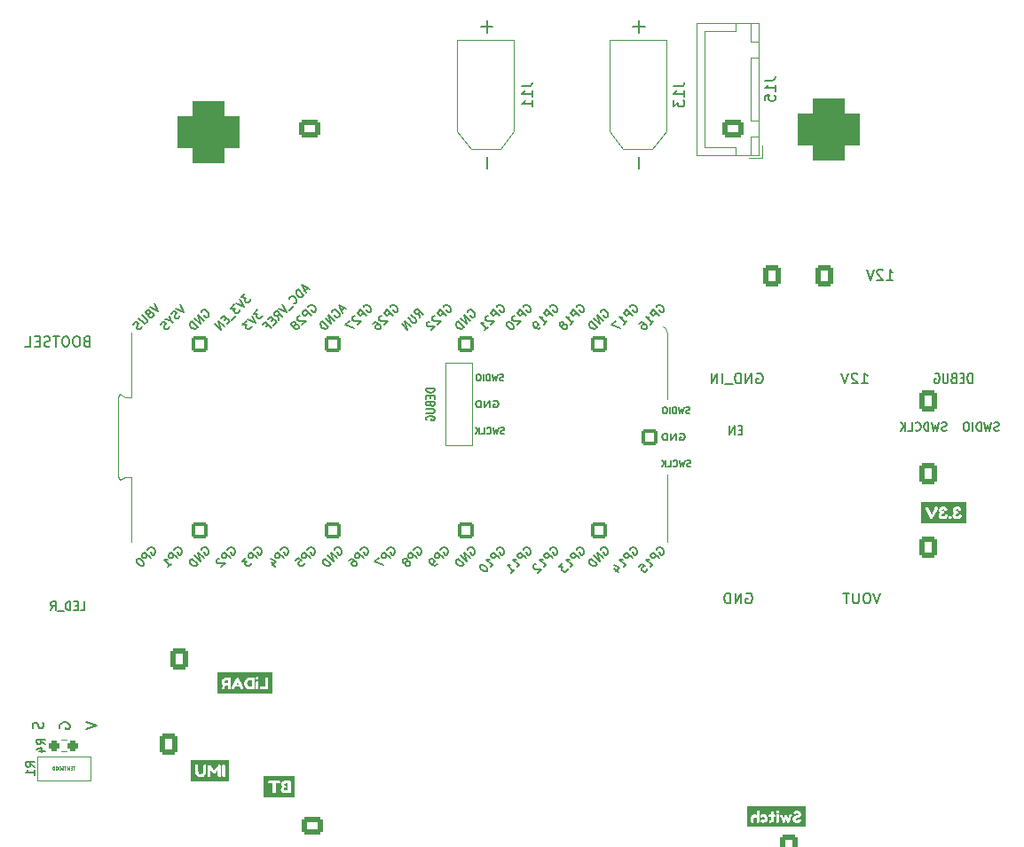
<source format=gbr>
%TF.GenerationSoftware,KiCad,Pcbnew,8.0.1*%
%TF.CreationDate,2024-04-30T15:38:52+08:00*%
%TF.ProjectId,prototype,70726f74-6f74-4797-9065-2e6b69636164,rev?*%
%TF.SameCoordinates,Original*%
%TF.FileFunction,Legend,Bot*%
%TF.FilePolarity,Positive*%
%FSLAX46Y46*%
G04 Gerber Fmt 4.6, Leading zero omitted, Abs format (unit mm)*
G04 Created by KiCad (PCBNEW 8.0.1) date 2024-04-30 15:38:52*
%MOMM*%
%LPD*%
G01*
G04 APERTURE LIST*
G04 Aperture macros list*
%AMRoundRect*
0 Rectangle with rounded corners*
0 $1 Rounding radius*
0 $2 $3 $4 $5 $6 $7 $8 $9 X,Y pos of 4 corners*
0 Add a 4 corners polygon primitive as box body*
4,1,4,$2,$3,$4,$5,$6,$7,$8,$9,$2,$3,0*
0 Add four circle primitives for the rounded corners*
1,1,$1+$1,$2,$3*
1,1,$1+$1,$4,$5*
1,1,$1+$1,$6,$7*
1,1,$1+$1,$8,$9*
0 Add four rect primitives between the rounded corners*
20,1,$1+$1,$2,$3,$4,$5,0*
20,1,$1+$1,$4,$5,$6,$7,0*
20,1,$1+$1,$6,$7,$8,$9,0*
20,1,$1+$1,$8,$9,$2,$3,0*%
%AMFreePoly0*
4,1,26,0.335306,0.780194,0.389950,0.741421,0.741421,0.389950,0.788777,0.314585,0.800000,0.248529,0.800000,-0.248529,0.780194,-0.335306,0.741421,-0.389950,0.389950,-0.741421,0.314585,-0.788777,0.248529,-0.800000,0.000000,-0.800000,-0.248529,-0.800000,-0.335306,-0.780194,-0.389950,-0.741421,-0.741421,-0.389950,-0.788777,-0.314585,-0.800000,-0.248529,-0.800000,0.248529,-0.780194,0.335306,
-0.741421,0.389950,-0.389950,0.741421,-0.314585,0.788777,-0.248529,0.800000,0.248529,0.800000,0.335306,0.780194,0.335306,0.780194,$1*%
G04 Aperture macros list end*
%ADD10C,0.150000*%
%ADD11C,0.063500*%
%ADD12C,0.120000*%
%ADD13C,0.100000*%
%ADD14C,0.000000*%
%ADD15C,0.500000*%
%ADD16O,1.800000X1.100000*%
%ADD17O,1.450000X1.050000*%
%ADD18FreePoly0,90.000000*%
%ADD19C,1.600000*%
%ADD20RoundRect,0.200000X0.600000X-0.600000X0.600000X0.600000X-0.600000X0.600000X-0.600000X-0.600000X0*%
%ADD21C,1.574800*%
%ADD22R,1.574800X1.574800*%
%ADD23R,1.700000X1.700000*%
%ADD24C,1.700000*%
%ADD25C,1.524000*%
%ADD26O,1.700000X1.950000*%
%ADD27RoundRect,0.250000X-0.600000X-0.725000X0.600000X-0.725000X0.600000X0.725000X-0.600000X0.725000X0*%
%ADD28RoundRect,0.250000X0.725000X-0.600000X0.725000X0.600000X-0.725000X0.600000X-0.725000X-0.600000X0*%
%ADD29O,1.950000X1.700000*%
%ADD30C,6.400000*%
%ADD31R,3.800000X3.800000*%
%ADD32C,4.000000*%
%ADD33RoundRect,0.250000X-0.600000X-0.750000X0.600000X-0.750000X0.600000X0.750000X-0.600000X0.750000X0*%
%ADD34O,1.700000X2.000000*%
%ADD35O,1.700000X1.700000*%
%ADD36RoundRect,1.500000X1.500000X-1.500000X1.500000X1.500000X-1.500000X1.500000X-1.500000X-1.500000X0*%
%ADD37C,6.000000*%
%ADD38C,4.200000*%
%ADD39C,5.600000*%
%ADD40RoundRect,0.250000X0.600000X0.750000X-0.600000X0.750000X-0.600000X-0.750000X0.600000X-0.750000X0*%
%ADD41C,10.000000*%
%ADD42RoundRect,0.237500X-0.250000X-0.237500X0.250000X-0.237500X0.250000X0.237500X-0.250000X0.237500X0*%
%ADD43R,1.100000X1.000000*%
%ADD44R,1.100000X0.800000*%
G04 APERTURE END LIST*
D10*
X121249839Y-84819247D02*
X120983173Y-84819247D01*
X120868887Y-85238295D02*
X121249839Y-85238295D01*
X121249839Y-85238295D02*
X121249839Y-84438295D01*
X121249839Y-84438295D02*
X120868887Y-84438295D01*
X120526029Y-85238295D02*
X120526029Y-84438295D01*
X120526029Y-84438295D02*
X120068886Y-85238295D01*
X120068886Y-85238295D02*
X120068886Y-84438295D01*
X58130887Y-102002295D02*
X58511839Y-102002295D01*
X58511839Y-102002295D02*
X58511839Y-101202295D01*
X57864220Y-101583247D02*
X57597554Y-101583247D01*
X57483268Y-102002295D02*
X57864220Y-102002295D01*
X57864220Y-102002295D02*
X57864220Y-101202295D01*
X57864220Y-101202295D02*
X57483268Y-101202295D01*
X57140410Y-102002295D02*
X57140410Y-101202295D01*
X57140410Y-101202295D02*
X56949934Y-101202295D01*
X56949934Y-101202295D02*
X56835648Y-101240390D01*
X56835648Y-101240390D02*
X56759458Y-101316580D01*
X56759458Y-101316580D02*
X56721363Y-101392771D01*
X56721363Y-101392771D02*
X56683267Y-101545152D01*
X56683267Y-101545152D02*
X56683267Y-101659438D01*
X56683267Y-101659438D02*
X56721363Y-101811819D01*
X56721363Y-101811819D02*
X56759458Y-101888009D01*
X56759458Y-101888009D02*
X56835648Y-101964200D01*
X56835648Y-101964200D02*
X56949934Y-102002295D01*
X56949934Y-102002295D02*
X57140410Y-102002295D01*
X56530887Y-102078485D02*
X55921363Y-102078485D01*
X55273743Y-102002295D02*
X55540410Y-101621342D01*
X55730886Y-102002295D02*
X55730886Y-101202295D01*
X55730886Y-101202295D02*
X55426124Y-101202295D01*
X55426124Y-101202295D02*
X55349934Y-101240390D01*
X55349934Y-101240390D02*
X55311839Y-101278485D01*
X55311839Y-101278485D02*
X55273743Y-101354676D01*
X55273743Y-101354676D02*
X55273743Y-101468961D01*
X55273743Y-101468961D02*
X55311839Y-101545152D01*
X55311839Y-101545152D02*
X55349934Y-101583247D01*
X55349934Y-101583247D02*
X55426124Y-101621342D01*
X55426124Y-101621342D02*
X55730886Y-101621342D01*
X134426077Y-100369819D02*
X134092744Y-101369819D01*
X134092744Y-101369819D02*
X133759411Y-100369819D01*
X133235601Y-100369819D02*
X133045125Y-100369819D01*
X133045125Y-100369819D02*
X132949887Y-100417438D01*
X132949887Y-100417438D02*
X132854649Y-100512676D01*
X132854649Y-100512676D02*
X132807030Y-100703152D01*
X132807030Y-100703152D02*
X132807030Y-101036485D01*
X132807030Y-101036485D02*
X132854649Y-101226961D01*
X132854649Y-101226961D02*
X132949887Y-101322200D01*
X132949887Y-101322200D02*
X133045125Y-101369819D01*
X133045125Y-101369819D02*
X133235601Y-101369819D01*
X133235601Y-101369819D02*
X133330839Y-101322200D01*
X133330839Y-101322200D02*
X133426077Y-101226961D01*
X133426077Y-101226961D02*
X133473696Y-101036485D01*
X133473696Y-101036485D02*
X133473696Y-100703152D01*
X133473696Y-100703152D02*
X133426077Y-100512676D01*
X133426077Y-100512676D02*
X133330839Y-100417438D01*
X133330839Y-100417438D02*
X133235601Y-100369819D01*
X132378458Y-100369819D02*
X132378458Y-101179342D01*
X132378458Y-101179342D02*
X132330839Y-101274580D01*
X132330839Y-101274580D02*
X132283220Y-101322200D01*
X132283220Y-101322200D02*
X132187982Y-101369819D01*
X132187982Y-101369819D02*
X131997506Y-101369819D01*
X131997506Y-101369819D02*
X131902268Y-101322200D01*
X131902268Y-101322200D02*
X131854649Y-101274580D01*
X131854649Y-101274580D02*
X131807030Y-101179342D01*
X131807030Y-101179342D02*
X131807030Y-100369819D01*
X131473696Y-100369819D02*
X130902268Y-100369819D01*
X131187982Y-101369819D02*
X131187982Y-100369819D01*
X135029411Y-70481819D02*
X135600839Y-70481819D01*
X135315125Y-70481819D02*
X135315125Y-69481819D01*
X135315125Y-69481819D02*
X135410363Y-69624676D01*
X135410363Y-69624676D02*
X135505601Y-69719914D01*
X135505601Y-69719914D02*
X135600839Y-69767533D01*
X134648458Y-69577057D02*
X134600839Y-69529438D01*
X134600839Y-69529438D02*
X134505601Y-69481819D01*
X134505601Y-69481819D02*
X134267506Y-69481819D01*
X134267506Y-69481819D02*
X134172268Y-69529438D01*
X134172268Y-69529438D02*
X134124649Y-69577057D01*
X134124649Y-69577057D02*
X134077030Y-69672295D01*
X134077030Y-69672295D02*
X134077030Y-69767533D01*
X134077030Y-69767533D02*
X134124649Y-69910390D01*
X134124649Y-69910390D02*
X134696077Y-70481819D01*
X134696077Y-70481819D02*
X134077030Y-70481819D01*
X133791315Y-69481819D02*
X133457982Y-70481819D01*
X133457982Y-70481819D02*
X133124649Y-69481819D01*
X58636819Y-112696667D02*
X59636819Y-113030000D01*
X59636819Y-113030000D02*
X58636819Y-113363333D01*
X132639411Y-80369819D02*
X133210839Y-80369819D01*
X132925125Y-80369819D02*
X132925125Y-79369819D01*
X132925125Y-79369819D02*
X133020363Y-79512676D01*
X133020363Y-79512676D02*
X133115601Y-79607914D01*
X133115601Y-79607914D02*
X133210839Y-79655533D01*
X132258458Y-79465057D02*
X132210839Y-79417438D01*
X132210839Y-79417438D02*
X132115601Y-79369819D01*
X132115601Y-79369819D02*
X131877506Y-79369819D01*
X131877506Y-79369819D02*
X131782268Y-79417438D01*
X131782268Y-79417438D02*
X131734649Y-79465057D01*
X131734649Y-79465057D02*
X131687030Y-79560295D01*
X131687030Y-79560295D02*
X131687030Y-79655533D01*
X131687030Y-79655533D02*
X131734649Y-79798390D01*
X131734649Y-79798390D02*
X132306077Y-80369819D01*
X132306077Y-80369819D02*
X131687030Y-80369819D01*
X131401315Y-79369819D02*
X131067982Y-80369819D01*
X131067982Y-80369819D02*
X130734649Y-79369819D01*
X54509200Y-112744286D02*
X54556819Y-112887143D01*
X54556819Y-112887143D02*
X54556819Y-113125238D01*
X54556819Y-113125238D02*
X54509200Y-113220476D01*
X54509200Y-113220476D02*
X54461580Y-113268095D01*
X54461580Y-113268095D02*
X54366342Y-113315714D01*
X54366342Y-113315714D02*
X54271104Y-113315714D01*
X54271104Y-113315714D02*
X54175866Y-113268095D01*
X54175866Y-113268095D02*
X54128247Y-113220476D01*
X54128247Y-113220476D02*
X54080628Y-113125238D01*
X54080628Y-113125238D02*
X54033009Y-112934762D01*
X54033009Y-112934762D02*
X53985390Y-112839524D01*
X53985390Y-112839524D02*
X53937771Y-112791905D01*
X53937771Y-112791905D02*
X53842533Y-112744286D01*
X53842533Y-112744286D02*
X53747295Y-112744286D01*
X53747295Y-112744286D02*
X53652057Y-112791905D01*
X53652057Y-112791905D02*
X53604438Y-112839524D01*
X53604438Y-112839524D02*
X53556819Y-112934762D01*
X53556819Y-112934762D02*
X53556819Y-113172857D01*
X53556819Y-113172857D02*
X53604438Y-113315714D01*
X56144438Y-113291904D02*
X56096819Y-113196666D01*
X56096819Y-113196666D02*
X56096819Y-113053809D01*
X56096819Y-113053809D02*
X56144438Y-112910952D01*
X56144438Y-112910952D02*
X56239676Y-112815714D01*
X56239676Y-112815714D02*
X56334914Y-112768095D01*
X56334914Y-112768095D02*
X56525390Y-112720476D01*
X56525390Y-112720476D02*
X56668247Y-112720476D01*
X56668247Y-112720476D02*
X56858723Y-112768095D01*
X56858723Y-112768095D02*
X56953961Y-112815714D01*
X56953961Y-112815714D02*
X57049200Y-112910952D01*
X57049200Y-112910952D02*
X57096819Y-113053809D01*
X57096819Y-113053809D02*
X57096819Y-113149047D01*
X57096819Y-113149047D02*
X57049200Y-113291904D01*
X57049200Y-113291904D02*
X57001580Y-113339523D01*
X57001580Y-113339523D02*
X56668247Y-113339523D01*
X56668247Y-113339523D02*
X56668247Y-113149047D01*
X145748935Y-84856200D02*
X145634649Y-84894295D01*
X145634649Y-84894295D02*
X145444173Y-84894295D01*
X145444173Y-84894295D02*
X145367982Y-84856200D01*
X145367982Y-84856200D02*
X145329887Y-84818104D01*
X145329887Y-84818104D02*
X145291792Y-84741914D01*
X145291792Y-84741914D02*
X145291792Y-84665723D01*
X145291792Y-84665723D02*
X145329887Y-84589533D01*
X145329887Y-84589533D02*
X145367982Y-84551438D01*
X145367982Y-84551438D02*
X145444173Y-84513342D01*
X145444173Y-84513342D02*
X145596554Y-84475247D01*
X145596554Y-84475247D02*
X145672744Y-84437152D01*
X145672744Y-84437152D02*
X145710839Y-84399057D01*
X145710839Y-84399057D02*
X145748935Y-84322866D01*
X145748935Y-84322866D02*
X145748935Y-84246676D01*
X145748935Y-84246676D02*
X145710839Y-84170485D01*
X145710839Y-84170485D02*
X145672744Y-84132390D01*
X145672744Y-84132390D02*
X145596554Y-84094295D01*
X145596554Y-84094295D02*
X145406077Y-84094295D01*
X145406077Y-84094295D02*
X145291792Y-84132390D01*
X145025125Y-84094295D02*
X144834649Y-84894295D01*
X144834649Y-84894295D02*
X144682268Y-84322866D01*
X144682268Y-84322866D02*
X144529887Y-84894295D01*
X144529887Y-84894295D02*
X144339411Y-84094295D01*
X144034648Y-84894295D02*
X144034648Y-84094295D01*
X144034648Y-84094295D02*
X143844172Y-84094295D01*
X143844172Y-84094295D02*
X143729886Y-84132390D01*
X143729886Y-84132390D02*
X143653696Y-84208580D01*
X143653696Y-84208580D02*
X143615601Y-84284771D01*
X143615601Y-84284771D02*
X143577505Y-84437152D01*
X143577505Y-84437152D02*
X143577505Y-84551438D01*
X143577505Y-84551438D02*
X143615601Y-84703819D01*
X143615601Y-84703819D02*
X143653696Y-84780009D01*
X143653696Y-84780009D02*
X143729886Y-84856200D01*
X143729886Y-84856200D02*
X143844172Y-84894295D01*
X143844172Y-84894295D02*
X144034648Y-84894295D01*
X143234648Y-84894295D02*
X143234648Y-84094295D01*
X142701315Y-84094295D02*
X142548934Y-84094295D01*
X142548934Y-84094295D02*
X142472744Y-84132390D01*
X142472744Y-84132390D02*
X142396553Y-84208580D01*
X142396553Y-84208580D02*
X142358458Y-84360961D01*
X142358458Y-84360961D02*
X142358458Y-84627628D01*
X142358458Y-84627628D02*
X142396553Y-84780009D01*
X142396553Y-84780009D02*
X142472744Y-84856200D01*
X142472744Y-84856200D02*
X142548934Y-84894295D01*
X142548934Y-84894295D02*
X142701315Y-84894295D01*
X142701315Y-84894295D02*
X142777506Y-84856200D01*
X142777506Y-84856200D02*
X142853696Y-84780009D01*
X142853696Y-84780009D02*
X142891792Y-84627628D01*
X142891792Y-84627628D02*
X142891792Y-84360961D01*
X142891792Y-84360961D02*
X142853696Y-84208580D01*
X142853696Y-84208580D02*
X142777506Y-84132390D01*
X142777506Y-84132390D02*
X142701315Y-84094295D01*
X121639411Y-100417438D02*
X121734649Y-100369819D01*
X121734649Y-100369819D02*
X121877506Y-100369819D01*
X121877506Y-100369819D02*
X122020363Y-100417438D01*
X122020363Y-100417438D02*
X122115601Y-100512676D01*
X122115601Y-100512676D02*
X122163220Y-100607914D01*
X122163220Y-100607914D02*
X122210839Y-100798390D01*
X122210839Y-100798390D02*
X122210839Y-100941247D01*
X122210839Y-100941247D02*
X122163220Y-101131723D01*
X122163220Y-101131723D02*
X122115601Y-101226961D01*
X122115601Y-101226961D02*
X122020363Y-101322200D01*
X122020363Y-101322200D02*
X121877506Y-101369819D01*
X121877506Y-101369819D02*
X121782268Y-101369819D01*
X121782268Y-101369819D02*
X121639411Y-101322200D01*
X121639411Y-101322200D02*
X121591792Y-101274580D01*
X121591792Y-101274580D02*
X121591792Y-100941247D01*
X121591792Y-100941247D02*
X121782268Y-100941247D01*
X121163220Y-101369819D02*
X121163220Y-100369819D01*
X121163220Y-100369819D02*
X120591792Y-101369819D01*
X120591792Y-101369819D02*
X120591792Y-100369819D01*
X120115601Y-101369819D02*
X120115601Y-100369819D01*
X120115601Y-100369819D02*
X119877506Y-100369819D01*
X119877506Y-100369819D02*
X119734649Y-100417438D01*
X119734649Y-100417438D02*
X119639411Y-100512676D01*
X119639411Y-100512676D02*
X119591792Y-100607914D01*
X119591792Y-100607914D02*
X119544173Y-100798390D01*
X119544173Y-100798390D02*
X119544173Y-100941247D01*
X119544173Y-100941247D02*
X119591792Y-101131723D01*
X119591792Y-101131723D02*
X119639411Y-101226961D01*
X119639411Y-101226961D02*
X119734649Y-101322200D01*
X119734649Y-101322200D02*
X119877506Y-101369819D01*
X119877506Y-101369819D02*
X120115601Y-101369819D01*
X122639411Y-79417438D02*
X122734649Y-79369819D01*
X122734649Y-79369819D02*
X122877506Y-79369819D01*
X122877506Y-79369819D02*
X123020363Y-79417438D01*
X123020363Y-79417438D02*
X123115601Y-79512676D01*
X123115601Y-79512676D02*
X123163220Y-79607914D01*
X123163220Y-79607914D02*
X123210839Y-79798390D01*
X123210839Y-79798390D02*
X123210839Y-79941247D01*
X123210839Y-79941247D02*
X123163220Y-80131723D01*
X123163220Y-80131723D02*
X123115601Y-80226961D01*
X123115601Y-80226961D02*
X123020363Y-80322200D01*
X123020363Y-80322200D02*
X122877506Y-80369819D01*
X122877506Y-80369819D02*
X122782268Y-80369819D01*
X122782268Y-80369819D02*
X122639411Y-80322200D01*
X122639411Y-80322200D02*
X122591792Y-80274580D01*
X122591792Y-80274580D02*
X122591792Y-79941247D01*
X122591792Y-79941247D02*
X122782268Y-79941247D01*
X122163220Y-80369819D02*
X122163220Y-79369819D01*
X122163220Y-79369819D02*
X121591792Y-80369819D01*
X121591792Y-80369819D02*
X121591792Y-79369819D01*
X121115601Y-80369819D02*
X121115601Y-79369819D01*
X121115601Y-79369819D02*
X120877506Y-79369819D01*
X120877506Y-79369819D02*
X120734649Y-79417438D01*
X120734649Y-79417438D02*
X120639411Y-79512676D01*
X120639411Y-79512676D02*
X120591792Y-79607914D01*
X120591792Y-79607914D02*
X120544173Y-79798390D01*
X120544173Y-79798390D02*
X120544173Y-79941247D01*
X120544173Y-79941247D02*
X120591792Y-80131723D01*
X120591792Y-80131723D02*
X120639411Y-80226961D01*
X120639411Y-80226961D02*
X120734649Y-80322200D01*
X120734649Y-80322200D02*
X120877506Y-80369819D01*
X120877506Y-80369819D02*
X121115601Y-80369819D01*
X120353697Y-80465057D02*
X119591792Y-80465057D01*
X119353696Y-80369819D02*
X119353696Y-79369819D01*
X118877506Y-80369819D02*
X118877506Y-79369819D01*
X118877506Y-79369819D02*
X118306078Y-80369819D01*
X118306078Y-80369819D02*
X118306078Y-79369819D01*
X58690476Y-76346009D02*
X58547619Y-76393628D01*
X58547619Y-76393628D02*
X58500000Y-76441247D01*
X58500000Y-76441247D02*
X58452381Y-76536485D01*
X58452381Y-76536485D02*
X58452381Y-76679342D01*
X58452381Y-76679342D02*
X58500000Y-76774580D01*
X58500000Y-76774580D02*
X58547619Y-76822200D01*
X58547619Y-76822200D02*
X58642857Y-76869819D01*
X58642857Y-76869819D02*
X59023809Y-76869819D01*
X59023809Y-76869819D02*
X59023809Y-75869819D01*
X59023809Y-75869819D02*
X58690476Y-75869819D01*
X58690476Y-75869819D02*
X58595238Y-75917438D01*
X58595238Y-75917438D02*
X58547619Y-75965057D01*
X58547619Y-75965057D02*
X58500000Y-76060295D01*
X58500000Y-76060295D02*
X58500000Y-76155533D01*
X58500000Y-76155533D02*
X58547619Y-76250771D01*
X58547619Y-76250771D02*
X58595238Y-76298390D01*
X58595238Y-76298390D02*
X58690476Y-76346009D01*
X58690476Y-76346009D02*
X59023809Y-76346009D01*
X57833333Y-75869819D02*
X57642857Y-75869819D01*
X57642857Y-75869819D02*
X57547619Y-75917438D01*
X57547619Y-75917438D02*
X57452381Y-76012676D01*
X57452381Y-76012676D02*
X57404762Y-76203152D01*
X57404762Y-76203152D02*
X57404762Y-76536485D01*
X57404762Y-76536485D02*
X57452381Y-76726961D01*
X57452381Y-76726961D02*
X57547619Y-76822200D01*
X57547619Y-76822200D02*
X57642857Y-76869819D01*
X57642857Y-76869819D02*
X57833333Y-76869819D01*
X57833333Y-76869819D02*
X57928571Y-76822200D01*
X57928571Y-76822200D02*
X58023809Y-76726961D01*
X58023809Y-76726961D02*
X58071428Y-76536485D01*
X58071428Y-76536485D02*
X58071428Y-76203152D01*
X58071428Y-76203152D02*
X58023809Y-76012676D01*
X58023809Y-76012676D02*
X57928571Y-75917438D01*
X57928571Y-75917438D02*
X57833333Y-75869819D01*
X56785714Y-75869819D02*
X56595238Y-75869819D01*
X56595238Y-75869819D02*
X56500000Y-75917438D01*
X56500000Y-75917438D02*
X56404762Y-76012676D01*
X56404762Y-76012676D02*
X56357143Y-76203152D01*
X56357143Y-76203152D02*
X56357143Y-76536485D01*
X56357143Y-76536485D02*
X56404762Y-76726961D01*
X56404762Y-76726961D02*
X56500000Y-76822200D01*
X56500000Y-76822200D02*
X56595238Y-76869819D01*
X56595238Y-76869819D02*
X56785714Y-76869819D01*
X56785714Y-76869819D02*
X56880952Y-76822200D01*
X56880952Y-76822200D02*
X56976190Y-76726961D01*
X56976190Y-76726961D02*
X57023809Y-76536485D01*
X57023809Y-76536485D02*
X57023809Y-76203152D01*
X57023809Y-76203152D02*
X56976190Y-76012676D01*
X56976190Y-76012676D02*
X56880952Y-75917438D01*
X56880952Y-75917438D02*
X56785714Y-75869819D01*
X56071428Y-75869819D02*
X55500000Y-75869819D01*
X55785714Y-76869819D02*
X55785714Y-75869819D01*
X55214285Y-76822200D02*
X55071428Y-76869819D01*
X55071428Y-76869819D02*
X54833333Y-76869819D01*
X54833333Y-76869819D02*
X54738095Y-76822200D01*
X54738095Y-76822200D02*
X54690476Y-76774580D01*
X54690476Y-76774580D02*
X54642857Y-76679342D01*
X54642857Y-76679342D02*
X54642857Y-76584104D01*
X54642857Y-76584104D02*
X54690476Y-76488866D01*
X54690476Y-76488866D02*
X54738095Y-76441247D01*
X54738095Y-76441247D02*
X54833333Y-76393628D01*
X54833333Y-76393628D02*
X55023809Y-76346009D01*
X55023809Y-76346009D02*
X55119047Y-76298390D01*
X55119047Y-76298390D02*
X55166666Y-76250771D01*
X55166666Y-76250771D02*
X55214285Y-76155533D01*
X55214285Y-76155533D02*
X55214285Y-76060295D01*
X55214285Y-76060295D02*
X55166666Y-75965057D01*
X55166666Y-75965057D02*
X55119047Y-75917438D01*
X55119047Y-75917438D02*
X55023809Y-75869819D01*
X55023809Y-75869819D02*
X54785714Y-75869819D01*
X54785714Y-75869819D02*
X54642857Y-75917438D01*
X54214285Y-76346009D02*
X53880952Y-76346009D01*
X53738095Y-76869819D02*
X54214285Y-76869819D01*
X54214285Y-76869819D02*
X54214285Y-75869819D01*
X54214285Y-75869819D02*
X53738095Y-75869819D01*
X52833333Y-76869819D02*
X53309523Y-76869819D01*
X53309523Y-76869819D02*
X53309523Y-75869819D01*
X143210839Y-80369819D02*
X143210839Y-79369819D01*
X143210839Y-79369819D02*
X143020363Y-79369819D01*
X143020363Y-79369819D02*
X142906077Y-79417438D01*
X142906077Y-79417438D02*
X142829887Y-79512676D01*
X142829887Y-79512676D02*
X142791792Y-79607914D01*
X142791792Y-79607914D02*
X142753696Y-79798390D01*
X142753696Y-79798390D02*
X142753696Y-79941247D01*
X142753696Y-79941247D02*
X142791792Y-80131723D01*
X142791792Y-80131723D02*
X142829887Y-80226961D01*
X142829887Y-80226961D02*
X142906077Y-80322200D01*
X142906077Y-80322200D02*
X143020363Y-80369819D01*
X143020363Y-80369819D02*
X143210839Y-80369819D01*
X142410839Y-79846009D02*
X142144173Y-79846009D01*
X142029887Y-80369819D02*
X142410839Y-80369819D01*
X142410839Y-80369819D02*
X142410839Y-79369819D01*
X142410839Y-79369819D02*
X142029887Y-79369819D01*
X141420363Y-79846009D02*
X141306077Y-79893628D01*
X141306077Y-79893628D02*
X141267982Y-79941247D01*
X141267982Y-79941247D02*
X141229886Y-80036485D01*
X141229886Y-80036485D02*
X141229886Y-80179342D01*
X141229886Y-80179342D02*
X141267982Y-80274580D01*
X141267982Y-80274580D02*
X141306077Y-80322200D01*
X141306077Y-80322200D02*
X141382267Y-80369819D01*
X141382267Y-80369819D02*
X141687029Y-80369819D01*
X141687029Y-80369819D02*
X141687029Y-79369819D01*
X141687029Y-79369819D02*
X141420363Y-79369819D01*
X141420363Y-79369819D02*
X141344172Y-79417438D01*
X141344172Y-79417438D02*
X141306077Y-79465057D01*
X141306077Y-79465057D02*
X141267982Y-79560295D01*
X141267982Y-79560295D02*
X141267982Y-79655533D01*
X141267982Y-79655533D02*
X141306077Y-79750771D01*
X141306077Y-79750771D02*
X141344172Y-79798390D01*
X141344172Y-79798390D02*
X141420363Y-79846009D01*
X141420363Y-79846009D02*
X141687029Y-79846009D01*
X140887029Y-79369819D02*
X140887029Y-80179342D01*
X140887029Y-80179342D02*
X140848934Y-80274580D01*
X140848934Y-80274580D02*
X140810839Y-80322200D01*
X140810839Y-80322200D02*
X140734648Y-80369819D01*
X140734648Y-80369819D02*
X140582267Y-80369819D01*
X140582267Y-80369819D02*
X140506077Y-80322200D01*
X140506077Y-80322200D02*
X140467982Y-80274580D01*
X140467982Y-80274580D02*
X140429886Y-80179342D01*
X140429886Y-80179342D02*
X140429886Y-79369819D01*
X139629887Y-79417438D02*
X139706077Y-79369819D01*
X139706077Y-79369819D02*
X139820363Y-79369819D01*
X139820363Y-79369819D02*
X139934649Y-79417438D01*
X139934649Y-79417438D02*
X140010839Y-79512676D01*
X140010839Y-79512676D02*
X140048934Y-79607914D01*
X140048934Y-79607914D02*
X140087030Y-79798390D01*
X140087030Y-79798390D02*
X140087030Y-79941247D01*
X140087030Y-79941247D02*
X140048934Y-80131723D01*
X140048934Y-80131723D02*
X140010839Y-80226961D01*
X140010839Y-80226961D02*
X139934649Y-80322200D01*
X139934649Y-80322200D02*
X139820363Y-80369819D01*
X139820363Y-80369819D02*
X139744172Y-80369819D01*
X139744172Y-80369819D02*
X139629887Y-80322200D01*
X139629887Y-80322200D02*
X139591791Y-80274580D01*
X139591791Y-80274580D02*
X139591791Y-79941247D01*
X139591791Y-79941247D02*
X139744172Y-79941247D01*
X140748935Y-84856200D02*
X140634649Y-84894295D01*
X140634649Y-84894295D02*
X140444173Y-84894295D01*
X140444173Y-84894295D02*
X140367982Y-84856200D01*
X140367982Y-84856200D02*
X140329887Y-84818104D01*
X140329887Y-84818104D02*
X140291792Y-84741914D01*
X140291792Y-84741914D02*
X140291792Y-84665723D01*
X140291792Y-84665723D02*
X140329887Y-84589533D01*
X140329887Y-84589533D02*
X140367982Y-84551438D01*
X140367982Y-84551438D02*
X140444173Y-84513342D01*
X140444173Y-84513342D02*
X140596554Y-84475247D01*
X140596554Y-84475247D02*
X140672744Y-84437152D01*
X140672744Y-84437152D02*
X140710839Y-84399057D01*
X140710839Y-84399057D02*
X140748935Y-84322866D01*
X140748935Y-84322866D02*
X140748935Y-84246676D01*
X140748935Y-84246676D02*
X140710839Y-84170485D01*
X140710839Y-84170485D02*
X140672744Y-84132390D01*
X140672744Y-84132390D02*
X140596554Y-84094295D01*
X140596554Y-84094295D02*
X140406077Y-84094295D01*
X140406077Y-84094295D02*
X140291792Y-84132390D01*
X140025125Y-84094295D02*
X139834649Y-84894295D01*
X139834649Y-84894295D02*
X139682268Y-84322866D01*
X139682268Y-84322866D02*
X139529887Y-84894295D01*
X139529887Y-84894295D02*
X139339411Y-84094295D01*
X139034648Y-84894295D02*
X139034648Y-84094295D01*
X139034648Y-84094295D02*
X138844172Y-84094295D01*
X138844172Y-84094295D02*
X138729886Y-84132390D01*
X138729886Y-84132390D02*
X138653696Y-84208580D01*
X138653696Y-84208580D02*
X138615601Y-84284771D01*
X138615601Y-84284771D02*
X138577505Y-84437152D01*
X138577505Y-84437152D02*
X138577505Y-84551438D01*
X138577505Y-84551438D02*
X138615601Y-84703819D01*
X138615601Y-84703819D02*
X138653696Y-84780009D01*
X138653696Y-84780009D02*
X138729886Y-84856200D01*
X138729886Y-84856200D02*
X138844172Y-84894295D01*
X138844172Y-84894295D02*
X139034648Y-84894295D01*
X137777505Y-84818104D02*
X137815601Y-84856200D01*
X137815601Y-84856200D02*
X137929886Y-84894295D01*
X137929886Y-84894295D02*
X138006077Y-84894295D01*
X138006077Y-84894295D02*
X138120363Y-84856200D01*
X138120363Y-84856200D02*
X138196553Y-84780009D01*
X138196553Y-84780009D02*
X138234648Y-84703819D01*
X138234648Y-84703819D02*
X138272744Y-84551438D01*
X138272744Y-84551438D02*
X138272744Y-84437152D01*
X138272744Y-84437152D02*
X138234648Y-84284771D01*
X138234648Y-84284771D02*
X138196553Y-84208580D01*
X138196553Y-84208580D02*
X138120363Y-84132390D01*
X138120363Y-84132390D02*
X138006077Y-84094295D01*
X138006077Y-84094295D02*
X137929886Y-84094295D01*
X137929886Y-84094295D02*
X137815601Y-84132390D01*
X137815601Y-84132390D02*
X137777505Y-84170485D01*
X137053696Y-84894295D02*
X137434648Y-84894295D01*
X137434648Y-84894295D02*
X137434648Y-84094295D01*
X136787029Y-84894295D02*
X136787029Y-84094295D01*
X136329886Y-84894295D02*
X136672744Y-84437152D01*
X136329886Y-84094295D02*
X136787029Y-84551438D01*
X97814868Y-73083529D02*
X97841805Y-73002716D01*
X97841805Y-73002716D02*
X97922618Y-72921904D01*
X97922618Y-72921904D02*
X98030367Y-72868029D01*
X98030367Y-72868029D02*
X98138117Y-72868029D01*
X98138117Y-72868029D02*
X98218929Y-72894967D01*
X98218929Y-72894967D02*
X98353616Y-72975779D01*
X98353616Y-72975779D02*
X98434428Y-73056591D01*
X98434428Y-73056591D02*
X98515241Y-73191278D01*
X98515241Y-73191278D02*
X98542178Y-73272091D01*
X98542178Y-73272091D02*
X98542178Y-73379840D01*
X98542178Y-73379840D02*
X98488303Y-73487590D01*
X98488303Y-73487590D02*
X98434428Y-73541465D01*
X98434428Y-73541465D02*
X98326679Y-73595339D01*
X98326679Y-73595339D02*
X98272804Y-73595339D01*
X98272804Y-73595339D02*
X98084242Y-73406778D01*
X98084242Y-73406778D02*
X98191992Y-73299028D01*
X98084242Y-73891651D02*
X97518557Y-73325965D01*
X97518557Y-73325965D02*
X97303057Y-73541465D01*
X97303057Y-73541465D02*
X97276120Y-73622277D01*
X97276120Y-73622277D02*
X97276120Y-73676152D01*
X97276120Y-73676152D02*
X97303057Y-73756964D01*
X97303057Y-73756964D02*
X97383870Y-73837776D01*
X97383870Y-73837776D02*
X97464682Y-73864713D01*
X97464682Y-73864713D02*
X97518557Y-73864713D01*
X97518557Y-73864713D02*
X97599369Y-73837776D01*
X97599369Y-73837776D02*
X97814868Y-73622277D01*
X97033683Y-73918588D02*
X96979809Y-73918588D01*
X96979809Y-73918588D02*
X96898996Y-73945526D01*
X96898996Y-73945526D02*
X96764309Y-74080213D01*
X96764309Y-74080213D02*
X96737372Y-74161025D01*
X96737372Y-74161025D02*
X96737372Y-74214900D01*
X96737372Y-74214900D02*
X96764309Y-74295712D01*
X96764309Y-74295712D02*
X96818184Y-74349587D01*
X96818184Y-74349587D02*
X96925934Y-74403461D01*
X96925934Y-74403461D02*
X97572431Y-74403461D01*
X97572431Y-74403461D02*
X97222245Y-74753648D01*
X96683497Y-75292396D02*
X97006746Y-74969147D01*
X96845121Y-75130771D02*
X96279436Y-74565086D01*
X96279436Y-74565086D02*
X96414123Y-74592023D01*
X96414123Y-74592023D02*
X96521873Y-74592023D01*
X96521873Y-74592023D02*
X96602685Y-74565086D01*
X87385494Y-96226372D02*
X87412431Y-96145560D01*
X87412431Y-96145560D02*
X87493243Y-96064748D01*
X87493243Y-96064748D02*
X87600993Y-96010873D01*
X87600993Y-96010873D02*
X87708742Y-96010873D01*
X87708742Y-96010873D02*
X87789555Y-96037810D01*
X87789555Y-96037810D02*
X87924242Y-96118623D01*
X87924242Y-96118623D02*
X88005054Y-96199435D01*
X88005054Y-96199435D02*
X88085866Y-96334122D01*
X88085866Y-96334122D02*
X88112803Y-96414934D01*
X88112803Y-96414934D02*
X88112803Y-96522684D01*
X88112803Y-96522684D02*
X88058929Y-96630433D01*
X88058929Y-96630433D02*
X88005054Y-96684308D01*
X88005054Y-96684308D02*
X87897304Y-96738183D01*
X87897304Y-96738183D02*
X87843429Y-96738183D01*
X87843429Y-96738183D02*
X87654868Y-96549621D01*
X87654868Y-96549621D02*
X87762617Y-96441871D01*
X87654868Y-97034494D02*
X87089182Y-96468809D01*
X87089182Y-96468809D02*
X86873683Y-96684308D01*
X86873683Y-96684308D02*
X86846746Y-96765120D01*
X86846746Y-96765120D02*
X86846746Y-96818995D01*
X86846746Y-96818995D02*
X86873683Y-96899807D01*
X86873683Y-96899807D02*
X86954495Y-96980619D01*
X86954495Y-96980619D02*
X87035307Y-97007557D01*
X87035307Y-97007557D02*
X87089182Y-97007557D01*
X87089182Y-97007557D02*
X87169994Y-96980619D01*
X87169994Y-96980619D02*
X87385494Y-96765120D01*
X86577372Y-96980619D02*
X86200248Y-97357743D01*
X86200248Y-97357743D02*
X87008370Y-97680992D01*
X102894868Y-73083529D02*
X102921805Y-73002716D01*
X102921805Y-73002716D02*
X103002618Y-72921904D01*
X103002618Y-72921904D02*
X103110367Y-72868029D01*
X103110367Y-72868029D02*
X103218117Y-72868029D01*
X103218117Y-72868029D02*
X103298929Y-72894967D01*
X103298929Y-72894967D02*
X103433616Y-72975779D01*
X103433616Y-72975779D02*
X103514428Y-73056591D01*
X103514428Y-73056591D02*
X103595241Y-73191278D01*
X103595241Y-73191278D02*
X103622178Y-73272091D01*
X103622178Y-73272091D02*
X103622178Y-73379840D01*
X103622178Y-73379840D02*
X103568303Y-73487590D01*
X103568303Y-73487590D02*
X103514428Y-73541465D01*
X103514428Y-73541465D02*
X103406679Y-73595339D01*
X103406679Y-73595339D02*
X103352804Y-73595339D01*
X103352804Y-73595339D02*
X103164242Y-73406778D01*
X103164242Y-73406778D02*
X103271992Y-73299028D01*
X103164242Y-73891651D02*
X102598557Y-73325965D01*
X102598557Y-73325965D02*
X102383057Y-73541465D01*
X102383057Y-73541465D02*
X102356120Y-73622277D01*
X102356120Y-73622277D02*
X102356120Y-73676152D01*
X102356120Y-73676152D02*
X102383057Y-73756964D01*
X102383057Y-73756964D02*
X102463870Y-73837776D01*
X102463870Y-73837776D02*
X102544682Y-73864713D01*
X102544682Y-73864713D02*
X102598557Y-73864713D01*
X102598557Y-73864713D02*
X102679369Y-73837776D01*
X102679369Y-73837776D02*
X102894868Y-73622277D01*
X102302245Y-74753648D02*
X102625494Y-74430399D01*
X102463870Y-74592023D02*
X101898184Y-74026338D01*
X101898184Y-74026338D02*
X102032871Y-74053275D01*
X102032871Y-74053275D02*
X102140621Y-74053275D01*
X102140621Y-74053275D02*
X102221433Y-74026338D01*
X102032871Y-75023022D02*
X101925121Y-75130771D01*
X101925121Y-75130771D02*
X101844309Y-75157709D01*
X101844309Y-75157709D02*
X101790434Y-75157709D01*
X101790434Y-75157709D02*
X101655747Y-75130771D01*
X101655747Y-75130771D02*
X101521060Y-75049959D01*
X101521060Y-75049959D02*
X101305561Y-74834460D01*
X101305561Y-74834460D02*
X101278624Y-74753648D01*
X101278624Y-74753648D02*
X101278624Y-74699773D01*
X101278624Y-74699773D02*
X101305561Y-74618961D01*
X101305561Y-74618961D02*
X101413311Y-74511211D01*
X101413311Y-74511211D02*
X101494123Y-74484274D01*
X101494123Y-74484274D02*
X101547998Y-74484274D01*
X101547998Y-74484274D02*
X101628810Y-74511211D01*
X101628810Y-74511211D02*
X101763497Y-74645898D01*
X101763497Y-74645898D02*
X101790434Y-74726710D01*
X101790434Y-74726710D02*
X101790434Y-74780585D01*
X101790434Y-74780585D02*
X101763497Y-74861397D01*
X101763497Y-74861397D02*
X101655747Y-74969147D01*
X101655747Y-74969147D02*
X101574935Y-74996084D01*
X101574935Y-74996084D02*
X101521060Y-74996084D01*
X101521060Y-74996084D02*
X101440248Y-74969147D01*
X67065494Y-96226372D02*
X67092431Y-96145560D01*
X67092431Y-96145560D02*
X67173243Y-96064748D01*
X67173243Y-96064748D02*
X67280993Y-96010873D01*
X67280993Y-96010873D02*
X67388742Y-96010873D01*
X67388742Y-96010873D02*
X67469555Y-96037810D01*
X67469555Y-96037810D02*
X67604242Y-96118623D01*
X67604242Y-96118623D02*
X67685054Y-96199435D01*
X67685054Y-96199435D02*
X67765866Y-96334122D01*
X67765866Y-96334122D02*
X67792803Y-96414934D01*
X67792803Y-96414934D02*
X67792803Y-96522684D01*
X67792803Y-96522684D02*
X67738929Y-96630433D01*
X67738929Y-96630433D02*
X67685054Y-96684308D01*
X67685054Y-96684308D02*
X67577304Y-96738183D01*
X67577304Y-96738183D02*
X67523429Y-96738183D01*
X67523429Y-96738183D02*
X67334868Y-96549621D01*
X67334868Y-96549621D02*
X67442617Y-96441871D01*
X67334868Y-97034494D02*
X66769182Y-96468809D01*
X66769182Y-96468809D02*
X66553683Y-96684308D01*
X66553683Y-96684308D02*
X66526746Y-96765120D01*
X66526746Y-96765120D02*
X66526746Y-96818995D01*
X66526746Y-96818995D02*
X66553683Y-96899807D01*
X66553683Y-96899807D02*
X66634495Y-96980619D01*
X66634495Y-96980619D02*
X66715307Y-97007557D01*
X66715307Y-97007557D02*
X66769182Y-97007557D01*
X66769182Y-97007557D02*
X66849994Y-96980619D01*
X66849994Y-96980619D02*
X67065494Y-96765120D01*
X66472871Y-97896491D02*
X66796120Y-97573242D01*
X66634495Y-97734867D02*
X66068810Y-97169181D01*
X66068810Y-97169181D02*
X66203497Y-97196119D01*
X66203497Y-97196119D02*
X66311246Y-97196119D01*
X66311246Y-97196119D02*
X66392059Y-97169181D01*
X98527142Y-85140000D02*
X98441428Y-85168571D01*
X98441428Y-85168571D02*
X98298570Y-85168571D01*
X98298570Y-85168571D02*
X98241428Y-85140000D01*
X98241428Y-85140000D02*
X98212856Y-85111428D01*
X98212856Y-85111428D02*
X98184285Y-85054285D01*
X98184285Y-85054285D02*
X98184285Y-84997142D01*
X98184285Y-84997142D02*
X98212856Y-84940000D01*
X98212856Y-84940000D02*
X98241428Y-84911428D01*
X98241428Y-84911428D02*
X98298570Y-84882857D01*
X98298570Y-84882857D02*
X98412856Y-84854285D01*
X98412856Y-84854285D02*
X98469999Y-84825714D01*
X98469999Y-84825714D02*
X98498570Y-84797142D01*
X98498570Y-84797142D02*
X98527142Y-84740000D01*
X98527142Y-84740000D02*
X98527142Y-84682857D01*
X98527142Y-84682857D02*
X98498570Y-84625714D01*
X98498570Y-84625714D02*
X98469999Y-84597142D01*
X98469999Y-84597142D02*
X98412856Y-84568571D01*
X98412856Y-84568571D02*
X98269999Y-84568571D01*
X98269999Y-84568571D02*
X98184285Y-84597142D01*
X97984284Y-84568571D02*
X97841427Y-85168571D01*
X97841427Y-85168571D02*
X97727141Y-84740000D01*
X97727141Y-84740000D02*
X97612856Y-85168571D01*
X97612856Y-85168571D02*
X97469999Y-84568571D01*
X96898570Y-85111428D02*
X96927142Y-85140000D01*
X96927142Y-85140000D02*
X97012856Y-85168571D01*
X97012856Y-85168571D02*
X97069999Y-85168571D01*
X97069999Y-85168571D02*
X97155713Y-85140000D01*
X97155713Y-85140000D02*
X97212856Y-85082857D01*
X97212856Y-85082857D02*
X97241427Y-85025714D01*
X97241427Y-85025714D02*
X97269999Y-84911428D01*
X97269999Y-84911428D02*
X97269999Y-84825714D01*
X97269999Y-84825714D02*
X97241427Y-84711428D01*
X97241427Y-84711428D02*
X97212856Y-84654285D01*
X97212856Y-84654285D02*
X97155713Y-84597142D01*
X97155713Y-84597142D02*
X97069999Y-84568571D01*
X97069999Y-84568571D02*
X97012856Y-84568571D01*
X97012856Y-84568571D02*
X96927142Y-84597142D01*
X96927142Y-84597142D02*
X96898570Y-84625714D01*
X96355713Y-85168571D02*
X96641427Y-85168571D01*
X96641427Y-85168571D02*
X96641427Y-84568571D01*
X96155713Y-85168571D02*
X96155713Y-84568571D01*
X95812856Y-85168571D02*
X96069999Y-84825714D01*
X95812856Y-84568571D02*
X96155713Y-84911428D01*
X67604242Y-72841092D02*
X67981366Y-73595339D01*
X67981366Y-73595339D02*
X67227118Y-73218216D01*
X67604242Y-73918588D02*
X67550367Y-74026338D01*
X67550367Y-74026338D02*
X67415680Y-74161025D01*
X67415680Y-74161025D02*
X67334868Y-74187962D01*
X67334868Y-74187962D02*
X67280993Y-74187962D01*
X67280993Y-74187962D02*
X67200181Y-74161025D01*
X67200181Y-74161025D02*
X67146306Y-74107150D01*
X67146306Y-74107150D02*
X67119369Y-74026338D01*
X67119369Y-74026338D02*
X67119369Y-73972463D01*
X67119369Y-73972463D02*
X67146306Y-73891651D01*
X67146306Y-73891651D02*
X67227118Y-73756964D01*
X67227118Y-73756964D02*
X67254056Y-73676151D01*
X67254056Y-73676151D02*
X67254056Y-73622277D01*
X67254056Y-73622277D02*
X67227118Y-73541464D01*
X67227118Y-73541464D02*
X67173244Y-73487590D01*
X67173244Y-73487590D02*
X67092431Y-73460652D01*
X67092431Y-73460652D02*
X67038557Y-73460652D01*
X67038557Y-73460652D02*
X66957744Y-73487590D01*
X66957744Y-73487590D02*
X66823057Y-73622277D01*
X66823057Y-73622277D02*
X66769183Y-73730026D01*
X66688370Y-74349587D02*
X66957744Y-74618961D01*
X66580621Y-73864713D02*
X66688370Y-74349587D01*
X66688370Y-74349587D02*
X66203497Y-74241837D01*
X66580621Y-74942209D02*
X66526746Y-75049959D01*
X66526746Y-75049959D02*
X66392059Y-75184646D01*
X66392059Y-75184646D02*
X66311247Y-75211583D01*
X66311247Y-75211583D02*
X66257372Y-75211583D01*
X66257372Y-75211583D02*
X66176560Y-75184646D01*
X66176560Y-75184646D02*
X66122685Y-75130771D01*
X66122685Y-75130771D02*
X66095748Y-75049959D01*
X66095748Y-75049959D02*
X66095748Y-74996084D01*
X66095748Y-74996084D02*
X66122685Y-74915272D01*
X66122685Y-74915272D02*
X66203497Y-74780585D01*
X66203497Y-74780585D02*
X66230435Y-74699773D01*
X66230435Y-74699773D02*
X66230435Y-74645898D01*
X66230435Y-74645898D02*
X66203497Y-74565086D01*
X66203497Y-74565086D02*
X66149622Y-74511211D01*
X66149622Y-74511211D02*
X66068810Y-74484273D01*
X66068810Y-74484273D02*
X66014935Y-74484273D01*
X66014935Y-74484273D02*
X65934123Y-74511211D01*
X65934123Y-74511211D02*
X65799436Y-74645898D01*
X65799436Y-74645898D02*
X65745561Y-74753647D01*
X90477710Y-74107150D02*
X90396898Y-73649215D01*
X90800959Y-73783902D02*
X90235274Y-73218216D01*
X90235274Y-73218216D02*
X90019775Y-73433715D01*
X90019775Y-73433715D02*
X89992837Y-73514528D01*
X89992837Y-73514528D02*
X89992837Y-73568402D01*
X89992837Y-73568402D02*
X90019775Y-73649215D01*
X90019775Y-73649215D02*
X90100587Y-73730027D01*
X90100587Y-73730027D02*
X90181399Y-73756964D01*
X90181399Y-73756964D02*
X90235274Y-73756964D01*
X90235274Y-73756964D02*
X90316086Y-73730027D01*
X90316086Y-73730027D02*
X90531585Y-73514528D01*
X89669588Y-73783902D02*
X90127524Y-74241837D01*
X90127524Y-74241837D02*
X90154462Y-74322650D01*
X90154462Y-74322650D02*
X90154462Y-74376524D01*
X90154462Y-74376524D02*
X90127524Y-74457337D01*
X90127524Y-74457337D02*
X90019775Y-74565086D01*
X90019775Y-74565086D02*
X89938962Y-74592024D01*
X89938962Y-74592024D02*
X89885088Y-74592024D01*
X89885088Y-74592024D02*
X89804275Y-74565086D01*
X89804275Y-74565086D02*
X89346340Y-74107150D01*
X89642651Y-74942210D02*
X89076966Y-74376524D01*
X89076966Y-74376524D02*
X89319402Y-75265458D01*
X89319402Y-75265458D02*
X88753717Y-74699773D01*
X69632431Y-73568403D02*
X69659368Y-73487591D01*
X69659368Y-73487591D02*
X69740180Y-73406779D01*
X69740180Y-73406779D02*
X69847930Y-73352904D01*
X69847930Y-73352904D02*
X69955680Y-73352904D01*
X69955680Y-73352904D02*
X70036492Y-73379841D01*
X70036492Y-73379841D02*
X70171179Y-73460653D01*
X70171179Y-73460653D02*
X70251991Y-73541466D01*
X70251991Y-73541466D02*
X70332803Y-73676153D01*
X70332803Y-73676153D02*
X70359741Y-73756965D01*
X70359741Y-73756965D02*
X70359741Y-73864714D01*
X70359741Y-73864714D02*
X70305866Y-73972464D01*
X70305866Y-73972464D02*
X70251991Y-74026339D01*
X70251991Y-74026339D02*
X70144241Y-74080214D01*
X70144241Y-74080214D02*
X70090367Y-74080214D01*
X70090367Y-74080214D02*
X69901805Y-73891652D01*
X69901805Y-73891652D02*
X70009554Y-73783902D01*
X69901805Y-74376525D02*
X69336119Y-73810840D01*
X69336119Y-73810840D02*
X69578556Y-74699774D01*
X69578556Y-74699774D02*
X69012871Y-74134088D01*
X69309182Y-74969148D02*
X68743497Y-74403462D01*
X68743497Y-74403462D02*
X68608810Y-74538149D01*
X68608810Y-74538149D02*
X68554935Y-74645899D01*
X68554935Y-74645899D02*
X68554935Y-74753648D01*
X68554935Y-74753648D02*
X68581872Y-74834461D01*
X68581872Y-74834461D02*
X68662685Y-74969148D01*
X68662685Y-74969148D02*
X68743497Y-75049960D01*
X68743497Y-75049960D02*
X68878184Y-75130772D01*
X68878184Y-75130772D02*
X68958996Y-75157709D01*
X68958996Y-75157709D02*
X69066746Y-75157709D01*
X69066746Y-75157709D02*
X69174495Y-75103835D01*
X69174495Y-75103835D02*
X69309182Y-74969148D01*
X107732431Y-96226372D02*
X107759368Y-96145560D01*
X107759368Y-96145560D02*
X107840180Y-96064748D01*
X107840180Y-96064748D02*
X107947930Y-96010873D01*
X107947930Y-96010873D02*
X108055680Y-96010873D01*
X108055680Y-96010873D02*
X108136492Y-96037810D01*
X108136492Y-96037810D02*
X108271179Y-96118622D01*
X108271179Y-96118622D02*
X108351991Y-96199435D01*
X108351991Y-96199435D02*
X108432803Y-96334122D01*
X108432803Y-96334122D02*
X108459741Y-96414934D01*
X108459741Y-96414934D02*
X108459741Y-96522683D01*
X108459741Y-96522683D02*
X108405866Y-96630433D01*
X108405866Y-96630433D02*
X108351991Y-96684308D01*
X108351991Y-96684308D02*
X108244241Y-96738183D01*
X108244241Y-96738183D02*
X108190367Y-96738183D01*
X108190367Y-96738183D02*
X108001805Y-96549621D01*
X108001805Y-96549621D02*
X108109554Y-96441871D01*
X108001805Y-97034494D02*
X107436119Y-96468809D01*
X107436119Y-96468809D02*
X107678556Y-97357743D01*
X107678556Y-97357743D02*
X107112871Y-96792057D01*
X107409182Y-97627117D02*
X106843497Y-97061431D01*
X106843497Y-97061431D02*
X106708810Y-97196118D01*
X106708810Y-97196118D02*
X106654935Y-97303868D01*
X106654935Y-97303868D02*
X106654935Y-97411617D01*
X106654935Y-97411617D02*
X106681872Y-97492430D01*
X106681872Y-97492430D02*
X106762685Y-97627117D01*
X106762685Y-97627117D02*
X106843497Y-97707929D01*
X106843497Y-97707929D02*
X106978184Y-97788741D01*
X106978184Y-97788741D02*
X107058996Y-97815678D01*
X107058996Y-97815678D02*
X107166746Y-97815678D01*
X107166746Y-97815678D02*
X107274495Y-97761804D01*
X107274495Y-97761804D02*
X107409182Y-97627117D01*
X105434868Y-73083529D02*
X105461805Y-73002716D01*
X105461805Y-73002716D02*
X105542618Y-72921904D01*
X105542618Y-72921904D02*
X105650367Y-72868029D01*
X105650367Y-72868029D02*
X105758117Y-72868029D01*
X105758117Y-72868029D02*
X105838929Y-72894967D01*
X105838929Y-72894967D02*
X105973616Y-72975779D01*
X105973616Y-72975779D02*
X106054428Y-73056591D01*
X106054428Y-73056591D02*
X106135241Y-73191278D01*
X106135241Y-73191278D02*
X106162178Y-73272091D01*
X106162178Y-73272091D02*
X106162178Y-73379840D01*
X106162178Y-73379840D02*
X106108303Y-73487590D01*
X106108303Y-73487590D02*
X106054428Y-73541465D01*
X106054428Y-73541465D02*
X105946679Y-73595339D01*
X105946679Y-73595339D02*
X105892804Y-73595339D01*
X105892804Y-73595339D02*
X105704242Y-73406778D01*
X105704242Y-73406778D02*
X105811992Y-73299028D01*
X105704242Y-73891651D02*
X105138557Y-73325965D01*
X105138557Y-73325965D02*
X104923057Y-73541465D01*
X104923057Y-73541465D02*
X104896120Y-73622277D01*
X104896120Y-73622277D02*
X104896120Y-73676152D01*
X104896120Y-73676152D02*
X104923057Y-73756964D01*
X104923057Y-73756964D02*
X105003870Y-73837776D01*
X105003870Y-73837776D02*
X105084682Y-73864713D01*
X105084682Y-73864713D02*
X105138557Y-73864713D01*
X105138557Y-73864713D02*
X105219369Y-73837776D01*
X105219369Y-73837776D02*
X105434868Y-73622277D01*
X104842245Y-74753648D02*
X105165494Y-74430399D01*
X105003870Y-74592023D02*
X104438184Y-74026338D01*
X104438184Y-74026338D02*
X104572871Y-74053275D01*
X104572871Y-74053275D02*
X104680621Y-74053275D01*
X104680621Y-74053275D02*
X104761433Y-74026338D01*
X104195747Y-74753648D02*
X104222685Y-74672836D01*
X104222685Y-74672836D02*
X104222685Y-74618961D01*
X104222685Y-74618961D02*
X104195747Y-74538149D01*
X104195747Y-74538149D02*
X104168810Y-74511211D01*
X104168810Y-74511211D02*
X104087998Y-74484274D01*
X104087998Y-74484274D02*
X104034123Y-74484274D01*
X104034123Y-74484274D02*
X103953311Y-74511211D01*
X103953311Y-74511211D02*
X103845561Y-74618961D01*
X103845561Y-74618961D02*
X103818624Y-74699773D01*
X103818624Y-74699773D02*
X103818624Y-74753648D01*
X103818624Y-74753648D02*
X103845561Y-74834460D01*
X103845561Y-74834460D02*
X103872499Y-74861397D01*
X103872499Y-74861397D02*
X103953311Y-74888335D01*
X103953311Y-74888335D02*
X104007186Y-74888335D01*
X104007186Y-74888335D02*
X104087998Y-74861397D01*
X104087998Y-74861397D02*
X104195747Y-74753648D01*
X104195747Y-74753648D02*
X104276560Y-74726710D01*
X104276560Y-74726710D02*
X104330434Y-74726710D01*
X104330434Y-74726710D02*
X104411247Y-74753648D01*
X104411247Y-74753648D02*
X104518996Y-74861397D01*
X104518996Y-74861397D02*
X104545934Y-74942210D01*
X104545934Y-74942210D02*
X104545934Y-74996084D01*
X104545934Y-74996084D02*
X104518996Y-75076897D01*
X104518996Y-75076897D02*
X104411247Y-75184646D01*
X104411247Y-75184646D02*
X104330434Y-75211584D01*
X104330434Y-75211584D02*
X104276560Y-75211584D01*
X104276560Y-75211584D02*
X104195747Y-75184646D01*
X104195747Y-75184646D02*
X104087998Y-75076897D01*
X104087998Y-75076897D02*
X104061060Y-74996084D01*
X104061060Y-74996084D02*
X104061060Y-74942210D01*
X104061060Y-74942210D02*
X104087998Y-74861397D01*
X73817584Y-71817471D02*
X73467398Y-72167657D01*
X73467398Y-72167657D02*
X73871459Y-72194595D01*
X73871459Y-72194595D02*
X73790646Y-72275407D01*
X73790646Y-72275407D02*
X73763709Y-72356219D01*
X73763709Y-72356219D02*
X73763709Y-72410094D01*
X73763709Y-72410094D02*
X73790646Y-72490906D01*
X73790646Y-72490906D02*
X73925333Y-72625593D01*
X73925333Y-72625593D02*
X74006146Y-72652531D01*
X74006146Y-72652531D02*
X74060020Y-72652531D01*
X74060020Y-72652531D02*
X74140833Y-72625593D01*
X74140833Y-72625593D02*
X74302457Y-72463969D01*
X74302457Y-72463969D02*
X74329394Y-72383157D01*
X74329394Y-72383157D02*
X74329394Y-72329282D01*
X73305773Y-72329282D02*
X73682897Y-73083529D01*
X73682897Y-73083529D02*
X72928649Y-72706406D01*
X72793963Y-72841092D02*
X72443776Y-73191279D01*
X72443776Y-73191279D02*
X72847837Y-73218216D01*
X72847837Y-73218216D02*
X72767025Y-73299028D01*
X72767025Y-73299028D02*
X72740088Y-73379840D01*
X72740088Y-73379840D02*
X72740088Y-73433715D01*
X72740088Y-73433715D02*
X72767025Y-73514528D01*
X72767025Y-73514528D02*
X72901712Y-73649215D01*
X72901712Y-73649215D02*
X72982524Y-73676152D01*
X72982524Y-73676152D02*
X73036399Y-73676152D01*
X73036399Y-73676152D02*
X73117211Y-73649215D01*
X73117211Y-73649215D02*
X73278836Y-73487590D01*
X73278836Y-73487590D02*
X73305773Y-73406778D01*
X73305773Y-73406778D02*
X73305773Y-73352903D01*
X72955587Y-73918589D02*
X72524588Y-74349587D01*
X72039715Y-74134088D02*
X71851153Y-74322650D01*
X72066652Y-74699773D02*
X72336026Y-74430399D01*
X72336026Y-74430399D02*
X71770341Y-73864714D01*
X71770341Y-73864714D02*
X71500967Y-74134088D01*
X71824215Y-74942210D02*
X71258530Y-74376525D01*
X71258530Y-74376525D02*
X71500967Y-75265459D01*
X71500967Y-75265459D02*
X70935281Y-74699774D01*
X79773049Y-71251786D02*
X79503675Y-71521160D01*
X79988549Y-71359535D02*
X79234301Y-70982412D01*
X79234301Y-70982412D02*
X79611425Y-71736659D01*
X79422863Y-71925221D02*
X78857178Y-71359535D01*
X78857178Y-71359535D02*
X78722491Y-71494222D01*
X78722491Y-71494222D02*
X78668616Y-71601972D01*
X78668616Y-71601972D02*
X78668616Y-71709721D01*
X78668616Y-71709721D02*
X78695553Y-71790534D01*
X78695553Y-71790534D02*
X78776366Y-71925221D01*
X78776366Y-71925221D02*
X78857178Y-72006033D01*
X78857178Y-72006033D02*
X78991865Y-72086845D01*
X78991865Y-72086845D02*
X79072677Y-72113782D01*
X79072677Y-72113782D02*
X79180427Y-72113782D01*
X79180427Y-72113782D02*
X79288176Y-72059908D01*
X79288176Y-72059908D02*
X79422863Y-71925221D01*
X78480054Y-72760280D02*
X78533929Y-72760280D01*
X78533929Y-72760280D02*
X78641679Y-72706405D01*
X78641679Y-72706405D02*
X78695553Y-72652530D01*
X78695553Y-72652530D02*
X78749428Y-72544781D01*
X78749428Y-72544781D02*
X78749428Y-72437031D01*
X78749428Y-72437031D02*
X78722491Y-72356219D01*
X78722491Y-72356219D02*
X78641679Y-72221532D01*
X78641679Y-72221532D02*
X78560866Y-72140720D01*
X78560866Y-72140720D02*
X78426179Y-72059908D01*
X78426179Y-72059908D02*
X78345367Y-72032970D01*
X78345367Y-72032970D02*
X78237618Y-72032970D01*
X78237618Y-72032970D02*
X78129868Y-72086845D01*
X78129868Y-72086845D02*
X78075993Y-72140720D01*
X78075993Y-72140720D02*
X78022118Y-72248469D01*
X78022118Y-72248469D02*
X78022118Y-72302344D01*
X78480054Y-72975779D02*
X78049056Y-73406778D01*
X77375621Y-72841092D02*
X77752744Y-73595340D01*
X77752744Y-73595340D02*
X76998497Y-73218216D01*
X77052372Y-74295712D02*
X76971560Y-73837776D01*
X77375621Y-73972463D02*
X76809935Y-73406778D01*
X76809935Y-73406778D02*
X76594436Y-73622277D01*
X76594436Y-73622277D02*
X76567499Y-73703089D01*
X76567499Y-73703089D02*
X76567499Y-73756964D01*
X76567499Y-73756964D02*
X76594436Y-73837776D01*
X76594436Y-73837776D02*
X76675248Y-73918588D01*
X76675248Y-73918588D02*
X76756061Y-73945526D01*
X76756061Y-73945526D02*
X76809935Y-73945526D01*
X76809935Y-73945526D02*
X76890748Y-73918588D01*
X76890748Y-73918588D02*
X77106247Y-73703089D01*
X76513624Y-74241837D02*
X76325062Y-74430399D01*
X76540561Y-74807522D02*
X76809935Y-74538148D01*
X76809935Y-74538148D02*
X76244250Y-73972463D01*
X76244250Y-73972463D02*
X75974876Y-74241837D01*
X75813251Y-74942210D02*
X76001813Y-74753648D01*
X76298125Y-75049959D02*
X75732439Y-74484274D01*
X75732439Y-74484274D02*
X75463065Y-74753648D01*
X100354868Y-73083529D02*
X100381805Y-73002716D01*
X100381805Y-73002716D02*
X100462618Y-72921904D01*
X100462618Y-72921904D02*
X100570367Y-72868029D01*
X100570367Y-72868029D02*
X100678117Y-72868029D01*
X100678117Y-72868029D02*
X100758929Y-72894967D01*
X100758929Y-72894967D02*
X100893616Y-72975779D01*
X100893616Y-72975779D02*
X100974428Y-73056591D01*
X100974428Y-73056591D02*
X101055241Y-73191278D01*
X101055241Y-73191278D02*
X101082178Y-73272091D01*
X101082178Y-73272091D02*
X101082178Y-73379840D01*
X101082178Y-73379840D02*
X101028303Y-73487590D01*
X101028303Y-73487590D02*
X100974428Y-73541465D01*
X100974428Y-73541465D02*
X100866679Y-73595339D01*
X100866679Y-73595339D02*
X100812804Y-73595339D01*
X100812804Y-73595339D02*
X100624242Y-73406778D01*
X100624242Y-73406778D02*
X100731992Y-73299028D01*
X100624242Y-73891651D02*
X100058557Y-73325965D01*
X100058557Y-73325965D02*
X99843057Y-73541465D01*
X99843057Y-73541465D02*
X99816120Y-73622277D01*
X99816120Y-73622277D02*
X99816120Y-73676152D01*
X99816120Y-73676152D02*
X99843057Y-73756964D01*
X99843057Y-73756964D02*
X99923870Y-73837776D01*
X99923870Y-73837776D02*
X100004682Y-73864713D01*
X100004682Y-73864713D02*
X100058557Y-73864713D01*
X100058557Y-73864713D02*
X100139369Y-73837776D01*
X100139369Y-73837776D02*
X100354868Y-73622277D01*
X99573683Y-73918588D02*
X99519809Y-73918588D01*
X99519809Y-73918588D02*
X99438996Y-73945526D01*
X99438996Y-73945526D02*
X99304309Y-74080213D01*
X99304309Y-74080213D02*
X99277372Y-74161025D01*
X99277372Y-74161025D02*
X99277372Y-74214900D01*
X99277372Y-74214900D02*
X99304309Y-74295712D01*
X99304309Y-74295712D02*
X99358184Y-74349587D01*
X99358184Y-74349587D02*
X99465934Y-74403461D01*
X99465934Y-74403461D02*
X100112431Y-74403461D01*
X100112431Y-74403461D02*
X99762245Y-74753648D01*
X98846373Y-74538149D02*
X98792499Y-74592023D01*
X98792499Y-74592023D02*
X98765561Y-74672836D01*
X98765561Y-74672836D02*
X98765561Y-74726710D01*
X98765561Y-74726710D02*
X98792499Y-74807523D01*
X98792499Y-74807523D02*
X98873311Y-74942210D01*
X98873311Y-74942210D02*
X99007998Y-75076897D01*
X99007998Y-75076897D02*
X99142685Y-75157709D01*
X99142685Y-75157709D02*
X99223497Y-75184646D01*
X99223497Y-75184646D02*
X99277372Y-75184646D01*
X99277372Y-75184646D02*
X99358184Y-75157709D01*
X99358184Y-75157709D02*
X99412059Y-75103834D01*
X99412059Y-75103834D02*
X99438996Y-75023022D01*
X99438996Y-75023022D02*
X99438996Y-74969147D01*
X99438996Y-74969147D02*
X99412059Y-74888335D01*
X99412059Y-74888335D02*
X99331247Y-74753648D01*
X99331247Y-74753648D02*
X99196560Y-74618961D01*
X99196560Y-74618961D02*
X99061873Y-74538149D01*
X99061873Y-74538149D02*
X98981060Y-74511211D01*
X98981060Y-74511211D02*
X98927186Y-74511211D01*
X98927186Y-74511211D02*
X98846373Y-74538149D01*
X102894868Y-96226372D02*
X102921805Y-96145559D01*
X102921805Y-96145559D02*
X103002618Y-96064747D01*
X103002618Y-96064747D02*
X103110367Y-96010872D01*
X103110367Y-96010872D02*
X103218117Y-96010872D01*
X103218117Y-96010872D02*
X103298929Y-96037810D01*
X103298929Y-96037810D02*
X103433616Y-96118622D01*
X103433616Y-96118622D02*
X103514428Y-96199434D01*
X103514428Y-96199434D02*
X103595241Y-96334121D01*
X103595241Y-96334121D02*
X103622178Y-96414934D01*
X103622178Y-96414934D02*
X103622178Y-96522683D01*
X103622178Y-96522683D02*
X103568303Y-96630433D01*
X103568303Y-96630433D02*
X103514428Y-96684308D01*
X103514428Y-96684308D02*
X103406679Y-96738182D01*
X103406679Y-96738182D02*
X103352804Y-96738182D01*
X103352804Y-96738182D02*
X103164242Y-96549621D01*
X103164242Y-96549621D02*
X103271992Y-96441871D01*
X103164242Y-97034494D02*
X102598557Y-96468808D01*
X102598557Y-96468808D02*
X102383057Y-96684308D01*
X102383057Y-96684308D02*
X102356120Y-96765120D01*
X102356120Y-96765120D02*
X102356120Y-96818995D01*
X102356120Y-96818995D02*
X102383057Y-96899807D01*
X102383057Y-96899807D02*
X102463870Y-96980619D01*
X102463870Y-96980619D02*
X102544682Y-97007556D01*
X102544682Y-97007556D02*
X102598557Y-97007556D01*
X102598557Y-97007556D02*
X102679369Y-96980619D01*
X102679369Y-96980619D02*
X102894868Y-96765120D01*
X102302245Y-97896491D02*
X102625494Y-97573242D01*
X102463870Y-97734866D02*
X101898184Y-97169181D01*
X101898184Y-97169181D02*
X102032871Y-97196118D01*
X102032871Y-97196118D02*
X102140621Y-97196118D01*
X102140621Y-97196118D02*
X102221433Y-97169181D01*
X101574935Y-97600179D02*
X101521060Y-97600179D01*
X101521060Y-97600179D02*
X101440248Y-97627117D01*
X101440248Y-97627117D02*
X101305561Y-97761804D01*
X101305561Y-97761804D02*
X101278624Y-97842616D01*
X101278624Y-97842616D02*
X101278624Y-97896491D01*
X101278624Y-97896491D02*
X101305561Y-97977303D01*
X101305561Y-97977303D02*
X101359436Y-98031178D01*
X101359436Y-98031178D02*
X101467186Y-98085053D01*
X101467186Y-98085053D02*
X102113683Y-98085053D01*
X102113683Y-98085053D02*
X101763497Y-98435239D01*
X79850868Y-73083529D02*
X79877805Y-73002716D01*
X79877805Y-73002716D02*
X79958618Y-72921904D01*
X79958618Y-72921904D02*
X80066367Y-72868029D01*
X80066367Y-72868029D02*
X80174117Y-72868029D01*
X80174117Y-72868029D02*
X80254929Y-72894967D01*
X80254929Y-72894967D02*
X80389616Y-72975779D01*
X80389616Y-72975779D02*
X80470428Y-73056591D01*
X80470428Y-73056591D02*
X80551241Y-73191278D01*
X80551241Y-73191278D02*
X80578178Y-73272091D01*
X80578178Y-73272091D02*
X80578178Y-73379840D01*
X80578178Y-73379840D02*
X80524303Y-73487590D01*
X80524303Y-73487590D02*
X80470428Y-73541465D01*
X80470428Y-73541465D02*
X80362679Y-73595339D01*
X80362679Y-73595339D02*
X80308804Y-73595339D01*
X80308804Y-73595339D02*
X80120242Y-73406778D01*
X80120242Y-73406778D02*
X80227992Y-73299028D01*
X80120242Y-73891651D02*
X79554557Y-73325965D01*
X79554557Y-73325965D02*
X79339057Y-73541465D01*
X79339057Y-73541465D02*
X79312120Y-73622277D01*
X79312120Y-73622277D02*
X79312120Y-73676152D01*
X79312120Y-73676152D02*
X79339057Y-73756964D01*
X79339057Y-73756964D02*
X79419870Y-73837776D01*
X79419870Y-73837776D02*
X79500682Y-73864713D01*
X79500682Y-73864713D02*
X79554557Y-73864713D01*
X79554557Y-73864713D02*
X79635369Y-73837776D01*
X79635369Y-73837776D02*
X79850868Y-73622277D01*
X79069683Y-73918588D02*
X79015809Y-73918588D01*
X79015809Y-73918588D02*
X78934996Y-73945526D01*
X78934996Y-73945526D02*
X78800309Y-74080213D01*
X78800309Y-74080213D02*
X78773372Y-74161025D01*
X78773372Y-74161025D02*
X78773372Y-74214900D01*
X78773372Y-74214900D02*
X78800309Y-74295712D01*
X78800309Y-74295712D02*
X78854184Y-74349587D01*
X78854184Y-74349587D02*
X78961934Y-74403461D01*
X78961934Y-74403461D02*
X79608431Y-74403461D01*
X79608431Y-74403461D02*
X79258245Y-74753648D01*
X78611747Y-74753648D02*
X78638685Y-74672836D01*
X78638685Y-74672836D02*
X78638685Y-74618961D01*
X78638685Y-74618961D02*
X78611747Y-74538149D01*
X78611747Y-74538149D02*
X78584810Y-74511211D01*
X78584810Y-74511211D02*
X78503998Y-74484274D01*
X78503998Y-74484274D02*
X78450123Y-74484274D01*
X78450123Y-74484274D02*
X78369311Y-74511211D01*
X78369311Y-74511211D02*
X78261561Y-74618961D01*
X78261561Y-74618961D02*
X78234624Y-74699773D01*
X78234624Y-74699773D02*
X78234624Y-74753648D01*
X78234624Y-74753648D02*
X78261561Y-74834460D01*
X78261561Y-74834460D02*
X78288499Y-74861397D01*
X78288499Y-74861397D02*
X78369311Y-74888335D01*
X78369311Y-74888335D02*
X78423186Y-74888335D01*
X78423186Y-74888335D02*
X78503998Y-74861397D01*
X78503998Y-74861397D02*
X78611747Y-74753648D01*
X78611747Y-74753648D02*
X78692560Y-74726710D01*
X78692560Y-74726710D02*
X78746434Y-74726710D01*
X78746434Y-74726710D02*
X78827247Y-74753648D01*
X78827247Y-74753648D02*
X78934996Y-74861397D01*
X78934996Y-74861397D02*
X78961934Y-74942210D01*
X78961934Y-74942210D02*
X78961934Y-74996084D01*
X78961934Y-74996084D02*
X78934996Y-75076897D01*
X78934996Y-75076897D02*
X78827247Y-75184646D01*
X78827247Y-75184646D02*
X78746434Y-75211584D01*
X78746434Y-75211584D02*
X78692560Y-75211584D01*
X78692560Y-75211584D02*
X78611747Y-75184646D01*
X78611747Y-75184646D02*
X78503998Y-75076897D01*
X78503998Y-75076897D02*
X78477060Y-74996084D01*
X78477060Y-74996084D02*
X78477060Y-74942210D01*
X78477060Y-74942210D02*
X78503998Y-74861397D01*
X115305523Y-85181342D02*
X115381713Y-85152771D01*
X115381713Y-85152771D02*
X115495999Y-85152771D01*
X115495999Y-85152771D02*
X115610285Y-85181342D01*
X115610285Y-85181342D02*
X115686475Y-85238485D01*
X115686475Y-85238485D02*
X115724570Y-85295628D01*
X115724570Y-85295628D02*
X115762666Y-85409914D01*
X115762666Y-85409914D02*
X115762666Y-85495628D01*
X115762666Y-85495628D02*
X115724570Y-85609914D01*
X115724570Y-85609914D02*
X115686475Y-85667057D01*
X115686475Y-85667057D02*
X115610285Y-85724200D01*
X115610285Y-85724200D02*
X115495999Y-85752771D01*
X115495999Y-85752771D02*
X115419808Y-85752771D01*
X115419808Y-85752771D02*
X115305523Y-85724200D01*
X115305523Y-85724200D02*
X115267427Y-85695628D01*
X115267427Y-85695628D02*
X115267427Y-85495628D01*
X115267427Y-85495628D02*
X115419808Y-85495628D01*
X114924570Y-85752771D02*
X114924570Y-85152771D01*
X114924570Y-85152771D02*
X114467427Y-85752771D01*
X114467427Y-85752771D02*
X114467427Y-85152771D01*
X114086475Y-85752771D02*
X114086475Y-85152771D01*
X114086475Y-85152771D02*
X113895999Y-85152771D01*
X113895999Y-85152771D02*
X113781713Y-85181342D01*
X113781713Y-85181342D02*
X113705523Y-85238485D01*
X113705523Y-85238485D02*
X113667428Y-85295628D01*
X113667428Y-85295628D02*
X113629332Y-85409914D01*
X113629332Y-85409914D02*
X113629332Y-85495628D01*
X113629332Y-85495628D02*
X113667428Y-85609914D01*
X113667428Y-85609914D02*
X113705523Y-85667057D01*
X113705523Y-85667057D02*
X113781713Y-85724200D01*
X113781713Y-85724200D02*
X113895999Y-85752771D01*
X113895999Y-85752771D02*
X114086475Y-85752771D01*
X64525494Y-96226372D02*
X64552431Y-96145560D01*
X64552431Y-96145560D02*
X64633243Y-96064748D01*
X64633243Y-96064748D02*
X64740993Y-96010873D01*
X64740993Y-96010873D02*
X64848742Y-96010873D01*
X64848742Y-96010873D02*
X64929555Y-96037810D01*
X64929555Y-96037810D02*
X65064242Y-96118623D01*
X65064242Y-96118623D02*
X65145054Y-96199435D01*
X65145054Y-96199435D02*
X65225866Y-96334122D01*
X65225866Y-96334122D02*
X65252803Y-96414934D01*
X65252803Y-96414934D02*
X65252803Y-96522684D01*
X65252803Y-96522684D02*
X65198929Y-96630433D01*
X65198929Y-96630433D02*
X65145054Y-96684308D01*
X65145054Y-96684308D02*
X65037304Y-96738183D01*
X65037304Y-96738183D02*
X64983429Y-96738183D01*
X64983429Y-96738183D02*
X64794868Y-96549621D01*
X64794868Y-96549621D02*
X64902617Y-96441871D01*
X64794868Y-97034494D02*
X64229182Y-96468809D01*
X64229182Y-96468809D02*
X64013683Y-96684308D01*
X64013683Y-96684308D02*
X63986746Y-96765120D01*
X63986746Y-96765120D02*
X63986746Y-96818995D01*
X63986746Y-96818995D02*
X64013683Y-96899807D01*
X64013683Y-96899807D02*
X64094495Y-96980619D01*
X64094495Y-96980619D02*
X64175307Y-97007557D01*
X64175307Y-97007557D02*
X64229182Y-97007557D01*
X64229182Y-97007557D02*
X64309994Y-96980619D01*
X64309994Y-96980619D02*
X64525494Y-96765120D01*
X63555747Y-97142244D02*
X63501872Y-97196119D01*
X63501872Y-97196119D02*
X63474935Y-97276931D01*
X63474935Y-97276931D02*
X63474935Y-97330806D01*
X63474935Y-97330806D02*
X63501872Y-97411618D01*
X63501872Y-97411618D02*
X63582685Y-97546305D01*
X63582685Y-97546305D02*
X63717372Y-97680992D01*
X63717372Y-97680992D02*
X63852059Y-97761804D01*
X63852059Y-97761804D02*
X63932871Y-97788741D01*
X63932871Y-97788741D02*
X63986746Y-97788741D01*
X63986746Y-97788741D02*
X64067558Y-97761804D01*
X64067558Y-97761804D02*
X64121433Y-97707929D01*
X64121433Y-97707929D02*
X64148370Y-97627117D01*
X64148370Y-97627117D02*
X64148370Y-97573242D01*
X64148370Y-97573242D02*
X64121433Y-97492430D01*
X64121433Y-97492430D02*
X64040620Y-97357743D01*
X64040620Y-97357743D02*
X63905933Y-97223056D01*
X63905933Y-97223056D02*
X63771246Y-97142244D01*
X63771246Y-97142244D02*
X63690434Y-97115306D01*
X63690434Y-97115306D02*
X63636559Y-97115306D01*
X63636559Y-97115306D02*
X63555747Y-97142244D01*
X100354868Y-96226372D02*
X100381805Y-96145559D01*
X100381805Y-96145559D02*
X100462618Y-96064747D01*
X100462618Y-96064747D02*
X100570367Y-96010872D01*
X100570367Y-96010872D02*
X100678117Y-96010872D01*
X100678117Y-96010872D02*
X100758929Y-96037810D01*
X100758929Y-96037810D02*
X100893616Y-96118622D01*
X100893616Y-96118622D02*
X100974428Y-96199434D01*
X100974428Y-96199434D02*
X101055241Y-96334121D01*
X101055241Y-96334121D02*
X101082178Y-96414934D01*
X101082178Y-96414934D02*
X101082178Y-96522683D01*
X101082178Y-96522683D02*
X101028303Y-96630433D01*
X101028303Y-96630433D02*
X100974428Y-96684308D01*
X100974428Y-96684308D02*
X100866679Y-96738182D01*
X100866679Y-96738182D02*
X100812804Y-96738182D01*
X100812804Y-96738182D02*
X100624242Y-96549621D01*
X100624242Y-96549621D02*
X100731992Y-96441871D01*
X100624242Y-97034494D02*
X100058557Y-96468808D01*
X100058557Y-96468808D02*
X99843057Y-96684308D01*
X99843057Y-96684308D02*
X99816120Y-96765120D01*
X99816120Y-96765120D02*
X99816120Y-96818995D01*
X99816120Y-96818995D02*
X99843057Y-96899807D01*
X99843057Y-96899807D02*
X99923870Y-96980619D01*
X99923870Y-96980619D02*
X100004682Y-97007556D01*
X100004682Y-97007556D02*
X100058557Y-97007556D01*
X100058557Y-97007556D02*
X100139369Y-96980619D01*
X100139369Y-96980619D02*
X100354868Y-96765120D01*
X99762245Y-97896491D02*
X100085494Y-97573242D01*
X99923870Y-97734866D02*
X99358184Y-97169181D01*
X99358184Y-97169181D02*
X99492871Y-97196118D01*
X99492871Y-97196118D02*
X99600621Y-97196118D01*
X99600621Y-97196118D02*
X99681433Y-97169181D01*
X99223497Y-98435239D02*
X99546746Y-98111990D01*
X99385121Y-98273614D02*
X98819436Y-97707929D01*
X98819436Y-97707929D02*
X98954123Y-97734866D01*
X98954123Y-97734866D02*
X99061873Y-97734866D01*
X99061873Y-97734866D02*
X99142685Y-97707929D01*
X95032431Y-96226372D02*
X95059368Y-96145560D01*
X95059368Y-96145560D02*
X95140180Y-96064748D01*
X95140180Y-96064748D02*
X95247930Y-96010873D01*
X95247930Y-96010873D02*
X95355680Y-96010873D01*
X95355680Y-96010873D02*
X95436492Y-96037810D01*
X95436492Y-96037810D02*
X95571179Y-96118622D01*
X95571179Y-96118622D02*
X95651991Y-96199435D01*
X95651991Y-96199435D02*
X95732803Y-96334122D01*
X95732803Y-96334122D02*
X95759741Y-96414934D01*
X95759741Y-96414934D02*
X95759741Y-96522683D01*
X95759741Y-96522683D02*
X95705866Y-96630433D01*
X95705866Y-96630433D02*
X95651991Y-96684308D01*
X95651991Y-96684308D02*
X95544241Y-96738183D01*
X95544241Y-96738183D02*
X95490367Y-96738183D01*
X95490367Y-96738183D02*
X95301805Y-96549621D01*
X95301805Y-96549621D02*
X95409554Y-96441871D01*
X95301805Y-97034494D02*
X94736119Y-96468809D01*
X94736119Y-96468809D02*
X94978556Y-97357743D01*
X94978556Y-97357743D02*
X94412871Y-96792057D01*
X94709182Y-97627117D02*
X94143497Y-97061431D01*
X94143497Y-97061431D02*
X94008810Y-97196118D01*
X94008810Y-97196118D02*
X93954935Y-97303868D01*
X93954935Y-97303868D02*
X93954935Y-97411617D01*
X93954935Y-97411617D02*
X93981872Y-97492430D01*
X93981872Y-97492430D02*
X94062685Y-97627117D01*
X94062685Y-97627117D02*
X94143497Y-97707929D01*
X94143497Y-97707929D02*
X94278184Y-97788741D01*
X94278184Y-97788741D02*
X94358996Y-97815678D01*
X94358996Y-97815678D02*
X94466746Y-97815678D01*
X94466746Y-97815678D02*
X94574495Y-97761804D01*
X94574495Y-97761804D02*
X94709182Y-97627117D01*
X87654868Y-73083529D02*
X87681805Y-73002716D01*
X87681805Y-73002716D02*
X87762618Y-72921904D01*
X87762618Y-72921904D02*
X87870367Y-72868029D01*
X87870367Y-72868029D02*
X87978117Y-72868029D01*
X87978117Y-72868029D02*
X88058929Y-72894967D01*
X88058929Y-72894967D02*
X88193616Y-72975779D01*
X88193616Y-72975779D02*
X88274428Y-73056591D01*
X88274428Y-73056591D02*
X88355241Y-73191278D01*
X88355241Y-73191278D02*
X88382178Y-73272091D01*
X88382178Y-73272091D02*
X88382178Y-73379840D01*
X88382178Y-73379840D02*
X88328303Y-73487590D01*
X88328303Y-73487590D02*
X88274428Y-73541465D01*
X88274428Y-73541465D02*
X88166679Y-73595339D01*
X88166679Y-73595339D02*
X88112804Y-73595339D01*
X88112804Y-73595339D02*
X87924242Y-73406778D01*
X87924242Y-73406778D02*
X88031992Y-73299028D01*
X87924242Y-73891651D02*
X87358557Y-73325965D01*
X87358557Y-73325965D02*
X87143057Y-73541465D01*
X87143057Y-73541465D02*
X87116120Y-73622277D01*
X87116120Y-73622277D02*
X87116120Y-73676152D01*
X87116120Y-73676152D02*
X87143057Y-73756964D01*
X87143057Y-73756964D02*
X87223870Y-73837776D01*
X87223870Y-73837776D02*
X87304682Y-73864713D01*
X87304682Y-73864713D02*
X87358557Y-73864713D01*
X87358557Y-73864713D02*
X87439369Y-73837776D01*
X87439369Y-73837776D02*
X87654868Y-73622277D01*
X86873683Y-73918588D02*
X86819809Y-73918588D01*
X86819809Y-73918588D02*
X86738996Y-73945526D01*
X86738996Y-73945526D02*
X86604309Y-74080213D01*
X86604309Y-74080213D02*
X86577372Y-74161025D01*
X86577372Y-74161025D02*
X86577372Y-74214900D01*
X86577372Y-74214900D02*
X86604309Y-74295712D01*
X86604309Y-74295712D02*
X86658184Y-74349587D01*
X86658184Y-74349587D02*
X86765934Y-74403461D01*
X86765934Y-74403461D02*
X87412431Y-74403461D01*
X87412431Y-74403461D02*
X87062245Y-74753648D01*
X86011686Y-74672836D02*
X86119436Y-74565086D01*
X86119436Y-74565086D02*
X86200248Y-74538149D01*
X86200248Y-74538149D02*
X86254123Y-74538149D01*
X86254123Y-74538149D02*
X86388810Y-74565086D01*
X86388810Y-74565086D02*
X86523497Y-74645898D01*
X86523497Y-74645898D02*
X86738996Y-74861397D01*
X86738996Y-74861397D02*
X86765934Y-74942210D01*
X86765934Y-74942210D02*
X86765934Y-74996084D01*
X86765934Y-74996084D02*
X86738996Y-75076897D01*
X86738996Y-75076897D02*
X86631247Y-75184646D01*
X86631247Y-75184646D02*
X86550434Y-75211584D01*
X86550434Y-75211584D02*
X86496560Y-75211584D01*
X86496560Y-75211584D02*
X86415747Y-75184646D01*
X86415747Y-75184646D02*
X86281060Y-75049959D01*
X86281060Y-75049959D02*
X86254123Y-74969147D01*
X86254123Y-74969147D02*
X86254123Y-74915272D01*
X86254123Y-74915272D02*
X86281060Y-74834460D01*
X86281060Y-74834460D02*
X86388810Y-74726710D01*
X86388810Y-74726710D02*
X86469622Y-74699773D01*
X86469622Y-74699773D02*
X86523497Y-74699773D01*
X86523497Y-74699773D02*
X86604309Y-74726710D01*
X65131585Y-72706406D02*
X65508709Y-73460653D01*
X65508709Y-73460653D02*
X64754462Y-73083529D01*
X64646712Y-73730027D02*
X64592838Y-73837776D01*
X64592838Y-73837776D02*
X64592838Y-73891651D01*
X64592838Y-73891651D02*
X64619775Y-73972463D01*
X64619775Y-73972463D02*
X64700587Y-74053276D01*
X64700587Y-74053276D02*
X64781399Y-74080213D01*
X64781399Y-74080213D02*
X64835274Y-74080213D01*
X64835274Y-74080213D02*
X64916086Y-74053276D01*
X64916086Y-74053276D02*
X65131586Y-73837776D01*
X65131586Y-73837776D02*
X64565900Y-73272091D01*
X64565900Y-73272091D02*
X64377338Y-73460653D01*
X64377338Y-73460653D02*
X64350401Y-73541465D01*
X64350401Y-73541465D02*
X64350401Y-73595340D01*
X64350401Y-73595340D02*
X64377338Y-73676152D01*
X64377338Y-73676152D02*
X64431213Y-73730027D01*
X64431213Y-73730027D02*
X64512025Y-73756964D01*
X64512025Y-73756964D02*
X64565900Y-73756964D01*
X64565900Y-73756964D02*
X64646712Y-73730027D01*
X64646712Y-73730027D02*
X64835274Y-73541465D01*
X64000215Y-73837776D02*
X64458151Y-74295712D01*
X64458151Y-74295712D02*
X64485088Y-74376524D01*
X64485088Y-74376524D02*
X64485088Y-74430399D01*
X64485088Y-74430399D02*
X64458151Y-74511211D01*
X64458151Y-74511211D02*
X64350401Y-74618961D01*
X64350401Y-74618961D02*
X64269589Y-74645898D01*
X64269589Y-74645898D02*
X64215714Y-74645898D01*
X64215714Y-74645898D02*
X64134902Y-74618961D01*
X64134902Y-74618961D02*
X63676966Y-74161025D01*
X63973277Y-74942210D02*
X63919403Y-75049959D01*
X63919403Y-75049959D02*
X63784716Y-75184646D01*
X63784716Y-75184646D02*
X63703903Y-75211584D01*
X63703903Y-75211584D02*
X63650029Y-75211584D01*
X63650029Y-75211584D02*
X63569216Y-75184646D01*
X63569216Y-75184646D02*
X63515342Y-75130771D01*
X63515342Y-75130771D02*
X63488404Y-75049959D01*
X63488404Y-75049959D02*
X63488404Y-74996084D01*
X63488404Y-74996084D02*
X63515342Y-74915272D01*
X63515342Y-74915272D02*
X63596154Y-74780585D01*
X63596154Y-74780585D02*
X63623091Y-74699773D01*
X63623091Y-74699773D02*
X63623091Y-74645898D01*
X63623091Y-74645898D02*
X63596154Y-74565086D01*
X63596154Y-74565086D02*
X63542279Y-74511211D01*
X63542279Y-74511211D02*
X63461467Y-74484274D01*
X63461467Y-74484274D02*
X63407592Y-74484274D01*
X63407592Y-74484274D02*
X63326780Y-74511211D01*
X63326780Y-74511211D02*
X63192093Y-74645898D01*
X63192093Y-74645898D02*
X63138218Y-74753648D01*
X98441428Y-80060000D02*
X98355714Y-80088571D01*
X98355714Y-80088571D02*
X98212856Y-80088571D01*
X98212856Y-80088571D02*
X98155714Y-80060000D01*
X98155714Y-80060000D02*
X98127142Y-80031428D01*
X98127142Y-80031428D02*
X98098571Y-79974285D01*
X98098571Y-79974285D02*
X98098571Y-79917142D01*
X98098571Y-79917142D02*
X98127142Y-79860000D01*
X98127142Y-79860000D02*
X98155714Y-79831428D01*
X98155714Y-79831428D02*
X98212856Y-79802857D01*
X98212856Y-79802857D02*
X98327142Y-79774285D01*
X98327142Y-79774285D02*
X98384285Y-79745714D01*
X98384285Y-79745714D02*
X98412856Y-79717142D01*
X98412856Y-79717142D02*
X98441428Y-79660000D01*
X98441428Y-79660000D02*
X98441428Y-79602857D01*
X98441428Y-79602857D02*
X98412856Y-79545714D01*
X98412856Y-79545714D02*
X98384285Y-79517142D01*
X98384285Y-79517142D02*
X98327142Y-79488571D01*
X98327142Y-79488571D02*
X98184285Y-79488571D01*
X98184285Y-79488571D02*
X98098571Y-79517142D01*
X97898570Y-79488571D02*
X97755713Y-80088571D01*
X97755713Y-80088571D02*
X97641427Y-79660000D01*
X97641427Y-79660000D02*
X97527142Y-80088571D01*
X97527142Y-80088571D02*
X97384285Y-79488571D01*
X97155713Y-80088571D02*
X97155713Y-79488571D01*
X97155713Y-79488571D02*
X97012856Y-79488571D01*
X97012856Y-79488571D02*
X96927142Y-79517142D01*
X96927142Y-79517142D02*
X96869999Y-79574285D01*
X96869999Y-79574285D02*
X96841428Y-79631428D01*
X96841428Y-79631428D02*
X96812856Y-79745714D01*
X96812856Y-79745714D02*
X96812856Y-79831428D01*
X96812856Y-79831428D02*
X96841428Y-79945714D01*
X96841428Y-79945714D02*
X96869999Y-80002857D01*
X96869999Y-80002857D02*
X96927142Y-80060000D01*
X96927142Y-80060000D02*
X97012856Y-80088571D01*
X97012856Y-80088571D02*
X97155713Y-80088571D01*
X96555713Y-80088571D02*
X96555713Y-79488571D01*
X96155714Y-79488571D02*
X96041428Y-79488571D01*
X96041428Y-79488571D02*
X95984285Y-79517142D01*
X95984285Y-79517142D02*
X95927142Y-79574285D01*
X95927142Y-79574285D02*
X95898571Y-79688571D01*
X95898571Y-79688571D02*
X95898571Y-79888571D01*
X95898571Y-79888571D02*
X95927142Y-80002857D01*
X95927142Y-80002857D02*
X95984285Y-80060000D01*
X95984285Y-80060000D02*
X96041428Y-80088571D01*
X96041428Y-80088571D02*
X96155714Y-80088571D01*
X96155714Y-80088571D02*
X96212857Y-80060000D01*
X96212857Y-80060000D02*
X96269999Y-80002857D01*
X96269999Y-80002857D02*
X96298571Y-79888571D01*
X96298571Y-79888571D02*
X96298571Y-79688571D01*
X96298571Y-79688571D02*
X96269999Y-79574285D01*
X96269999Y-79574285D02*
X96212857Y-79517142D01*
X96212857Y-79517142D02*
X96155714Y-79488571D01*
X92734868Y-73083529D02*
X92761805Y-73002716D01*
X92761805Y-73002716D02*
X92842618Y-72921904D01*
X92842618Y-72921904D02*
X92950367Y-72868029D01*
X92950367Y-72868029D02*
X93058117Y-72868029D01*
X93058117Y-72868029D02*
X93138929Y-72894967D01*
X93138929Y-72894967D02*
X93273616Y-72975779D01*
X93273616Y-72975779D02*
X93354428Y-73056591D01*
X93354428Y-73056591D02*
X93435241Y-73191278D01*
X93435241Y-73191278D02*
X93462178Y-73272091D01*
X93462178Y-73272091D02*
X93462178Y-73379840D01*
X93462178Y-73379840D02*
X93408303Y-73487590D01*
X93408303Y-73487590D02*
X93354428Y-73541465D01*
X93354428Y-73541465D02*
X93246679Y-73595339D01*
X93246679Y-73595339D02*
X93192804Y-73595339D01*
X93192804Y-73595339D02*
X93004242Y-73406778D01*
X93004242Y-73406778D02*
X93111992Y-73299028D01*
X93004242Y-73891651D02*
X92438557Y-73325965D01*
X92438557Y-73325965D02*
X92223057Y-73541465D01*
X92223057Y-73541465D02*
X92196120Y-73622277D01*
X92196120Y-73622277D02*
X92196120Y-73676152D01*
X92196120Y-73676152D02*
X92223057Y-73756964D01*
X92223057Y-73756964D02*
X92303870Y-73837776D01*
X92303870Y-73837776D02*
X92384682Y-73864713D01*
X92384682Y-73864713D02*
X92438557Y-73864713D01*
X92438557Y-73864713D02*
X92519369Y-73837776D01*
X92519369Y-73837776D02*
X92734868Y-73622277D01*
X91953683Y-73918588D02*
X91899809Y-73918588D01*
X91899809Y-73918588D02*
X91818996Y-73945526D01*
X91818996Y-73945526D02*
X91684309Y-74080213D01*
X91684309Y-74080213D02*
X91657372Y-74161025D01*
X91657372Y-74161025D02*
X91657372Y-74214900D01*
X91657372Y-74214900D02*
X91684309Y-74295712D01*
X91684309Y-74295712D02*
X91738184Y-74349587D01*
X91738184Y-74349587D02*
X91845934Y-74403461D01*
X91845934Y-74403461D02*
X92492431Y-74403461D01*
X92492431Y-74403461D02*
X92142245Y-74753648D01*
X91414935Y-74457336D02*
X91361060Y-74457336D01*
X91361060Y-74457336D02*
X91280248Y-74484274D01*
X91280248Y-74484274D02*
X91145561Y-74618961D01*
X91145561Y-74618961D02*
X91118624Y-74699773D01*
X91118624Y-74699773D02*
X91118624Y-74753648D01*
X91118624Y-74753648D02*
X91145561Y-74834460D01*
X91145561Y-74834460D02*
X91199436Y-74888335D01*
X91199436Y-74888335D02*
X91307186Y-74942210D01*
X91307186Y-74942210D02*
X91953683Y-74942210D01*
X91953683Y-74942210D02*
X91603497Y-75292396D01*
X97525523Y-82057142D02*
X97601713Y-82028571D01*
X97601713Y-82028571D02*
X97715999Y-82028571D01*
X97715999Y-82028571D02*
X97830285Y-82057142D01*
X97830285Y-82057142D02*
X97906475Y-82114285D01*
X97906475Y-82114285D02*
X97944570Y-82171428D01*
X97944570Y-82171428D02*
X97982666Y-82285714D01*
X97982666Y-82285714D02*
X97982666Y-82371428D01*
X97982666Y-82371428D02*
X97944570Y-82485714D01*
X97944570Y-82485714D02*
X97906475Y-82542857D01*
X97906475Y-82542857D02*
X97830285Y-82600000D01*
X97830285Y-82600000D02*
X97715999Y-82628571D01*
X97715999Y-82628571D02*
X97639808Y-82628571D01*
X97639808Y-82628571D02*
X97525523Y-82600000D01*
X97525523Y-82600000D02*
X97487427Y-82571428D01*
X97487427Y-82571428D02*
X97487427Y-82371428D01*
X97487427Y-82371428D02*
X97639808Y-82371428D01*
X97144570Y-82628571D02*
X97144570Y-82028571D01*
X97144570Y-82028571D02*
X96687427Y-82628571D01*
X96687427Y-82628571D02*
X96687427Y-82028571D01*
X96306475Y-82628571D02*
X96306475Y-82028571D01*
X96306475Y-82028571D02*
X96115999Y-82028571D01*
X96115999Y-82028571D02*
X96001713Y-82057142D01*
X96001713Y-82057142D02*
X95925523Y-82114285D01*
X95925523Y-82114285D02*
X95887428Y-82171428D01*
X95887428Y-82171428D02*
X95849332Y-82285714D01*
X95849332Y-82285714D02*
X95849332Y-82371428D01*
X95849332Y-82371428D02*
X95887428Y-82485714D01*
X95887428Y-82485714D02*
X95925523Y-82542857D01*
X95925523Y-82542857D02*
X96001713Y-82600000D01*
X96001713Y-82600000D02*
X96115999Y-82628571D01*
X96115999Y-82628571D02*
X96306475Y-82628571D01*
X74954868Y-73352903D02*
X74604682Y-73703089D01*
X74604682Y-73703089D02*
X75008743Y-73730027D01*
X75008743Y-73730027D02*
X74927931Y-73810839D01*
X74927931Y-73810839D02*
X74900993Y-73891651D01*
X74900993Y-73891651D02*
X74900993Y-73945526D01*
X74900993Y-73945526D02*
X74927931Y-74026338D01*
X74927931Y-74026338D02*
X75062618Y-74161025D01*
X75062618Y-74161025D02*
X75143430Y-74187962D01*
X75143430Y-74187962D02*
X75197305Y-74187962D01*
X75197305Y-74187962D02*
X75278117Y-74161025D01*
X75278117Y-74161025D02*
X75439741Y-73999401D01*
X75439741Y-73999401D02*
X75466679Y-73918588D01*
X75466679Y-73918588D02*
X75466679Y-73864714D01*
X74443057Y-73864714D02*
X74820181Y-74618961D01*
X74820181Y-74618961D02*
X74065934Y-74241837D01*
X73931247Y-74376524D02*
X73581061Y-74726710D01*
X73581061Y-74726710D02*
X73985122Y-74753648D01*
X73985122Y-74753648D02*
X73904309Y-74834460D01*
X73904309Y-74834460D02*
X73877372Y-74915272D01*
X73877372Y-74915272D02*
X73877372Y-74969147D01*
X73877372Y-74969147D02*
X73904309Y-75049959D01*
X73904309Y-75049959D02*
X74038996Y-75184646D01*
X74038996Y-75184646D02*
X74119809Y-75211584D01*
X74119809Y-75211584D02*
X74173683Y-75211584D01*
X74173683Y-75211584D02*
X74254496Y-75184646D01*
X74254496Y-75184646D02*
X74416120Y-75023022D01*
X74416120Y-75023022D02*
X74443057Y-74942210D01*
X74443057Y-74942210D02*
X74443057Y-74888335D01*
X85114868Y-73083529D02*
X85141805Y-73002716D01*
X85141805Y-73002716D02*
X85222618Y-72921904D01*
X85222618Y-72921904D02*
X85330367Y-72868029D01*
X85330367Y-72868029D02*
X85438117Y-72868029D01*
X85438117Y-72868029D02*
X85518929Y-72894967D01*
X85518929Y-72894967D02*
X85653616Y-72975779D01*
X85653616Y-72975779D02*
X85734428Y-73056591D01*
X85734428Y-73056591D02*
X85815241Y-73191278D01*
X85815241Y-73191278D02*
X85842178Y-73272091D01*
X85842178Y-73272091D02*
X85842178Y-73379840D01*
X85842178Y-73379840D02*
X85788303Y-73487590D01*
X85788303Y-73487590D02*
X85734428Y-73541465D01*
X85734428Y-73541465D02*
X85626679Y-73595339D01*
X85626679Y-73595339D02*
X85572804Y-73595339D01*
X85572804Y-73595339D02*
X85384242Y-73406778D01*
X85384242Y-73406778D02*
X85491992Y-73299028D01*
X85384242Y-73891651D02*
X84818557Y-73325965D01*
X84818557Y-73325965D02*
X84603057Y-73541465D01*
X84603057Y-73541465D02*
X84576120Y-73622277D01*
X84576120Y-73622277D02*
X84576120Y-73676152D01*
X84576120Y-73676152D02*
X84603057Y-73756964D01*
X84603057Y-73756964D02*
X84683870Y-73837776D01*
X84683870Y-73837776D02*
X84764682Y-73864713D01*
X84764682Y-73864713D02*
X84818557Y-73864713D01*
X84818557Y-73864713D02*
X84899369Y-73837776D01*
X84899369Y-73837776D02*
X85114868Y-73622277D01*
X84333683Y-73918588D02*
X84279809Y-73918588D01*
X84279809Y-73918588D02*
X84198996Y-73945526D01*
X84198996Y-73945526D02*
X84064309Y-74080213D01*
X84064309Y-74080213D02*
X84037372Y-74161025D01*
X84037372Y-74161025D02*
X84037372Y-74214900D01*
X84037372Y-74214900D02*
X84064309Y-74295712D01*
X84064309Y-74295712D02*
X84118184Y-74349587D01*
X84118184Y-74349587D02*
X84225934Y-74403461D01*
X84225934Y-74403461D02*
X84872431Y-74403461D01*
X84872431Y-74403461D02*
X84522245Y-74753648D01*
X83767998Y-74376524D02*
X83390874Y-74753648D01*
X83390874Y-74753648D02*
X84198996Y-75076897D01*
X107732431Y-73568403D02*
X107759368Y-73487591D01*
X107759368Y-73487591D02*
X107840180Y-73406779D01*
X107840180Y-73406779D02*
X107947930Y-73352904D01*
X107947930Y-73352904D02*
X108055680Y-73352904D01*
X108055680Y-73352904D02*
X108136492Y-73379841D01*
X108136492Y-73379841D02*
X108271179Y-73460653D01*
X108271179Y-73460653D02*
X108351991Y-73541466D01*
X108351991Y-73541466D02*
X108432803Y-73676153D01*
X108432803Y-73676153D02*
X108459741Y-73756965D01*
X108459741Y-73756965D02*
X108459741Y-73864714D01*
X108459741Y-73864714D02*
X108405866Y-73972464D01*
X108405866Y-73972464D02*
X108351991Y-74026339D01*
X108351991Y-74026339D02*
X108244241Y-74080214D01*
X108244241Y-74080214D02*
X108190367Y-74080214D01*
X108190367Y-74080214D02*
X108001805Y-73891652D01*
X108001805Y-73891652D02*
X108109554Y-73783902D01*
X108001805Y-74376525D02*
X107436119Y-73810840D01*
X107436119Y-73810840D02*
X107678556Y-74699774D01*
X107678556Y-74699774D02*
X107112871Y-74134088D01*
X107409182Y-74969148D02*
X106843497Y-74403462D01*
X106843497Y-74403462D02*
X106708810Y-74538149D01*
X106708810Y-74538149D02*
X106654935Y-74645899D01*
X106654935Y-74645899D02*
X106654935Y-74753648D01*
X106654935Y-74753648D02*
X106681872Y-74834461D01*
X106681872Y-74834461D02*
X106762685Y-74969148D01*
X106762685Y-74969148D02*
X106843497Y-75049960D01*
X106843497Y-75049960D02*
X106978184Y-75130772D01*
X106978184Y-75130772D02*
X107058996Y-75157709D01*
X107058996Y-75157709D02*
X107166746Y-75157709D01*
X107166746Y-75157709D02*
X107274495Y-75103835D01*
X107274495Y-75103835D02*
X107409182Y-74969148D01*
X84845494Y-96226372D02*
X84872431Y-96145560D01*
X84872431Y-96145560D02*
X84953243Y-96064748D01*
X84953243Y-96064748D02*
X85060993Y-96010873D01*
X85060993Y-96010873D02*
X85168742Y-96010873D01*
X85168742Y-96010873D02*
X85249555Y-96037810D01*
X85249555Y-96037810D02*
X85384242Y-96118623D01*
X85384242Y-96118623D02*
X85465054Y-96199435D01*
X85465054Y-96199435D02*
X85545866Y-96334122D01*
X85545866Y-96334122D02*
X85572803Y-96414934D01*
X85572803Y-96414934D02*
X85572803Y-96522684D01*
X85572803Y-96522684D02*
X85518929Y-96630433D01*
X85518929Y-96630433D02*
X85465054Y-96684308D01*
X85465054Y-96684308D02*
X85357304Y-96738183D01*
X85357304Y-96738183D02*
X85303429Y-96738183D01*
X85303429Y-96738183D02*
X85114868Y-96549621D01*
X85114868Y-96549621D02*
X85222617Y-96441871D01*
X85114868Y-97034494D02*
X84549182Y-96468809D01*
X84549182Y-96468809D02*
X84333683Y-96684308D01*
X84333683Y-96684308D02*
X84306746Y-96765120D01*
X84306746Y-96765120D02*
X84306746Y-96818995D01*
X84306746Y-96818995D02*
X84333683Y-96899807D01*
X84333683Y-96899807D02*
X84414495Y-96980619D01*
X84414495Y-96980619D02*
X84495307Y-97007557D01*
X84495307Y-97007557D02*
X84549182Y-97007557D01*
X84549182Y-97007557D02*
X84629994Y-96980619D01*
X84629994Y-96980619D02*
X84845494Y-96765120D01*
X83741060Y-97276931D02*
X83848810Y-97169181D01*
X83848810Y-97169181D02*
X83929622Y-97142244D01*
X83929622Y-97142244D02*
X83983497Y-97142244D01*
X83983497Y-97142244D02*
X84118184Y-97169181D01*
X84118184Y-97169181D02*
X84252871Y-97249993D01*
X84252871Y-97249993D02*
X84468370Y-97465493D01*
X84468370Y-97465493D02*
X84495307Y-97546305D01*
X84495307Y-97546305D02*
X84495307Y-97600180D01*
X84495307Y-97600180D02*
X84468370Y-97680992D01*
X84468370Y-97680992D02*
X84360620Y-97788741D01*
X84360620Y-97788741D02*
X84279808Y-97815679D01*
X84279808Y-97815679D02*
X84225933Y-97815679D01*
X84225933Y-97815679D02*
X84145121Y-97788741D01*
X84145121Y-97788741D02*
X84010434Y-97654054D01*
X84010434Y-97654054D02*
X83983497Y-97573242D01*
X83983497Y-97573242D02*
X83983497Y-97519367D01*
X83983497Y-97519367D02*
X84010434Y-97438555D01*
X84010434Y-97438555D02*
X84118184Y-97330806D01*
X84118184Y-97330806D02*
X84198996Y-97303868D01*
X84198996Y-97303868D02*
X84252871Y-97303868D01*
X84252871Y-97303868D02*
X84333683Y-97330806D01*
X97814868Y-96226372D02*
X97841805Y-96145559D01*
X97841805Y-96145559D02*
X97922618Y-96064747D01*
X97922618Y-96064747D02*
X98030367Y-96010872D01*
X98030367Y-96010872D02*
X98138117Y-96010872D01*
X98138117Y-96010872D02*
X98218929Y-96037810D01*
X98218929Y-96037810D02*
X98353616Y-96118622D01*
X98353616Y-96118622D02*
X98434428Y-96199434D01*
X98434428Y-96199434D02*
X98515241Y-96334121D01*
X98515241Y-96334121D02*
X98542178Y-96414934D01*
X98542178Y-96414934D02*
X98542178Y-96522683D01*
X98542178Y-96522683D02*
X98488303Y-96630433D01*
X98488303Y-96630433D02*
X98434428Y-96684308D01*
X98434428Y-96684308D02*
X98326679Y-96738182D01*
X98326679Y-96738182D02*
X98272804Y-96738182D01*
X98272804Y-96738182D02*
X98084242Y-96549621D01*
X98084242Y-96549621D02*
X98191992Y-96441871D01*
X98084242Y-97034494D02*
X97518557Y-96468808D01*
X97518557Y-96468808D02*
X97303057Y-96684308D01*
X97303057Y-96684308D02*
X97276120Y-96765120D01*
X97276120Y-96765120D02*
X97276120Y-96818995D01*
X97276120Y-96818995D02*
X97303057Y-96899807D01*
X97303057Y-96899807D02*
X97383870Y-96980619D01*
X97383870Y-96980619D02*
X97464682Y-97007556D01*
X97464682Y-97007556D02*
X97518557Y-97007556D01*
X97518557Y-97007556D02*
X97599369Y-96980619D01*
X97599369Y-96980619D02*
X97814868Y-96765120D01*
X97222245Y-97896491D02*
X97545494Y-97573242D01*
X97383870Y-97734866D02*
X96818184Y-97169181D01*
X96818184Y-97169181D02*
X96952871Y-97196118D01*
X96952871Y-97196118D02*
X97060621Y-97196118D01*
X97060621Y-97196118D02*
X97141433Y-97169181D01*
X96306373Y-97680992D02*
X96252499Y-97734866D01*
X96252499Y-97734866D02*
X96225561Y-97815679D01*
X96225561Y-97815679D02*
X96225561Y-97869553D01*
X96225561Y-97869553D02*
X96252499Y-97950366D01*
X96252499Y-97950366D02*
X96333311Y-98085053D01*
X96333311Y-98085053D02*
X96467998Y-98219740D01*
X96467998Y-98219740D02*
X96602685Y-98300552D01*
X96602685Y-98300552D02*
X96683497Y-98327489D01*
X96683497Y-98327489D02*
X96737372Y-98327489D01*
X96737372Y-98327489D02*
X96818184Y-98300552D01*
X96818184Y-98300552D02*
X96872059Y-98246677D01*
X96872059Y-98246677D02*
X96898996Y-98165865D01*
X96898996Y-98165865D02*
X96898996Y-98111990D01*
X96898996Y-98111990D02*
X96872059Y-98031178D01*
X96872059Y-98031178D02*
X96791247Y-97896491D01*
X96791247Y-97896491D02*
X96656560Y-97761804D01*
X96656560Y-97761804D02*
X96521873Y-97680992D01*
X96521873Y-97680992D02*
X96441060Y-97654054D01*
X96441060Y-97654054D02*
X96387186Y-97654054D01*
X96387186Y-97654054D02*
X96306373Y-97680992D01*
X116221428Y-83184200D02*
X116135714Y-83212771D01*
X116135714Y-83212771D02*
X115992856Y-83212771D01*
X115992856Y-83212771D02*
X115935714Y-83184200D01*
X115935714Y-83184200D02*
X115907142Y-83155628D01*
X115907142Y-83155628D02*
X115878571Y-83098485D01*
X115878571Y-83098485D02*
X115878571Y-83041342D01*
X115878571Y-83041342D02*
X115907142Y-82984200D01*
X115907142Y-82984200D02*
X115935714Y-82955628D01*
X115935714Y-82955628D02*
X115992856Y-82927057D01*
X115992856Y-82927057D02*
X116107142Y-82898485D01*
X116107142Y-82898485D02*
X116164285Y-82869914D01*
X116164285Y-82869914D02*
X116192856Y-82841342D01*
X116192856Y-82841342D02*
X116221428Y-82784200D01*
X116221428Y-82784200D02*
X116221428Y-82727057D01*
X116221428Y-82727057D02*
X116192856Y-82669914D01*
X116192856Y-82669914D02*
X116164285Y-82641342D01*
X116164285Y-82641342D02*
X116107142Y-82612771D01*
X116107142Y-82612771D02*
X115964285Y-82612771D01*
X115964285Y-82612771D02*
X115878571Y-82641342D01*
X115678570Y-82612771D02*
X115535713Y-83212771D01*
X115535713Y-83212771D02*
X115421427Y-82784200D01*
X115421427Y-82784200D02*
X115307142Y-83212771D01*
X115307142Y-83212771D02*
X115164285Y-82612771D01*
X114935713Y-83212771D02*
X114935713Y-82612771D01*
X114935713Y-82612771D02*
X114792856Y-82612771D01*
X114792856Y-82612771D02*
X114707142Y-82641342D01*
X114707142Y-82641342D02*
X114649999Y-82698485D01*
X114649999Y-82698485D02*
X114621428Y-82755628D01*
X114621428Y-82755628D02*
X114592856Y-82869914D01*
X114592856Y-82869914D02*
X114592856Y-82955628D01*
X114592856Y-82955628D02*
X114621428Y-83069914D01*
X114621428Y-83069914D02*
X114649999Y-83127057D01*
X114649999Y-83127057D02*
X114707142Y-83184200D01*
X114707142Y-83184200D02*
X114792856Y-83212771D01*
X114792856Y-83212771D02*
X114935713Y-83212771D01*
X114335713Y-83212771D02*
X114335713Y-82612771D01*
X113935714Y-82612771D02*
X113821428Y-82612771D01*
X113821428Y-82612771D02*
X113764285Y-82641342D01*
X113764285Y-82641342D02*
X113707142Y-82698485D01*
X113707142Y-82698485D02*
X113678571Y-82812771D01*
X113678571Y-82812771D02*
X113678571Y-83012771D01*
X113678571Y-83012771D02*
X113707142Y-83127057D01*
X113707142Y-83127057D02*
X113764285Y-83184200D01*
X113764285Y-83184200D02*
X113821428Y-83212771D01*
X113821428Y-83212771D02*
X113935714Y-83212771D01*
X113935714Y-83212771D02*
X113992857Y-83184200D01*
X113992857Y-83184200D02*
X114049999Y-83127057D01*
X114049999Y-83127057D02*
X114078571Y-83012771D01*
X114078571Y-83012771D02*
X114078571Y-82812771D01*
X114078571Y-82812771D02*
X114049999Y-82698485D01*
X114049999Y-82698485D02*
X113992857Y-82641342D01*
X113992857Y-82641342D02*
X113935714Y-82612771D01*
X89925494Y-96226372D02*
X89952431Y-96145560D01*
X89952431Y-96145560D02*
X90033243Y-96064748D01*
X90033243Y-96064748D02*
X90140993Y-96010873D01*
X90140993Y-96010873D02*
X90248742Y-96010873D01*
X90248742Y-96010873D02*
X90329555Y-96037810D01*
X90329555Y-96037810D02*
X90464242Y-96118623D01*
X90464242Y-96118623D02*
X90545054Y-96199435D01*
X90545054Y-96199435D02*
X90625866Y-96334122D01*
X90625866Y-96334122D02*
X90652803Y-96414934D01*
X90652803Y-96414934D02*
X90652803Y-96522684D01*
X90652803Y-96522684D02*
X90598929Y-96630433D01*
X90598929Y-96630433D02*
X90545054Y-96684308D01*
X90545054Y-96684308D02*
X90437304Y-96738183D01*
X90437304Y-96738183D02*
X90383429Y-96738183D01*
X90383429Y-96738183D02*
X90194868Y-96549621D01*
X90194868Y-96549621D02*
X90302617Y-96441871D01*
X90194868Y-97034494D02*
X89629182Y-96468809D01*
X89629182Y-96468809D02*
X89413683Y-96684308D01*
X89413683Y-96684308D02*
X89386746Y-96765120D01*
X89386746Y-96765120D02*
X89386746Y-96818995D01*
X89386746Y-96818995D02*
X89413683Y-96899807D01*
X89413683Y-96899807D02*
X89494495Y-96980619D01*
X89494495Y-96980619D02*
X89575307Y-97007557D01*
X89575307Y-97007557D02*
X89629182Y-97007557D01*
X89629182Y-97007557D02*
X89709994Y-96980619D01*
X89709994Y-96980619D02*
X89925494Y-96765120D01*
X89225121Y-97357743D02*
X89252059Y-97276931D01*
X89252059Y-97276931D02*
X89252059Y-97223056D01*
X89252059Y-97223056D02*
X89225121Y-97142244D01*
X89225121Y-97142244D02*
X89198184Y-97115306D01*
X89198184Y-97115306D02*
X89117372Y-97088369D01*
X89117372Y-97088369D02*
X89063497Y-97088369D01*
X89063497Y-97088369D02*
X88982685Y-97115306D01*
X88982685Y-97115306D02*
X88874935Y-97223056D01*
X88874935Y-97223056D02*
X88847998Y-97303868D01*
X88847998Y-97303868D02*
X88847998Y-97357743D01*
X88847998Y-97357743D02*
X88874935Y-97438555D01*
X88874935Y-97438555D02*
X88901872Y-97465493D01*
X88901872Y-97465493D02*
X88982685Y-97492430D01*
X88982685Y-97492430D02*
X89036559Y-97492430D01*
X89036559Y-97492430D02*
X89117372Y-97465493D01*
X89117372Y-97465493D02*
X89225121Y-97357743D01*
X89225121Y-97357743D02*
X89305933Y-97330806D01*
X89305933Y-97330806D02*
X89359808Y-97330806D01*
X89359808Y-97330806D02*
X89440620Y-97357743D01*
X89440620Y-97357743D02*
X89548370Y-97465493D01*
X89548370Y-97465493D02*
X89575307Y-97546305D01*
X89575307Y-97546305D02*
X89575307Y-97600180D01*
X89575307Y-97600180D02*
X89548370Y-97680992D01*
X89548370Y-97680992D02*
X89440620Y-97788741D01*
X89440620Y-97788741D02*
X89359808Y-97815679D01*
X89359808Y-97815679D02*
X89305933Y-97815679D01*
X89305933Y-97815679D02*
X89225121Y-97788741D01*
X89225121Y-97788741D02*
X89117372Y-97680992D01*
X89117372Y-97680992D02*
X89090434Y-97600180D01*
X89090434Y-97600180D02*
X89090434Y-97546305D01*
X89090434Y-97546305D02*
X89117372Y-97465493D01*
X69632431Y-96226372D02*
X69659368Y-96145560D01*
X69659368Y-96145560D02*
X69740180Y-96064748D01*
X69740180Y-96064748D02*
X69847930Y-96010873D01*
X69847930Y-96010873D02*
X69955680Y-96010873D01*
X69955680Y-96010873D02*
X70036492Y-96037810D01*
X70036492Y-96037810D02*
X70171179Y-96118622D01*
X70171179Y-96118622D02*
X70251991Y-96199435D01*
X70251991Y-96199435D02*
X70332803Y-96334122D01*
X70332803Y-96334122D02*
X70359741Y-96414934D01*
X70359741Y-96414934D02*
X70359741Y-96522683D01*
X70359741Y-96522683D02*
X70305866Y-96630433D01*
X70305866Y-96630433D02*
X70251991Y-96684308D01*
X70251991Y-96684308D02*
X70144241Y-96738183D01*
X70144241Y-96738183D02*
X70090367Y-96738183D01*
X70090367Y-96738183D02*
X69901805Y-96549621D01*
X69901805Y-96549621D02*
X70009554Y-96441871D01*
X69901805Y-97034494D02*
X69336119Y-96468809D01*
X69336119Y-96468809D02*
X69578556Y-97357743D01*
X69578556Y-97357743D02*
X69012871Y-96792057D01*
X69309182Y-97627117D02*
X68743497Y-97061431D01*
X68743497Y-97061431D02*
X68608810Y-97196118D01*
X68608810Y-97196118D02*
X68554935Y-97303868D01*
X68554935Y-97303868D02*
X68554935Y-97411617D01*
X68554935Y-97411617D02*
X68581872Y-97492430D01*
X68581872Y-97492430D02*
X68662685Y-97627117D01*
X68662685Y-97627117D02*
X68743497Y-97707929D01*
X68743497Y-97707929D02*
X68878184Y-97788741D01*
X68878184Y-97788741D02*
X68958996Y-97815678D01*
X68958996Y-97815678D02*
X69066746Y-97815678D01*
X69066746Y-97815678D02*
X69174495Y-97761804D01*
X69174495Y-97761804D02*
X69309182Y-97627117D01*
X77225494Y-96226372D02*
X77252431Y-96145560D01*
X77252431Y-96145560D02*
X77333243Y-96064748D01*
X77333243Y-96064748D02*
X77440993Y-96010873D01*
X77440993Y-96010873D02*
X77548742Y-96010873D01*
X77548742Y-96010873D02*
X77629555Y-96037810D01*
X77629555Y-96037810D02*
X77764242Y-96118623D01*
X77764242Y-96118623D02*
X77845054Y-96199435D01*
X77845054Y-96199435D02*
X77925866Y-96334122D01*
X77925866Y-96334122D02*
X77952803Y-96414934D01*
X77952803Y-96414934D02*
X77952803Y-96522684D01*
X77952803Y-96522684D02*
X77898929Y-96630433D01*
X77898929Y-96630433D02*
X77845054Y-96684308D01*
X77845054Y-96684308D02*
X77737304Y-96738183D01*
X77737304Y-96738183D02*
X77683429Y-96738183D01*
X77683429Y-96738183D02*
X77494868Y-96549621D01*
X77494868Y-96549621D02*
X77602617Y-96441871D01*
X77494868Y-97034494D02*
X76929182Y-96468809D01*
X76929182Y-96468809D02*
X76713683Y-96684308D01*
X76713683Y-96684308D02*
X76686746Y-96765120D01*
X76686746Y-96765120D02*
X76686746Y-96818995D01*
X76686746Y-96818995D02*
X76713683Y-96899807D01*
X76713683Y-96899807D02*
X76794495Y-96980619D01*
X76794495Y-96980619D02*
X76875307Y-97007557D01*
X76875307Y-97007557D02*
X76929182Y-97007557D01*
X76929182Y-97007557D02*
X77009994Y-96980619D01*
X77009994Y-96980619D02*
X77225494Y-96765120D01*
X76309622Y-97465493D02*
X76686746Y-97842616D01*
X76228810Y-97115306D02*
X76767558Y-97384680D01*
X76767558Y-97384680D02*
X76417372Y-97734867D01*
X74685494Y-96226372D02*
X74712431Y-96145560D01*
X74712431Y-96145560D02*
X74793243Y-96064748D01*
X74793243Y-96064748D02*
X74900993Y-96010873D01*
X74900993Y-96010873D02*
X75008742Y-96010873D01*
X75008742Y-96010873D02*
X75089555Y-96037810D01*
X75089555Y-96037810D02*
X75224242Y-96118623D01*
X75224242Y-96118623D02*
X75305054Y-96199435D01*
X75305054Y-96199435D02*
X75385866Y-96334122D01*
X75385866Y-96334122D02*
X75412803Y-96414934D01*
X75412803Y-96414934D02*
X75412803Y-96522684D01*
X75412803Y-96522684D02*
X75358929Y-96630433D01*
X75358929Y-96630433D02*
X75305054Y-96684308D01*
X75305054Y-96684308D02*
X75197304Y-96738183D01*
X75197304Y-96738183D02*
X75143429Y-96738183D01*
X75143429Y-96738183D02*
X74954868Y-96549621D01*
X74954868Y-96549621D02*
X75062617Y-96441871D01*
X74954868Y-97034494D02*
X74389182Y-96468809D01*
X74389182Y-96468809D02*
X74173683Y-96684308D01*
X74173683Y-96684308D02*
X74146746Y-96765120D01*
X74146746Y-96765120D02*
X74146746Y-96818995D01*
X74146746Y-96818995D02*
X74173683Y-96899807D01*
X74173683Y-96899807D02*
X74254495Y-96980619D01*
X74254495Y-96980619D02*
X74335307Y-97007557D01*
X74335307Y-97007557D02*
X74389182Y-97007557D01*
X74389182Y-97007557D02*
X74469994Y-96980619D01*
X74469994Y-96980619D02*
X74685494Y-96765120D01*
X73877372Y-96980619D02*
X73527185Y-97330806D01*
X73527185Y-97330806D02*
X73931246Y-97357743D01*
X73931246Y-97357743D02*
X73850434Y-97438555D01*
X73850434Y-97438555D02*
X73823497Y-97519367D01*
X73823497Y-97519367D02*
X73823497Y-97573242D01*
X73823497Y-97573242D02*
X73850434Y-97654054D01*
X73850434Y-97654054D02*
X73985121Y-97788741D01*
X73985121Y-97788741D02*
X74065933Y-97815679D01*
X74065933Y-97815679D02*
X74119808Y-97815679D01*
X74119808Y-97815679D02*
X74200620Y-97788741D01*
X74200620Y-97788741D02*
X74362245Y-97627117D01*
X74362245Y-97627117D02*
X74389182Y-97546305D01*
X74389182Y-97546305D02*
X74389182Y-97492430D01*
X82332431Y-96226372D02*
X82359368Y-96145560D01*
X82359368Y-96145560D02*
X82440180Y-96064748D01*
X82440180Y-96064748D02*
X82547930Y-96010873D01*
X82547930Y-96010873D02*
X82655680Y-96010873D01*
X82655680Y-96010873D02*
X82736492Y-96037810D01*
X82736492Y-96037810D02*
X82871179Y-96118622D01*
X82871179Y-96118622D02*
X82951991Y-96199435D01*
X82951991Y-96199435D02*
X83032803Y-96334122D01*
X83032803Y-96334122D02*
X83059741Y-96414934D01*
X83059741Y-96414934D02*
X83059741Y-96522683D01*
X83059741Y-96522683D02*
X83005866Y-96630433D01*
X83005866Y-96630433D02*
X82951991Y-96684308D01*
X82951991Y-96684308D02*
X82844241Y-96738183D01*
X82844241Y-96738183D02*
X82790367Y-96738183D01*
X82790367Y-96738183D02*
X82601805Y-96549621D01*
X82601805Y-96549621D02*
X82709554Y-96441871D01*
X82601805Y-97034494D02*
X82036119Y-96468809D01*
X82036119Y-96468809D02*
X82278556Y-97357743D01*
X82278556Y-97357743D02*
X81712871Y-96792057D01*
X82009182Y-97627117D02*
X81443497Y-97061431D01*
X81443497Y-97061431D02*
X81308810Y-97196118D01*
X81308810Y-97196118D02*
X81254935Y-97303868D01*
X81254935Y-97303868D02*
X81254935Y-97411617D01*
X81254935Y-97411617D02*
X81281872Y-97492430D01*
X81281872Y-97492430D02*
X81362685Y-97627117D01*
X81362685Y-97627117D02*
X81443497Y-97707929D01*
X81443497Y-97707929D02*
X81578184Y-97788741D01*
X81578184Y-97788741D02*
X81658996Y-97815678D01*
X81658996Y-97815678D02*
X81766746Y-97815678D01*
X81766746Y-97815678D02*
X81874495Y-97761804D01*
X81874495Y-97761804D02*
X82009182Y-97627117D01*
X72145494Y-96226372D02*
X72172431Y-96145560D01*
X72172431Y-96145560D02*
X72253243Y-96064748D01*
X72253243Y-96064748D02*
X72360993Y-96010873D01*
X72360993Y-96010873D02*
X72468742Y-96010873D01*
X72468742Y-96010873D02*
X72549555Y-96037810D01*
X72549555Y-96037810D02*
X72684242Y-96118623D01*
X72684242Y-96118623D02*
X72765054Y-96199435D01*
X72765054Y-96199435D02*
X72845866Y-96334122D01*
X72845866Y-96334122D02*
X72872803Y-96414934D01*
X72872803Y-96414934D02*
X72872803Y-96522684D01*
X72872803Y-96522684D02*
X72818929Y-96630433D01*
X72818929Y-96630433D02*
X72765054Y-96684308D01*
X72765054Y-96684308D02*
X72657304Y-96738183D01*
X72657304Y-96738183D02*
X72603429Y-96738183D01*
X72603429Y-96738183D02*
X72414868Y-96549621D01*
X72414868Y-96549621D02*
X72522617Y-96441871D01*
X72414868Y-97034494D02*
X71849182Y-96468809D01*
X71849182Y-96468809D02*
X71633683Y-96684308D01*
X71633683Y-96684308D02*
X71606746Y-96765120D01*
X71606746Y-96765120D02*
X71606746Y-96818995D01*
X71606746Y-96818995D02*
X71633683Y-96899807D01*
X71633683Y-96899807D02*
X71714495Y-96980619D01*
X71714495Y-96980619D02*
X71795307Y-97007557D01*
X71795307Y-97007557D02*
X71849182Y-97007557D01*
X71849182Y-97007557D02*
X71929994Y-96980619D01*
X71929994Y-96980619D02*
X72145494Y-96765120D01*
X71364309Y-97061432D02*
X71310434Y-97061432D01*
X71310434Y-97061432D02*
X71229622Y-97088369D01*
X71229622Y-97088369D02*
X71094935Y-97223056D01*
X71094935Y-97223056D02*
X71067998Y-97303868D01*
X71067998Y-97303868D02*
X71067998Y-97357743D01*
X71067998Y-97357743D02*
X71094935Y-97438555D01*
X71094935Y-97438555D02*
X71148810Y-97492430D01*
X71148810Y-97492430D02*
X71256559Y-97546305D01*
X71256559Y-97546305D02*
X71903057Y-97546305D01*
X71903057Y-97546305D02*
X71552871Y-97896491D01*
X79765494Y-96226372D02*
X79792431Y-96145560D01*
X79792431Y-96145560D02*
X79873243Y-96064748D01*
X79873243Y-96064748D02*
X79980993Y-96010873D01*
X79980993Y-96010873D02*
X80088742Y-96010873D01*
X80088742Y-96010873D02*
X80169555Y-96037810D01*
X80169555Y-96037810D02*
X80304242Y-96118623D01*
X80304242Y-96118623D02*
X80385054Y-96199435D01*
X80385054Y-96199435D02*
X80465866Y-96334122D01*
X80465866Y-96334122D02*
X80492803Y-96414934D01*
X80492803Y-96414934D02*
X80492803Y-96522684D01*
X80492803Y-96522684D02*
X80438929Y-96630433D01*
X80438929Y-96630433D02*
X80385054Y-96684308D01*
X80385054Y-96684308D02*
X80277304Y-96738183D01*
X80277304Y-96738183D02*
X80223429Y-96738183D01*
X80223429Y-96738183D02*
X80034868Y-96549621D01*
X80034868Y-96549621D02*
X80142617Y-96441871D01*
X80034868Y-97034494D02*
X79469182Y-96468809D01*
X79469182Y-96468809D02*
X79253683Y-96684308D01*
X79253683Y-96684308D02*
X79226746Y-96765120D01*
X79226746Y-96765120D02*
X79226746Y-96818995D01*
X79226746Y-96818995D02*
X79253683Y-96899807D01*
X79253683Y-96899807D02*
X79334495Y-96980619D01*
X79334495Y-96980619D02*
X79415307Y-97007557D01*
X79415307Y-97007557D02*
X79469182Y-97007557D01*
X79469182Y-97007557D02*
X79549994Y-96980619D01*
X79549994Y-96980619D02*
X79765494Y-96765120D01*
X78634123Y-97303868D02*
X78903497Y-97034494D01*
X78903497Y-97034494D02*
X79199808Y-97276931D01*
X79199808Y-97276931D02*
X79145933Y-97276931D01*
X79145933Y-97276931D02*
X79065121Y-97303868D01*
X79065121Y-97303868D02*
X78930434Y-97438555D01*
X78930434Y-97438555D02*
X78903497Y-97519367D01*
X78903497Y-97519367D02*
X78903497Y-97573242D01*
X78903497Y-97573242D02*
X78930434Y-97654054D01*
X78930434Y-97654054D02*
X79065121Y-97788741D01*
X79065121Y-97788741D02*
X79145933Y-97815679D01*
X79145933Y-97815679D02*
X79199808Y-97815679D01*
X79199808Y-97815679D02*
X79280620Y-97788741D01*
X79280620Y-97788741D02*
X79415307Y-97654054D01*
X79415307Y-97654054D02*
X79442245Y-97573242D01*
X79442245Y-97573242D02*
X79442245Y-97519367D01*
X110514868Y-96226372D02*
X110541805Y-96145559D01*
X110541805Y-96145559D02*
X110622618Y-96064747D01*
X110622618Y-96064747D02*
X110730367Y-96010872D01*
X110730367Y-96010872D02*
X110838117Y-96010872D01*
X110838117Y-96010872D02*
X110918929Y-96037810D01*
X110918929Y-96037810D02*
X111053616Y-96118622D01*
X111053616Y-96118622D02*
X111134428Y-96199434D01*
X111134428Y-96199434D02*
X111215241Y-96334121D01*
X111215241Y-96334121D02*
X111242178Y-96414934D01*
X111242178Y-96414934D02*
X111242178Y-96522683D01*
X111242178Y-96522683D02*
X111188303Y-96630433D01*
X111188303Y-96630433D02*
X111134428Y-96684308D01*
X111134428Y-96684308D02*
X111026679Y-96738182D01*
X111026679Y-96738182D02*
X110972804Y-96738182D01*
X110972804Y-96738182D02*
X110784242Y-96549621D01*
X110784242Y-96549621D02*
X110891992Y-96441871D01*
X110784242Y-97034494D02*
X110218557Y-96468808D01*
X110218557Y-96468808D02*
X110003057Y-96684308D01*
X110003057Y-96684308D02*
X109976120Y-96765120D01*
X109976120Y-96765120D02*
X109976120Y-96818995D01*
X109976120Y-96818995D02*
X110003057Y-96899807D01*
X110003057Y-96899807D02*
X110083870Y-96980619D01*
X110083870Y-96980619D02*
X110164682Y-97007556D01*
X110164682Y-97007556D02*
X110218557Y-97007556D01*
X110218557Y-97007556D02*
X110299369Y-96980619D01*
X110299369Y-96980619D02*
X110514868Y-96765120D01*
X109922245Y-97896491D02*
X110245494Y-97573242D01*
X110083870Y-97734866D02*
X109518184Y-97169181D01*
X109518184Y-97169181D02*
X109652871Y-97196118D01*
X109652871Y-97196118D02*
X109760621Y-97196118D01*
X109760621Y-97196118D02*
X109841433Y-97169181D01*
X109060248Y-98004240D02*
X109437372Y-98381364D01*
X108979436Y-97654054D02*
X109518184Y-97923428D01*
X109518184Y-97923428D02*
X109167998Y-98273614D01*
X110514868Y-73083529D02*
X110541805Y-73002716D01*
X110541805Y-73002716D02*
X110622618Y-72921904D01*
X110622618Y-72921904D02*
X110730367Y-72868029D01*
X110730367Y-72868029D02*
X110838117Y-72868029D01*
X110838117Y-72868029D02*
X110918929Y-72894967D01*
X110918929Y-72894967D02*
X111053616Y-72975779D01*
X111053616Y-72975779D02*
X111134428Y-73056591D01*
X111134428Y-73056591D02*
X111215241Y-73191278D01*
X111215241Y-73191278D02*
X111242178Y-73272091D01*
X111242178Y-73272091D02*
X111242178Y-73379840D01*
X111242178Y-73379840D02*
X111188303Y-73487590D01*
X111188303Y-73487590D02*
X111134428Y-73541465D01*
X111134428Y-73541465D02*
X111026679Y-73595339D01*
X111026679Y-73595339D02*
X110972804Y-73595339D01*
X110972804Y-73595339D02*
X110784242Y-73406778D01*
X110784242Y-73406778D02*
X110891992Y-73299028D01*
X110784242Y-73891651D02*
X110218557Y-73325965D01*
X110218557Y-73325965D02*
X110003057Y-73541465D01*
X110003057Y-73541465D02*
X109976120Y-73622277D01*
X109976120Y-73622277D02*
X109976120Y-73676152D01*
X109976120Y-73676152D02*
X110003057Y-73756964D01*
X110003057Y-73756964D02*
X110083870Y-73837776D01*
X110083870Y-73837776D02*
X110164682Y-73864713D01*
X110164682Y-73864713D02*
X110218557Y-73864713D01*
X110218557Y-73864713D02*
X110299369Y-73837776D01*
X110299369Y-73837776D02*
X110514868Y-73622277D01*
X109922245Y-74753648D02*
X110245494Y-74430399D01*
X110083870Y-74592023D02*
X109518184Y-74026338D01*
X109518184Y-74026338D02*
X109652871Y-74053275D01*
X109652871Y-74053275D02*
X109760621Y-74053275D01*
X109760621Y-74053275D02*
X109841433Y-74026338D01*
X109167998Y-74376524D02*
X108790874Y-74753648D01*
X108790874Y-74753648D02*
X109598996Y-75076897D01*
X92465494Y-96226372D02*
X92492431Y-96145560D01*
X92492431Y-96145560D02*
X92573243Y-96064748D01*
X92573243Y-96064748D02*
X92680993Y-96010873D01*
X92680993Y-96010873D02*
X92788742Y-96010873D01*
X92788742Y-96010873D02*
X92869555Y-96037810D01*
X92869555Y-96037810D02*
X93004242Y-96118623D01*
X93004242Y-96118623D02*
X93085054Y-96199435D01*
X93085054Y-96199435D02*
X93165866Y-96334122D01*
X93165866Y-96334122D02*
X93192803Y-96414934D01*
X93192803Y-96414934D02*
X93192803Y-96522684D01*
X93192803Y-96522684D02*
X93138929Y-96630433D01*
X93138929Y-96630433D02*
X93085054Y-96684308D01*
X93085054Y-96684308D02*
X92977304Y-96738183D01*
X92977304Y-96738183D02*
X92923429Y-96738183D01*
X92923429Y-96738183D02*
X92734868Y-96549621D01*
X92734868Y-96549621D02*
X92842617Y-96441871D01*
X92734868Y-97034494D02*
X92169182Y-96468809D01*
X92169182Y-96468809D02*
X91953683Y-96684308D01*
X91953683Y-96684308D02*
X91926746Y-96765120D01*
X91926746Y-96765120D02*
X91926746Y-96818995D01*
X91926746Y-96818995D02*
X91953683Y-96899807D01*
X91953683Y-96899807D02*
X92034495Y-96980619D01*
X92034495Y-96980619D02*
X92115307Y-97007557D01*
X92115307Y-97007557D02*
X92169182Y-97007557D01*
X92169182Y-97007557D02*
X92249994Y-96980619D01*
X92249994Y-96980619D02*
X92465494Y-96765120D01*
X92142245Y-97627117D02*
X92034495Y-97734867D01*
X92034495Y-97734867D02*
X91953683Y-97761804D01*
X91953683Y-97761804D02*
X91899808Y-97761804D01*
X91899808Y-97761804D02*
X91765121Y-97734867D01*
X91765121Y-97734867D02*
X91630434Y-97654054D01*
X91630434Y-97654054D02*
X91414935Y-97438555D01*
X91414935Y-97438555D02*
X91387998Y-97357743D01*
X91387998Y-97357743D02*
X91387998Y-97303868D01*
X91387998Y-97303868D02*
X91414935Y-97223056D01*
X91414935Y-97223056D02*
X91522685Y-97115306D01*
X91522685Y-97115306D02*
X91603497Y-97088369D01*
X91603497Y-97088369D02*
X91657372Y-97088369D01*
X91657372Y-97088369D02*
X91738184Y-97115306D01*
X91738184Y-97115306D02*
X91872871Y-97249993D01*
X91872871Y-97249993D02*
X91899808Y-97330806D01*
X91899808Y-97330806D02*
X91899808Y-97384680D01*
X91899808Y-97384680D02*
X91872871Y-97465493D01*
X91872871Y-97465493D02*
X91765121Y-97573242D01*
X91765121Y-97573242D02*
X91684309Y-97600180D01*
X91684309Y-97600180D02*
X91630434Y-97600180D01*
X91630434Y-97600180D02*
X91549622Y-97573242D01*
X83275240Y-73137405D02*
X83005866Y-73406779D01*
X83490739Y-73245155D02*
X82736492Y-72868031D01*
X82736492Y-72868031D02*
X83113615Y-73622278D01*
X82089994Y-73568403D02*
X82116932Y-73487591D01*
X82116932Y-73487591D02*
X82197744Y-73406779D01*
X82197744Y-73406779D02*
X82305494Y-73352904D01*
X82305494Y-73352904D02*
X82413243Y-73352904D01*
X82413243Y-73352904D02*
X82494055Y-73379842D01*
X82494055Y-73379842D02*
X82628742Y-73460654D01*
X82628742Y-73460654D02*
X82709555Y-73541466D01*
X82709555Y-73541466D02*
X82790367Y-73676153D01*
X82790367Y-73676153D02*
X82817304Y-73756965D01*
X82817304Y-73756965D02*
X82817304Y-73864715D01*
X82817304Y-73864715D02*
X82763429Y-73972464D01*
X82763429Y-73972464D02*
X82709555Y-74026339D01*
X82709555Y-74026339D02*
X82601805Y-74080214D01*
X82601805Y-74080214D02*
X82547930Y-74080214D01*
X82547930Y-74080214D02*
X82359368Y-73891652D01*
X82359368Y-73891652D02*
X82467118Y-73783903D01*
X82359368Y-74376525D02*
X81793683Y-73810840D01*
X81793683Y-73810840D02*
X82036120Y-74699774D01*
X82036120Y-74699774D02*
X81470434Y-74134089D01*
X81766746Y-74969148D02*
X81201060Y-74403463D01*
X81201060Y-74403463D02*
X81066373Y-74538150D01*
X81066373Y-74538150D02*
X81012498Y-74645899D01*
X81012498Y-74645899D02*
X81012498Y-74753649D01*
X81012498Y-74753649D02*
X81039436Y-74834461D01*
X81039436Y-74834461D02*
X81120248Y-74969148D01*
X81120248Y-74969148D02*
X81201060Y-75049960D01*
X81201060Y-75049960D02*
X81335747Y-75130773D01*
X81335747Y-75130773D02*
X81416560Y-75157710D01*
X81416560Y-75157710D02*
X81524309Y-75157710D01*
X81524309Y-75157710D02*
X81632059Y-75103835D01*
X81632059Y-75103835D02*
X81766746Y-74969148D01*
X105434868Y-96226372D02*
X105461805Y-96145559D01*
X105461805Y-96145559D02*
X105542618Y-96064747D01*
X105542618Y-96064747D02*
X105650367Y-96010872D01*
X105650367Y-96010872D02*
X105758117Y-96010872D01*
X105758117Y-96010872D02*
X105838929Y-96037810D01*
X105838929Y-96037810D02*
X105973616Y-96118622D01*
X105973616Y-96118622D02*
X106054428Y-96199434D01*
X106054428Y-96199434D02*
X106135241Y-96334121D01*
X106135241Y-96334121D02*
X106162178Y-96414934D01*
X106162178Y-96414934D02*
X106162178Y-96522683D01*
X106162178Y-96522683D02*
X106108303Y-96630433D01*
X106108303Y-96630433D02*
X106054428Y-96684308D01*
X106054428Y-96684308D02*
X105946679Y-96738182D01*
X105946679Y-96738182D02*
X105892804Y-96738182D01*
X105892804Y-96738182D02*
X105704242Y-96549621D01*
X105704242Y-96549621D02*
X105811992Y-96441871D01*
X105704242Y-97034494D02*
X105138557Y-96468808D01*
X105138557Y-96468808D02*
X104923057Y-96684308D01*
X104923057Y-96684308D02*
X104896120Y-96765120D01*
X104896120Y-96765120D02*
X104896120Y-96818995D01*
X104896120Y-96818995D02*
X104923057Y-96899807D01*
X104923057Y-96899807D02*
X105003870Y-96980619D01*
X105003870Y-96980619D02*
X105084682Y-97007556D01*
X105084682Y-97007556D02*
X105138557Y-97007556D01*
X105138557Y-97007556D02*
X105219369Y-96980619D01*
X105219369Y-96980619D02*
X105434868Y-96765120D01*
X104842245Y-97896491D02*
X105165494Y-97573242D01*
X105003870Y-97734866D02*
X104438184Y-97169181D01*
X104438184Y-97169181D02*
X104572871Y-97196118D01*
X104572871Y-97196118D02*
X104680621Y-97196118D01*
X104680621Y-97196118D02*
X104761433Y-97169181D01*
X104087998Y-97519367D02*
X103737812Y-97869553D01*
X103737812Y-97869553D02*
X104141873Y-97896491D01*
X104141873Y-97896491D02*
X104061060Y-97977303D01*
X104061060Y-97977303D02*
X104034123Y-98058115D01*
X104034123Y-98058115D02*
X104034123Y-98111990D01*
X104034123Y-98111990D02*
X104061060Y-98192802D01*
X104061060Y-98192802D02*
X104195747Y-98327489D01*
X104195747Y-98327489D02*
X104276560Y-98354427D01*
X104276560Y-98354427D02*
X104330434Y-98354427D01*
X104330434Y-98354427D02*
X104411247Y-98327489D01*
X104411247Y-98327489D02*
X104572871Y-98165865D01*
X104572871Y-98165865D02*
X104599808Y-98085053D01*
X104599808Y-98085053D02*
X104599808Y-98031178D01*
X116307142Y-88264200D02*
X116221428Y-88292771D01*
X116221428Y-88292771D02*
X116078570Y-88292771D01*
X116078570Y-88292771D02*
X116021428Y-88264200D01*
X116021428Y-88264200D02*
X115992856Y-88235628D01*
X115992856Y-88235628D02*
X115964285Y-88178485D01*
X115964285Y-88178485D02*
X115964285Y-88121342D01*
X115964285Y-88121342D02*
X115992856Y-88064200D01*
X115992856Y-88064200D02*
X116021428Y-88035628D01*
X116021428Y-88035628D02*
X116078570Y-88007057D01*
X116078570Y-88007057D02*
X116192856Y-87978485D01*
X116192856Y-87978485D02*
X116249999Y-87949914D01*
X116249999Y-87949914D02*
X116278570Y-87921342D01*
X116278570Y-87921342D02*
X116307142Y-87864200D01*
X116307142Y-87864200D02*
X116307142Y-87807057D01*
X116307142Y-87807057D02*
X116278570Y-87749914D01*
X116278570Y-87749914D02*
X116249999Y-87721342D01*
X116249999Y-87721342D02*
X116192856Y-87692771D01*
X116192856Y-87692771D02*
X116049999Y-87692771D01*
X116049999Y-87692771D02*
X115964285Y-87721342D01*
X115764284Y-87692771D02*
X115621427Y-88292771D01*
X115621427Y-88292771D02*
X115507141Y-87864200D01*
X115507141Y-87864200D02*
X115392856Y-88292771D01*
X115392856Y-88292771D02*
X115249999Y-87692771D01*
X114678570Y-88235628D02*
X114707142Y-88264200D01*
X114707142Y-88264200D02*
X114792856Y-88292771D01*
X114792856Y-88292771D02*
X114849999Y-88292771D01*
X114849999Y-88292771D02*
X114935713Y-88264200D01*
X114935713Y-88264200D02*
X114992856Y-88207057D01*
X114992856Y-88207057D02*
X115021427Y-88149914D01*
X115021427Y-88149914D02*
X115049999Y-88035628D01*
X115049999Y-88035628D02*
X115049999Y-87949914D01*
X115049999Y-87949914D02*
X115021427Y-87835628D01*
X115021427Y-87835628D02*
X114992856Y-87778485D01*
X114992856Y-87778485D02*
X114935713Y-87721342D01*
X114935713Y-87721342D02*
X114849999Y-87692771D01*
X114849999Y-87692771D02*
X114792856Y-87692771D01*
X114792856Y-87692771D02*
X114707142Y-87721342D01*
X114707142Y-87721342D02*
X114678570Y-87749914D01*
X114135713Y-88292771D02*
X114421427Y-88292771D01*
X114421427Y-88292771D02*
X114421427Y-87692771D01*
X113935713Y-88292771D02*
X113935713Y-87692771D01*
X113592856Y-88292771D02*
X113849999Y-87949914D01*
X113592856Y-87692771D02*
X113935713Y-88035628D01*
X91904395Y-80881656D02*
X91104395Y-80881656D01*
X91104395Y-80881656D02*
X91104395Y-81038799D01*
X91104395Y-81038799D02*
X91142490Y-81133085D01*
X91142490Y-81133085D02*
X91218680Y-81195942D01*
X91218680Y-81195942D02*
X91294871Y-81227371D01*
X91294871Y-81227371D02*
X91447252Y-81258799D01*
X91447252Y-81258799D02*
X91561538Y-81258799D01*
X91561538Y-81258799D02*
X91713919Y-81227371D01*
X91713919Y-81227371D02*
X91790109Y-81195942D01*
X91790109Y-81195942D02*
X91866300Y-81133085D01*
X91866300Y-81133085D02*
X91904395Y-81038799D01*
X91904395Y-81038799D02*
X91904395Y-80881656D01*
X91485347Y-81541656D02*
X91485347Y-81761656D01*
X91904395Y-81855942D02*
X91904395Y-81541656D01*
X91904395Y-81541656D02*
X91104395Y-81541656D01*
X91104395Y-81541656D02*
X91104395Y-81855942D01*
X91485347Y-82358799D02*
X91523442Y-82453085D01*
X91523442Y-82453085D02*
X91561538Y-82484514D01*
X91561538Y-82484514D02*
X91637728Y-82515942D01*
X91637728Y-82515942D02*
X91752014Y-82515942D01*
X91752014Y-82515942D02*
X91828204Y-82484514D01*
X91828204Y-82484514D02*
X91866300Y-82453085D01*
X91866300Y-82453085D02*
X91904395Y-82390228D01*
X91904395Y-82390228D02*
X91904395Y-82138799D01*
X91904395Y-82138799D02*
X91104395Y-82138799D01*
X91104395Y-82138799D02*
X91104395Y-82358799D01*
X91104395Y-82358799D02*
X91142490Y-82421657D01*
X91142490Y-82421657D02*
X91180585Y-82453085D01*
X91180585Y-82453085D02*
X91256776Y-82484514D01*
X91256776Y-82484514D02*
X91332966Y-82484514D01*
X91332966Y-82484514D02*
X91409157Y-82453085D01*
X91409157Y-82453085D02*
X91447252Y-82421657D01*
X91447252Y-82421657D02*
X91485347Y-82358799D01*
X91485347Y-82358799D02*
X91485347Y-82138799D01*
X91104395Y-82798799D02*
X91752014Y-82798799D01*
X91752014Y-82798799D02*
X91828204Y-82830228D01*
X91828204Y-82830228D02*
X91866300Y-82861657D01*
X91866300Y-82861657D02*
X91904395Y-82924514D01*
X91904395Y-82924514D02*
X91904395Y-83050228D01*
X91904395Y-83050228D02*
X91866300Y-83113085D01*
X91866300Y-83113085D02*
X91828204Y-83144514D01*
X91828204Y-83144514D02*
X91752014Y-83175942D01*
X91752014Y-83175942D02*
X91104395Y-83175942D01*
X91142490Y-83835943D02*
X91104395Y-83773086D01*
X91104395Y-83773086D02*
X91104395Y-83678800D01*
X91104395Y-83678800D02*
X91142490Y-83584514D01*
X91142490Y-83584514D02*
X91218680Y-83521657D01*
X91218680Y-83521657D02*
X91294871Y-83490228D01*
X91294871Y-83490228D02*
X91447252Y-83458800D01*
X91447252Y-83458800D02*
X91561538Y-83458800D01*
X91561538Y-83458800D02*
X91713919Y-83490228D01*
X91713919Y-83490228D02*
X91790109Y-83521657D01*
X91790109Y-83521657D02*
X91866300Y-83584514D01*
X91866300Y-83584514D02*
X91904395Y-83678800D01*
X91904395Y-83678800D02*
X91904395Y-83741657D01*
X91904395Y-83741657D02*
X91866300Y-83835943D01*
X91866300Y-83835943D02*
X91828204Y-83867371D01*
X91828204Y-83867371D02*
X91561538Y-83867371D01*
X91561538Y-83867371D02*
X91561538Y-83741657D01*
X95032431Y-73568403D02*
X95059368Y-73487591D01*
X95059368Y-73487591D02*
X95140180Y-73406779D01*
X95140180Y-73406779D02*
X95247930Y-73352904D01*
X95247930Y-73352904D02*
X95355680Y-73352904D01*
X95355680Y-73352904D02*
X95436492Y-73379841D01*
X95436492Y-73379841D02*
X95571179Y-73460653D01*
X95571179Y-73460653D02*
X95651991Y-73541466D01*
X95651991Y-73541466D02*
X95732803Y-73676153D01*
X95732803Y-73676153D02*
X95759741Y-73756965D01*
X95759741Y-73756965D02*
X95759741Y-73864714D01*
X95759741Y-73864714D02*
X95705866Y-73972464D01*
X95705866Y-73972464D02*
X95651991Y-74026339D01*
X95651991Y-74026339D02*
X95544241Y-74080214D01*
X95544241Y-74080214D02*
X95490367Y-74080214D01*
X95490367Y-74080214D02*
X95301805Y-73891652D01*
X95301805Y-73891652D02*
X95409554Y-73783902D01*
X95301805Y-74376525D02*
X94736119Y-73810840D01*
X94736119Y-73810840D02*
X94978556Y-74699774D01*
X94978556Y-74699774D02*
X94412871Y-74134088D01*
X94709182Y-74969148D02*
X94143497Y-74403462D01*
X94143497Y-74403462D02*
X94008810Y-74538149D01*
X94008810Y-74538149D02*
X93954935Y-74645899D01*
X93954935Y-74645899D02*
X93954935Y-74753648D01*
X93954935Y-74753648D02*
X93981872Y-74834461D01*
X93981872Y-74834461D02*
X94062685Y-74969148D01*
X94062685Y-74969148D02*
X94143497Y-75049960D01*
X94143497Y-75049960D02*
X94278184Y-75130772D01*
X94278184Y-75130772D02*
X94358996Y-75157709D01*
X94358996Y-75157709D02*
X94466746Y-75157709D01*
X94466746Y-75157709D02*
X94574495Y-75103835D01*
X94574495Y-75103835D02*
X94709182Y-74969148D01*
X113054868Y-73083529D02*
X113081805Y-73002716D01*
X113081805Y-73002716D02*
X113162618Y-72921904D01*
X113162618Y-72921904D02*
X113270367Y-72868029D01*
X113270367Y-72868029D02*
X113378117Y-72868029D01*
X113378117Y-72868029D02*
X113458929Y-72894967D01*
X113458929Y-72894967D02*
X113593616Y-72975779D01*
X113593616Y-72975779D02*
X113674428Y-73056591D01*
X113674428Y-73056591D02*
X113755241Y-73191278D01*
X113755241Y-73191278D02*
X113782178Y-73272091D01*
X113782178Y-73272091D02*
X113782178Y-73379840D01*
X113782178Y-73379840D02*
X113728303Y-73487590D01*
X113728303Y-73487590D02*
X113674428Y-73541465D01*
X113674428Y-73541465D02*
X113566679Y-73595339D01*
X113566679Y-73595339D02*
X113512804Y-73595339D01*
X113512804Y-73595339D02*
X113324242Y-73406778D01*
X113324242Y-73406778D02*
X113431992Y-73299028D01*
X113324242Y-73891651D02*
X112758557Y-73325965D01*
X112758557Y-73325965D02*
X112543057Y-73541465D01*
X112543057Y-73541465D02*
X112516120Y-73622277D01*
X112516120Y-73622277D02*
X112516120Y-73676152D01*
X112516120Y-73676152D02*
X112543057Y-73756964D01*
X112543057Y-73756964D02*
X112623870Y-73837776D01*
X112623870Y-73837776D02*
X112704682Y-73864713D01*
X112704682Y-73864713D02*
X112758557Y-73864713D01*
X112758557Y-73864713D02*
X112839369Y-73837776D01*
X112839369Y-73837776D02*
X113054868Y-73622277D01*
X112462245Y-74753648D02*
X112785494Y-74430399D01*
X112623870Y-74592023D02*
X112058184Y-74026338D01*
X112058184Y-74026338D02*
X112192871Y-74053275D01*
X112192871Y-74053275D02*
X112300621Y-74053275D01*
X112300621Y-74053275D02*
X112381433Y-74026338D01*
X111411686Y-74672836D02*
X111519436Y-74565086D01*
X111519436Y-74565086D02*
X111600248Y-74538149D01*
X111600248Y-74538149D02*
X111654123Y-74538149D01*
X111654123Y-74538149D02*
X111788810Y-74565086D01*
X111788810Y-74565086D02*
X111923497Y-74645898D01*
X111923497Y-74645898D02*
X112138996Y-74861397D01*
X112138996Y-74861397D02*
X112165934Y-74942210D01*
X112165934Y-74942210D02*
X112165934Y-74996084D01*
X112165934Y-74996084D02*
X112138996Y-75076897D01*
X112138996Y-75076897D02*
X112031247Y-75184646D01*
X112031247Y-75184646D02*
X111950434Y-75211584D01*
X111950434Y-75211584D02*
X111896560Y-75211584D01*
X111896560Y-75211584D02*
X111815747Y-75184646D01*
X111815747Y-75184646D02*
X111681060Y-75049959D01*
X111681060Y-75049959D02*
X111654123Y-74969147D01*
X111654123Y-74969147D02*
X111654123Y-74915272D01*
X111654123Y-74915272D02*
X111681060Y-74834460D01*
X111681060Y-74834460D02*
X111788810Y-74726710D01*
X111788810Y-74726710D02*
X111869622Y-74699773D01*
X111869622Y-74699773D02*
X111923497Y-74699773D01*
X111923497Y-74699773D02*
X112004309Y-74726710D01*
X113054868Y-96226372D02*
X113081805Y-96145559D01*
X113081805Y-96145559D02*
X113162618Y-96064747D01*
X113162618Y-96064747D02*
X113270367Y-96010872D01*
X113270367Y-96010872D02*
X113378117Y-96010872D01*
X113378117Y-96010872D02*
X113458929Y-96037810D01*
X113458929Y-96037810D02*
X113593616Y-96118622D01*
X113593616Y-96118622D02*
X113674428Y-96199434D01*
X113674428Y-96199434D02*
X113755241Y-96334121D01*
X113755241Y-96334121D02*
X113782178Y-96414934D01*
X113782178Y-96414934D02*
X113782178Y-96522683D01*
X113782178Y-96522683D02*
X113728303Y-96630433D01*
X113728303Y-96630433D02*
X113674428Y-96684308D01*
X113674428Y-96684308D02*
X113566679Y-96738182D01*
X113566679Y-96738182D02*
X113512804Y-96738182D01*
X113512804Y-96738182D02*
X113324242Y-96549621D01*
X113324242Y-96549621D02*
X113431992Y-96441871D01*
X113324242Y-97034494D02*
X112758557Y-96468808D01*
X112758557Y-96468808D02*
X112543057Y-96684308D01*
X112543057Y-96684308D02*
X112516120Y-96765120D01*
X112516120Y-96765120D02*
X112516120Y-96818995D01*
X112516120Y-96818995D02*
X112543057Y-96899807D01*
X112543057Y-96899807D02*
X112623870Y-96980619D01*
X112623870Y-96980619D02*
X112704682Y-97007556D01*
X112704682Y-97007556D02*
X112758557Y-97007556D01*
X112758557Y-97007556D02*
X112839369Y-96980619D01*
X112839369Y-96980619D02*
X113054868Y-96765120D01*
X112462245Y-97896491D02*
X112785494Y-97573242D01*
X112623870Y-97734866D02*
X112058184Y-97169181D01*
X112058184Y-97169181D02*
X112192871Y-97196118D01*
X112192871Y-97196118D02*
X112300621Y-97196118D01*
X112300621Y-97196118D02*
X112381433Y-97169181D01*
X111384749Y-97842616D02*
X111654123Y-97573242D01*
X111654123Y-97573242D02*
X111950434Y-97815679D01*
X111950434Y-97815679D02*
X111896560Y-97815679D01*
X111896560Y-97815679D02*
X111815747Y-97842616D01*
X111815747Y-97842616D02*
X111681060Y-97977303D01*
X111681060Y-97977303D02*
X111654123Y-98058115D01*
X111654123Y-98058115D02*
X111654123Y-98111990D01*
X111654123Y-98111990D02*
X111681060Y-98192802D01*
X111681060Y-98192802D02*
X111815747Y-98327489D01*
X111815747Y-98327489D02*
X111896560Y-98354427D01*
X111896560Y-98354427D02*
X111950434Y-98354427D01*
X111950434Y-98354427D02*
X112031247Y-98327489D01*
X112031247Y-98327489D02*
X112165934Y-98192802D01*
X112165934Y-98192802D02*
X112192871Y-98111990D01*
X112192871Y-98111990D02*
X112192871Y-98058115D01*
X54718295Y-114801667D02*
X54337342Y-114535000D01*
X54718295Y-114344524D02*
X53918295Y-114344524D01*
X53918295Y-114344524D02*
X53918295Y-114649286D01*
X53918295Y-114649286D02*
X53956390Y-114725476D01*
X53956390Y-114725476D02*
X53994485Y-114763571D01*
X53994485Y-114763571D02*
X54070676Y-114801667D01*
X54070676Y-114801667D02*
X54184961Y-114801667D01*
X54184961Y-114801667D02*
X54261152Y-114763571D01*
X54261152Y-114763571D02*
X54299247Y-114725476D01*
X54299247Y-114725476D02*
X54337342Y-114649286D01*
X54337342Y-114649286D02*
X54337342Y-114344524D01*
X54184961Y-115487381D02*
X54718295Y-115487381D01*
X53880200Y-115296905D02*
X54451628Y-115106428D01*
X54451628Y-115106428D02*
X54451628Y-115601667D01*
X114728819Y-51982476D02*
X115443104Y-51982476D01*
X115443104Y-51982476D02*
X115585961Y-51934857D01*
X115585961Y-51934857D02*
X115681200Y-51839619D01*
X115681200Y-51839619D02*
X115728819Y-51696762D01*
X115728819Y-51696762D02*
X115728819Y-51601524D01*
X115728819Y-52982476D02*
X115728819Y-52411048D01*
X115728819Y-52696762D02*
X114728819Y-52696762D01*
X114728819Y-52696762D02*
X114871676Y-52601524D01*
X114871676Y-52601524D02*
X114966914Y-52506286D01*
X114966914Y-52506286D02*
X115014533Y-52411048D01*
X114728819Y-53315810D02*
X114728819Y-53934857D01*
X114728819Y-53934857D02*
X115109771Y-53601524D01*
X115109771Y-53601524D02*
X115109771Y-53744381D01*
X115109771Y-53744381D02*
X115157390Y-53839619D01*
X115157390Y-53839619D02*
X115205009Y-53887238D01*
X115205009Y-53887238D02*
X115300247Y-53934857D01*
X115300247Y-53934857D02*
X115538342Y-53934857D01*
X115538342Y-53934857D02*
X115633580Y-53887238D01*
X115633580Y-53887238D02*
X115681200Y-53839619D01*
X115681200Y-53839619D02*
X115728819Y-53744381D01*
X115728819Y-53744381D02*
X115728819Y-53458667D01*
X115728819Y-53458667D02*
X115681200Y-53363429D01*
X115681200Y-53363429D02*
X115633580Y-53315810D01*
X111388700Y-58720571D02*
X111388700Y-59863429D01*
X111388700Y-45720571D02*
X111388700Y-46863429D01*
X111960128Y-46292000D02*
X110817271Y-46292000D01*
X123400819Y-51454476D02*
X124115104Y-51454476D01*
X124115104Y-51454476D02*
X124257961Y-51406857D01*
X124257961Y-51406857D02*
X124353200Y-51311619D01*
X124353200Y-51311619D02*
X124400819Y-51168762D01*
X124400819Y-51168762D02*
X124400819Y-51073524D01*
X124400819Y-52454476D02*
X124400819Y-51883048D01*
X124400819Y-52168762D02*
X123400819Y-52168762D01*
X123400819Y-52168762D02*
X123543676Y-52073524D01*
X123543676Y-52073524D02*
X123638914Y-51978286D01*
X123638914Y-51978286D02*
X123686533Y-51883048D01*
X123400819Y-53359238D02*
X123400819Y-52883048D01*
X123400819Y-52883048D02*
X123877009Y-52835429D01*
X123877009Y-52835429D02*
X123829390Y-52883048D01*
X123829390Y-52883048D02*
X123781771Y-52978286D01*
X123781771Y-52978286D02*
X123781771Y-53216381D01*
X123781771Y-53216381D02*
X123829390Y-53311619D01*
X123829390Y-53311619D02*
X123877009Y-53359238D01*
X123877009Y-53359238D02*
X123972247Y-53406857D01*
X123972247Y-53406857D02*
X124210342Y-53406857D01*
X124210342Y-53406857D02*
X124305580Y-53359238D01*
X124305580Y-53359238D02*
X124353200Y-53311619D01*
X124353200Y-53311619D02*
X124400819Y-53216381D01*
X124400819Y-53216381D02*
X124400819Y-52978286D01*
X124400819Y-52978286D02*
X124353200Y-52883048D01*
X124353200Y-52883048D02*
X124305580Y-52835429D01*
X53702295Y-116960667D02*
X53321342Y-116694000D01*
X53702295Y-116503524D02*
X52902295Y-116503524D01*
X52902295Y-116503524D02*
X52902295Y-116808286D01*
X52902295Y-116808286D02*
X52940390Y-116884476D01*
X52940390Y-116884476D02*
X52978485Y-116922571D01*
X52978485Y-116922571D02*
X53054676Y-116960667D01*
X53054676Y-116960667D02*
X53168961Y-116960667D01*
X53168961Y-116960667D02*
X53245152Y-116922571D01*
X53245152Y-116922571D02*
X53283247Y-116884476D01*
X53283247Y-116884476D02*
X53321342Y-116808286D01*
X53321342Y-116808286D02*
X53321342Y-116503524D01*
X53702295Y-117722571D02*
X53702295Y-117265428D01*
X53702295Y-117494000D02*
X52902295Y-117494000D01*
X52902295Y-117494000D02*
X53016580Y-117417809D01*
X53016580Y-117417809D02*
X53092771Y-117341619D01*
X53092771Y-117341619D02*
X53130866Y-117265428D01*
D11*
X57577565Y-116929634D02*
X57406296Y-116929634D01*
X57491930Y-117229354D02*
X57491930Y-116929634D01*
X57306390Y-117072358D02*
X57206483Y-117072358D01*
X57163666Y-117229354D02*
X57306390Y-117229354D01*
X57306390Y-117229354D02*
X57306390Y-116929634D01*
X57306390Y-116929634D02*
X57163666Y-116929634D01*
X57035215Y-117229354D02*
X57035215Y-116929634D01*
X57035215Y-116929634D02*
X56935308Y-117143720D01*
X56935308Y-117143720D02*
X56835401Y-116929634D01*
X56835401Y-116929634D02*
X56835401Y-117229354D01*
X56735495Y-116929634D02*
X56564226Y-116929634D01*
X56649860Y-117229354D02*
X56649860Y-116929634D01*
X56335868Y-116929634D02*
X56392958Y-116929634D01*
X56392958Y-116929634D02*
X56421502Y-116943906D01*
X56421502Y-116943906D02*
X56435775Y-116958179D01*
X56435775Y-116958179D02*
X56464320Y-117000996D01*
X56464320Y-117000996D02*
X56478592Y-117058085D01*
X56478592Y-117058085D02*
X56478592Y-117172264D01*
X56478592Y-117172264D02*
X56464320Y-117200809D01*
X56464320Y-117200809D02*
X56450047Y-117215082D01*
X56450047Y-117215082D02*
X56421502Y-117229354D01*
X56421502Y-117229354D02*
X56364413Y-117229354D01*
X56364413Y-117229354D02*
X56335868Y-117215082D01*
X56335868Y-117215082D02*
X56321596Y-117200809D01*
X56321596Y-117200809D02*
X56307323Y-117172264D01*
X56307323Y-117172264D02*
X56307323Y-117100902D01*
X56307323Y-117100902D02*
X56321596Y-117072358D01*
X56321596Y-117072358D02*
X56335868Y-117058085D01*
X56335868Y-117058085D02*
X56364413Y-117043813D01*
X56364413Y-117043813D02*
X56421502Y-117043813D01*
X56421502Y-117043813D02*
X56450047Y-117058085D01*
X56450047Y-117058085D02*
X56464320Y-117072358D01*
X56464320Y-117072358D02*
X56478592Y-117100902D01*
X56121782Y-116929634D02*
X56093237Y-116929634D01*
X56093237Y-116929634D02*
X56064693Y-116943906D01*
X56064693Y-116943906D02*
X56050420Y-116958179D01*
X56050420Y-116958179D02*
X56036148Y-116986723D01*
X56036148Y-116986723D02*
X56021875Y-117043813D01*
X56021875Y-117043813D02*
X56021875Y-117115175D01*
X56021875Y-117115175D02*
X56036148Y-117172264D01*
X56036148Y-117172264D02*
X56050420Y-117200809D01*
X56050420Y-117200809D02*
X56064693Y-117215082D01*
X56064693Y-117215082D02*
X56093237Y-117229354D01*
X56093237Y-117229354D02*
X56121782Y-117229354D01*
X56121782Y-117229354D02*
X56150327Y-117215082D01*
X56150327Y-117215082D02*
X56164599Y-117200809D01*
X56164599Y-117200809D02*
X56178872Y-117172264D01*
X56178872Y-117172264D02*
X56193144Y-117115175D01*
X56193144Y-117115175D02*
X56193144Y-117043813D01*
X56193144Y-117043813D02*
X56178872Y-116986723D01*
X56178872Y-116986723D02*
X56164599Y-116958179D01*
X56164599Y-116958179D02*
X56150327Y-116943906D01*
X56150327Y-116943906D02*
X56121782Y-116929634D01*
X55836334Y-116929634D02*
X55807789Y-116929634D01*
X55807789Y-116929634D02*
X55779245Y-116943906D01*
X55779245Y-116943906D02*
X55764972Y-116958179D01*
X55764972Y-116958179D02*
X55750700Y-116986723D01*
X55750700Y-116986723D02*
X55736427Y-117043813D01*
X55736427Y-117043813D02*
X55736427Y-117115175D01*
X55736427Y-117115175D02*
X55750700Y-117172264D01*
X55750700Y-117172264D02*
X55764972Y-117200809D01*
X55764972Y-117200809D02*
X55779245Y-117215082D01*
X55779245Y-117215082D02*
X55807789Y-117229354D01*
X55807789Y-117229354D02*
X55836334Y-117229354D01*
X55836334Y-117229354D02*
X55864879Y-117215082D01*
X55864879Y-117215082D02*
X55879151Y-117200809D01*
X55879151Y-117200809D02*
X55893424Y-117172264D01*
X55893424Y-117172264D02*
X55907696Y-117115175D01*
X55907696Y-117115175D02*
X55907696Y-117043813D01*
X55907696Y-117043813D02*
X55893424Y-116986723D01*
X55893424Y-116986723D02*
X55879151Y-116958179D01*
X55879151Y-116958179D02*
X55864879Y-116943906D01*
X55864879Y-116943906D02*
X55836334Y-116929634D01*
X55550886Y-116929634D02*
X55522341Y-116929634D01*
X55522341Y-116929634D02*
X55493797Y-116943906D01*
X55493797Y-116943906D02*
X55479524Y-116958179D01*
X55479524Y-116958179D02*
X55465252Y-116986723D01*
X55465252Y-116986723D02*
X55450979Y-117043813D01*
X55450979Y-117043813D02*
X55450979Y-117115175D01*
X55450979Y-117115175D02*
X55465252Y-117172264D01*
X55465252Y-117172264D02*
X55479524Y-117200809D01*
X55479524Y-117200809D02*
X55493797Y-117215082D01*
X55493797Y-117215082D02*
X55522341Y-117229354D01*
X55522341Y-117229354D02*
X55550886Y-117229354D01*
X55550886Y-117229354D02*
X55579431Y-117215082D01*
X55579431Y-117215082D02*
X55593703Y-117200809D01*
X55593703Y-117200809D02*
X55607976Y-117172264D01*
X55607976Y-117172264D02*
X55622248Y-117115175D01*
X55622248Y-117115175D02*
X55622248Y-117043813D01*
X55622248Y-117043813D02*
X55607976Y-116986723D01*
X55607976Y-116986723D02*
X55593703Y-116958179D01*
X55593703Y-116958179D02*
X55579431Y-116943906D01*
X55579431Y-116943906D02*
X55550886Y-116929634D01*
D10*
X100228819Y-51982476D02*
X100943104Y-51982476D01*
X100943104Y-51982476D02*
X101085961Y-51934857D01*
X101085961Y-51934857D02*
X101181200Y-51839619D01*
X101181200Y-51839619D02*
X101228819Y-51696762D01*
X101228819Y-51696762D02*
X101228819Y-51601524D01*
X101228819Y-52982476D02*
X101228819Y-52411048D01*
X101228819Y-52696762D02*
X100228819Y-52696762D01*
X100228819Y-52696762D02*
X100371676Y-52601524D01*
X100371676Y-52601524D02*
X100466914Y-52506286D01*
X100466914Y-52506286D02*
X100514533Y-52411048D01*
X101228819Y-53934857D02*
X101228819Y-53363429D01*
X101228819Y-53649143D02*
X100228819Y-53649143D01*
X100228819Y-53649143D02*
X100371676Y-53553905D01*
X100371676Y-53553905D02*
X100466914Y-53458667D01*
X100466914Y-53458667D02*
X100514533Y-53363429D01*
X96888700Y-45720571D02*
X96888700Y-46863429D01*
X97460128Y-46292000D02*
X96317271Y-46292000D01*
X96888700Y-58720571D02*
X96888700Y-59863429D01*
D12*
%TO.C,U1*%
X114094000Y-95483000D02*
X114094000Y-89083000D01*
X61844000Y-89583000D02*
X61654000Y-89253000D01*
X62344000Y-89293000D02*
X61844000Y-89583000D01*
X62974000Y-89293000D02*
X62974000Y-95483000D01*
X62974000Y-89293000D02*
X62344000Y-89293000D01*
X61654000Y-89253000D02*
X61654000Y-81713000D01*
X114094000Y-81883000D02*
X114094000Y-75483000D01*
X61654000Y-81713000D02*
X61844000Y-81383000D01*
X62344000Y-81673000D02*
X62974000Y-81673000D01*
X62974000Y-81673000D02*
X62974000Y-75483000D01*
X61844000Y-81383000D02*
X62344000Y-81673000D01*
X62974000Y-75483000D02*
X62974000Y-81673000D01*
D13*
X92964000Y-86295800D02*
X95504000Y-86295800D01*
X95504000Y-78421800D01*
X92964000Y-78421800D01*
X92964000Y-86295800D01*
D12*
X113724000Y-74953001D02*
G75*
G02*
X114093944Y-75483000I-192100J-528199D01*
G01*
D14*
%TO.C,kibuzzard-6630888F*%
G36*
X77880281Y-119180992D02*
G01*
X77612161Y-119180992D01*
X77534913Y-119153199D01*
X77509163Y-119069820D01*
X77518155Y-119007695D01*
X77548401Y-118974997D01*
X77639954Y-118961918D01*
X77728237Y-118939030D01*
X77757665Y-118845025D01*
X77727420Y-118751019D01*
X77626875Y-118728131D01*
X77548401Y-118693798D01*
X77543496Y-118634943D01*
X77570471Y-118577722D01*
X77651398Y-118561373D01*
X77880281Y-118561373D01*
X77880281Y-119180992D01*
G37*
G36*
X78578373Y-119880719D02*
G01*
X78169654Y-119880719D01*
X77595812Y-119880719D01*
X76582188Y-119880719D01*
X76008346Y-119880719D01*
X75599627Y-119880719D01*
X75599627Y-118391346D01*
X76008346Y-118391346D01*
X76016520Y-118459193D01*
X76044313Y-118494343D01*
X76127692Y-118509057D01*
X76439954Y-118509057D01*
X76439954Y-119331401D01*
X76442406Y-119386986D01*
X76457120Y-119428676D01*
X76500444Y-119462191D01*
X76582188Y-119472000D01*
X76663114Y-119462191D01*
X76705621Y-119428676D01*
X76720335Y-119386169D01*
X76722787Y-119329766D01*
X76722787Y-119086169D01*
X77219790Y-119086169D01*
X77233687Y-119189257D01*
X77271016Y-119280538D01*
X77331779Y-119360011D01*
X77409436Y-119421319D01*
X77497447Y-119458104D01*
X77595812Y-119470365D01*
X78025785Y-119470365D01*
X78116520Y-119454834D01*
X78159845Y-119408240D01*
X78169654Y-119323226D01*
X78169654Y-118415869D01*
X78167202Y-118358649D01*
X78151670Y-118316142D01*
X78108346Y-118283035D01*
X78024150Y-118272000D01*
X77612161Y-118272000D01*
X77517338Y-118283626D01*
X77433414Y-118318503D01*
X77360390Y-118376632D01*
X77301352Y-118452200D01*
X77265930Y-118537213D01*
X77254123Y-118631673D01*
X77269654Y-118735079D01*
X77316248Y-118829493D01*
X77262660Y-118908876D01*
X77230508Y-118994434D01*
X77219790Y-119086169D01*
X76722787Y-119086169D01*
X76722787Y-118509057D01*
X77036684Y-118509057D01*
X77113523Y-118496796D01*
X77146221Y-118458376D01*
X77154395Y-118389711D01*
X77146221Y-118321864D01*
X77118428Y-118286714D01*
X77035049Y-118272000D01*
X76126057Y-118272000D01*
X76049218Y-118284262D01*
X76016520Y-118322681D01*
X76008346Y-118391346D01*
X75599627Y-118391346D01*
X75599627Y-117863281D01*
X76008346Y-117863281D01*
X78169654Y-117863281D01*
X78578373Y-117863281D01*
X78578373Y-119880719D01*
G37*
%TO.C,kibuzzard-663088A5*%
G36*
X73206923Y-109084774D02*
G01*
X73003092Y-109084774D01*
X73105774Y-108874812D01*
X73206923Y-109084774D01*
G37*
G36*
X72186234Y-108969831D02*
G01*
X71990065Y-108969831D01*
X71901176Y-108936115D01*
X71856732Y-108834966D01*
X71901176Y-108733050D01*
X71993130Y-108698567D01*
X72186234Y-108698567D01*
X72186234Y-108969831D01*
G37*
G36*
X74437575Y-109277877D02*
G01*
X74288916Y-109277877D01*
X74183935Y-109257379D01*
X74089682Y-109195885D01*
X74023015Y-109103356D01*
X74000793Y-108989755D01*
X74022441Y-108875770D01*
X74087383Y-108782092D01*
X74181444Y-108719448D01*
X74290448Y-108698567D01*
X74437575Y-108698567D01*
X74437575Y-109277877D01*
G37*
G36*
X76382402Y-109949142D02*
G01*
X75999261Y-109949142D01*
X75312670Y-109949142D01*
X74966310Y-109949142D01*
X74293513Y-109949142D01*
X72712670Y-109949142D01*
X71748686Y-109949142D01*
X71574739Y-109949142D01*
X71191598Y-109949142D01*
X71191598Y-109440330D01*
X71574739Y-109440330D01*
X71598494Y-109493969D01*
X71669759Y-109538414D01*
X71748686Y-109559870D01*
X71797728Y-109545310D01*
X71826080Y-109515425D01*
X71846174Y-109471662D01*
X71886021Y-109379197D01*
X71945621Y-109238031D01*
X71993130Y-109241096D01*
X72186234Y-109241096D01*
X72186234Y-109414276D01*
X72188533Y-109467149D01*
X72203092Y-109507762D01*
X72243705Y-109538797D01*
X72322632Y-109549142D01*
X72407690Y-109534966D01*
X72448303Y-109492437D01*
X72454315Y-109440330D01*
X72541789Y-109440330D01*
X72564011Y-109492820D01*
X72630678Y-109539946D01*
X72712670Y-109566000D01*
X72761713Y-109552207D01*
X72789299Y-109523088D01*
X72813054Y-109477111D01*
X72892747Y-109311594D01*
X73317268Y-109311594D01*
X73396962Y-109477111D01*
X73420716Y-109521556D01*
X73448303Y-109549908D01*
X73497345Y-109564467D01*
X73579337Y-109538414D01*
X73646004Y-109492437D01*
X73668226Y-109440330D01*
X73642172Y-109362169D01*
X73458223Y-108981326D01*
X73729529Y-108981326D01*
X73739826Y-109094017D01*
X73770716Y-109198375D01*
X73822201Y-109294400D01*
X73894280Y-109382092D01*
X73981013Y-109455176D01*
X74076464Y-109507379D01*
X74180630Y-109538701D01*
X74293513Y-109549142D01*
X74573973Y-109549142D01*
X74649835Y-109539563D01*
X74690448Y-109510828D01*
X74707977Y-109417341D01*
X74831444Y-109417341D01*
X74833743Y-109470215D01*
X74848303Y-109510828D01*
X74887766Y-109540713D01*
X74966310Y-109550674D01*
X75044088Y-109540330D01*
X75084318Y-109509295D01*
X75097345Y-109469448D01*
X75098757Y-109436498D01*
X75199261Y-109436498D01*
X75206923Y-109501632D01*
X75232977Y-109535349D01*
X75312670Y-109550674D01*
X75864395Y-109550674D01*
X75949452Y-109536115D01*
X75990065Y-109492437D01*
X75999261Y-109414276D01*
X75999261Y-108562169D01*
X75996962Y-108509295D01*
X75982402Y-108468682D01*
X75941789Y-108437648D01*
X75862862Y-108427303D01*
X75777421Y-108441479D01*
X75735659Y-108484008D01*
X75727996Y-108563701D01*
X75727996Y-109323854D01*
X75311138Y-109323854D01*
X75237575Y-109335349D01*
X75206923Y-109371364D01*
X75199261Y-109436498D01*
X75098757Y-109436498D01*
X75099644Y-109415808D01*
X75099644Y-108877877D01*
X75097345Y-108825004D01*
X75084318Y-108784391D01*
X75043705Y-108754506D01*
X74965544Y-108744641D01*
X74964778Y-108744544D01*
X74860563Y-108770598D01*
X74832977Y-108836498D01*
X74831444Y-108880943D01*
X74831444Y-109417341D01*
X74707977Y-109417341D01*
X74708839Y-109412743D01*
X74708839Y-108560636D01*
X74706540Y-108506996D01*
X74704300Y-108500866D01*
X74831444Y-108500866D01*
X74833743Y-108553739D01*
X74847536Y-108593586D01*
X74888149Y-108625004D01*
X74965544Y-108634199D01*
X75042939Y-108625004D01*
X75083552Y-108592820D01*
X75097345Y-108552207D01*
X75099644Y-108499333D01*
X75097345Y-108446460D01*
X75084318Y-108407379D01*
X75043705Y-108376345D01*
X74964778Y-108366000D01*
X74887383Y-108376345D01*
X74848303Y-108407379D01*
X74833743Y-108447992D01*
X74831444Y-108500866D01*
X74704300Y-108500866D01*
X74691981Y-108467149D01*
X74651368Y-108436115D01*
X74572441Y-108425770D01*
X74288916Y-108427303D01*
X74181157Y-108437312D01*
X74080103Y-108467341D01*
X73985755Y-108517389D01*
X73898111Y-108587456D01*
X73824356Y-108672130D01*
X73771674Y-108766000D01*
X73740065Y-108869065D01*
X73729529Y-108981326D01*
X73458223Y-108981326D01*
X73228379Y-108505464D01*
X73177038Y-108448759D01*
X73104241Y-108427303D01*
X73032211Y-108447226D01*
X72981636Y-108506996D01*
X72567843Y-109362169D01*
X72541789Y-109440330D01*
X72454315Y-109440330D01*
X72457498Y-109412743D01*
X72457498Y-108562169D01*
X72455199Y-108509295D01*
X72440640Y-108468682D01*
X72400027Y-108437648D01*
X72321100Y-108427303D01*
X71990065Y-108427303D01*
X71901006Y-108438201D01*
X71813650Y-108470896D01*
X71727996Y-108525387D01*
X71672057Y-108581326D01*
X71626847Y-108654123D01*
X71596962Y-108739946D01*
X71587000Y-108834966D01*
X71599771Y-108943607D01*
X71638086Y-109038627D01*
X71701943Y-109120023D01*
X71675378Y-109182858D01*
X71640640Y-109263063D01*
X71597728Y-109360636D01*
X71574739Y-109440330D01*
X71191598Y-109440330D01*
X71191598Y-107982858D01*
X71574739Y-107982858D01*
X75999261Y-107982858D01*
X76382402Y-107982858D01*
X76382402Y-109949142D01*
G37*
%TO.C,kibuzzard-66308915*%
G36*
X72313150Y-118350145D02*
G01*
X71911005Y-118350145D01*
X71769450Y-118350145D01*
X70365161Y-118350145D01*
X69580979Y-118350145D01*
X69058995Y-118350145D01*
X68656850Y-118350145D01*
X68656850Y-117378563D01*
X69058995Y-117378563D01*
X69067239Y-117482316D01*
X69091971Y-117581244D01*
X69133190Y-117675346D01*
X69190898Y-117764622D01*
X69264491Y-117838818D01*
X69356582Y-117897330D01*
X69463351Y-117935332D01*
X69580979Y-117948000D01*
X69698405Y-117935131D01*
X69804571Y-117896525D01*
X69895657Y-117837008D01*
X69943269Y-117787142D01*
X70226823Y-117787142D01*
X70242105Y-117875212D01*
X70287949Y-117917437D01*
X70365161Y-117927088D01*
X70439155Y-117919046D01*
X70480979Y-117899743D01*
X70503499Y-117867571D01*
X70511542Y-117783925D01*
X70511542Y-117245051D01*
X70561005Y-117309595D01*
X70628968Y-117403496D01*
X70692105Y-117491767D01*
X70727091Y-117539421D01*
X70756046Y-117577223D01*
X70795456Y-117606177D01*
X70863016Y-117624676D01*
X70928968Y-117607786D01*
X70971595Y-117574810D01*
X70984464Y-117557115D01*
X71032319Y-117494180D01*
X71111542Y-117385802D01*
X71184732Y-117285064D01*
X71214491Y-117245051D01*
X71214491Y-117787142D01*
X71216903Y-117842638D01*
X71232185Y-117883657D01*
X71275617Y-117916231D01*
X71357654Y-117927088D01*
X71437279Y-117916231D01*
X71479906Y-117883657D01*
X71495188Y-117841834D01*
X71497467Y-117787142D01*
X71626287Y-117787142D01*
X71628700Y-117843442D01*
X71643981Y-117885265D01*
X71686609Y-117917839D01*
X71769450Y-117928697D01*
X71858727Y-117913416D01*
X71901354Y-117867571D01*
X71911005Y-117785534D01*
X71911005Y-116891164D01*
X71908592Y-116835668D01*
X71893311Y-116793040D01*
X71850684Y-116760466D01*
X71767842Y-116749609D01*
X71678164Y-116764488D01*
X71634330Y-116809126D01*
X71626287Y-116892772D01*
X71626287Y-117787142D01*
X71497467Y-117787142D01*
X71497601Y-117783925D01*
X71497601Y-116891164D01*
X71495188Y-116835668D01*
X71479906Y-116793040D01*
X71436475Y-116761673D01*
X71354437Y-116751217D01*
X71279638Y-116761673D01*
X71238619Y-116783389D01*
X71228968Y-116793040D01*
X70863820Y-117272397D01*
X70761708Y-117137469D01*
X70674137Y-117022231D01*
X70601107Y-116926681D01*
X70542619Y-116850820D01*
X70498673Y-116794649D01*
X70452627Y-116762075D01*
X70369182Y-116751217D01*
X70286944Y-116762075D01*
X70244517Y-116794649D01*
X70229236Y-116838080D01*
X70226823Y-116894381D01*
X70226823Y-117787142D01*
X69943269Y-117787142D01*
X69967842Y-117761405D01*
X70024846Y-117673335D01*
X70065563Y-117579635D01*
X70089993Y-117480306D01*
X70098137Y-117375346D01*
X70098137Y-116891164D01*
X70095724Y-116834059D01*
X70080442Y-116791432D01*
X70037011Y-116757651D01*
X69954973Y-116748000D01*
X69872936Y-116757651D01*
X69831113Y-116791432D01*
X69811810Y-116892772D01*
X69811810Y-117375346D01*
X69799745Y-117471056D01*
X69763552Y-117561941D01*
X69691166Y-117634327D01*
X69576957Y-117661673D01*
X69474410Y-117639957D01*
X69401622Y-117574810D01*
X69358190Y-117481110D01*
X69343713Y-117373737D01*
X69343713Y-116881512D01*
X69327627Y-116793040D01*
X69280979Y-116757651D01*
X69204571Y-116748000D01*
X69131381Y-116756043D01*
X69089558Y-116775346D01*
X69068646Y-116809126D01*
X69058995Y-116892772D01*
X69058995Y-117378563D01*
X68656850Y-117378563D01*
X68656850Y-116345855D01*
X69058995Y-116345855D01*
X71911005Y-116345855D01*
X72313150Y-116345855D01*
X72313150Y-118350145D01*
G37*
%TO.C,kibuzzard-6630893A*%
G36*
X142598856Y-93706301D02*
G01*
X142202555Y-93706301D01*
X141763453Y-93706301D01*
X141081022Y-93706301D01*
X140423955Y-93706301D01*
X139309556Y-93706301D01*
X138721445Y-93706301D01*
X138325144Y-93706301D01*
X138325144Y-92246328D01*
X138721445Y-92246328D01*
X138745223Y-92322417D01*
X139182740Y-93210132D01*
X139235844Y-93266407D01*
X139309556Y-93287807D01*
X139325408Y-93287807D01*
X139400705Y-93266407D01*
X139453810Y-93210132D01*
X139596784Y-92920040D01*
X139978513Y-92920040D01*
X139992603Y-93026513D01*
X140034875Y-93119775D01*
X140105329Y-93199828D01*
X140197095Y-93261035D01*
X140303303Y-93297759D01*
X140423955Y-93310000D01*
X140543726Y-93297671D01*
X140649406Y-93260683D01*
X140740996Y-93199036D01*
X140785778Y-93149498D01*
X140788492Y-93145139D01*
X140942317Y-93145139D01*
X140944695Y-93201413D01*
X140961339Y-93245007D01*
X141003149Y-93279485D01*
X141081022Y-93290978D01*
X141160679Y-93283448D01*
X141207839Y-93260859D01*
X141238750Y-93146724D01*
X141238750Y-93140383D01*
X141236373Y-93084901D01*
X141221313Y-93042100D01*
X141179503Y-93006433D01*
X141101630Y-92994544D01*
X141020587Y-93002867D01*
X140969266Y-93027834D01*
X140942317Y-93138798D01*
X140942317Y-93145139D01*
X140788492Y-93145139D01*
X140825012Y-93086486D01*
X140842449Y-93045271D01*
X140845620Y-93029419D01*
X140863057Y-92943818D01*
X140849665Y-92920040D01*
X141318011Y-92920040D01*
X141332101Y-93026513D01*
X141374373Y-93119775D01*
X141444827Y-93199828D01*
X141536593Y-93261035D01*
X141642801Y-93297759D01*
X141763453Y-93310000D01*
X141883224Y-93297671D01*
X141988904Y-93260683D01*
X142080494Y-93199036D01*
X142125276Y-93149498D01*
X142164510Y-93086486D01*
X142181947Y-93045271D01*
X142185118Y-93029419D01*
X142202555Y-92943818D01*
X142163717Y-92874861D01*
X142047205Y-92851876D01*
X141963189Y-92867728D01*
X141915633Y-92950159D01*
X141828446Y-93026248D01*
X141761868Y-93035760D01*
X141688948Y-93027239D01*
X141638222Y-93001678D01*
X141598592Y-92924795D01*
X141637429Y-92849498D01*
X141729371Y-92817001D01*
X141801498Y-92813831D01*
X141842713Y-92797979D01*
X141874814Y-92757160D01*
X141885514Y-92675918D01*
X141870851Y-92587543D01*
X141826861Y-92544346D01*
X141744431Y-92536420D01*
X141654074Y-92520964D01*
X141623955Y-92474597D01*
X141655659Y-92411189D01*
X141743638Y-92381070D01*
X141833202Y-92400092D01*
X141874417Y-92438137D01*
X141883929Y-92457160D01*
X141928314Y-92516605D01*
X141988552Y-92536420D01*
X142075738Y-92507886D01*
X142135184Y-92458349D01*
X142154999Y-92401678D01*
X142118539Y-92293884D01*
X142083664Y-92243950D01*
X142017878Y-92181334D01*
X141913255Y-92132193D01*
X141842119Y-92115548D01*
X141763453Y-92110000D01*
X141642625Y-92122329D01*
X141540115Y-92159317D01*
X141455923Y-92220964D01*
X141393396Y-92298023D01*
X141355879Y-92381246D01*
X141343374Y-92470634D01*
X141357112Y-92554562D01*
X141398328Y-92621405D01*
X141467020Y-92671162D01*
X141467020Y-92682259D01*
X141420256Y-92716341D01*
X141370322Y-92767860D01*
X141331089Y-92839194D01*
X141318011Y-92920040D01*
X140849665Y-92920040D01*
X140824219Y-92874861D01*
X140707707Y-92851876D01*
X140623691Y-92867728D01*
X140576135Y-92950159D01*
X140488948Y-93026248D01*
X140422370Y-93035760D01*
X140349450Y-93027239D01*
X140298724Y-93001678D01*
X140259094Y-92924795D01*
X140297931Y-92849498D01*
X140389873Y-92817001D01*
X140462000Y-92813831D01*
X140503215Y-92797979D01*
X140535316Y-92757160D01*
X140546016Y-92675918D01*
X140531353Y-92587543D01*
X140487363Y-92544346D01*
X140404933Y-92536420D01*
X140314576Y-92520964D01*
X140284457Y-92474597D01*
X140316161Y-92411189D01*
X140404140Y-92381070D01*
X140493704Y-92400092D01*
X140534919Y-92438137D01*
X140544431Y-92457160D01*
X140588816Y-92516605D01*
X140649054Y-92536420D01*
X140736240Y-92507886D01*
X140795686Y-92458349D01*
X140815501Y-92401678D01*
X140779041Y-92293884D01*
X140744166Y-92243950D01*
X140678380Y-92181334D01*
X140573757Y-92132193D01*
X140502621Y-92115548D01*
X140423955Y-92110000D01*
X140303127Y-92122329D01*
X140200617Y-92159317D01*
X140116425Y-92220964D01*
X140053898Y-92298023D01*
X140016381Y-92381246D01*
X140003876Y-92470634D01*
X140017614Y-92554562D01*
X140058830Y-92621405D01*
X140127522Y-92671162D01*
X140127522Y-92682259D01*
X140080758Y-92716341D01*
X140030824Y-92767860D01*
X139991590Y-92839194D01*
X139978513Y-92920040D01*
X139596784Y-92920040D01*
X139891326Y-92322417D01*
X139915104Y-92246328D01*
X139891723Y-92193223D01*
X139821577Y-92144875D01*
X139741524Y-92117926D01*
X139699517Y-92124267D01*
X139672568Y-92146460D01*
X139646412Y-92188468D01*
X139625210Y-92232853D01*
X139585382Y-92320040D01*
X139534457Y-92431995D01*
X139479966Y-92550687D01*
X139425276Y-92669379D01*
X139373757Y-92781334D01*
X139334721Y-92865945D01*
X139317482Y-92902602D01*
X139000441Y-92208283D01*
X138978248Y-92160727D01*
X138908499Y-92117926D01*
X138814972Y-92144875D01*
X138744827Y-92193223D01*
X138721445Y-92246328D01*
X138325144Y-92246328D01*
X138325144Y-91713699D01*
X138721445Y-91713699D01*
X142202555Y-91713699D01*
X142598856Y-91713699D01*
X142598856Y-93706301D01*
G37*
%TO.C,kibuzzard-6630897E*%
G36*
X127266973Y-122693142D02*
G01*
X126883831Y-122693142D01*
X126476169Y-122693142D01*
X125205670Y-122693142D01*
X124618697Y-122693142D01*
X123933640Y-122693142D01*
X123279234Y-122693142D01*
X122211034Y-122693142D01*
X122076169Y-122693142D01*
X121693027Y-122693142D01*
X121693027Y-122161341D01*
X122076169Y-122161341D01*
X122078467Y-122214215D01*
X122093027Y-122254828D01*
X122132490Y-122284713D01*
X122211034Y-122294674D01*
X122286897Y-122284713D01*
X122327510Y-122254828D01*
X122342069Y-122213448D01*
X122344368Y-122158276D01*
X122344368Y-121890077D01*
X122379617Y-121791992D01*
X122469272Y-121756743D01*
X122565057Y-121789693D01*
X122612567Y-121864023D01*
X122612567Y-122161341D01*
X122614866Y-122214215D01*
X122629425Y-122254828D01*
X122668889Y-122284713D01*
X122747433Y-122294674D01*
X122825211Y-122284330D01*
X122865441Y-122253295D01*
X122878467Y-122213448D01*
X122880766Y-122159808D01*
X122880766Y-122132222D01*
X122980383Y-122132222D01*
X123001456Y-122188544D01*
X123064674Y-122241034D01*
X123161992Y-122287011D01*
X123279234Y-122302337D01*
X123373061Y-122290928D01*
X123464504Y-122256701D01*
X123553563Y-122199655D01*
X123610651Y-122142375D01*
X123656245Y-122068621D01*
X123686130Y-121982414D01*
X123696092Y-121887778D01*
X123686130Y-121793525D01*
X123656245Y-121708467D01*
X123610651Y-121635862D01*
X123599695Y-121624943D01*
X123757395Y-121624943D01*
X123767739Y-121702720D01*
X123798774Y-121742950D01*
X123839387Y-121755977D01*
X123892261Y-121758276D01*
X123991877Y-121752146D01*
X123991877Y-121963640D01*
X123978851Y-122023410D01*
X123929808Y-122041801D01*
X123874636Y-122044100D01*
X123834023Y-122058659D01*
X123798774Y-122161341D01*
X123809502Y-122239119D01*
X123841686Y-122279349D01*
X123882299Y-122292375D01*
X123933640Y-122294674D01*
X124031384Y-122286671D01*
X124112099Y-122262661D01*
X124175785Y-122222644D01*
X124221762Y-122163555D01*
X124222514Y-122161341D01*
X124483831Y-122161341D01*
X124486130Y-122214215D01*
X124500690Y-122254828D01*
X124540153Y-122284713D01*
X124618697Y-122294674D01*
X124696475Y-122284330D01*
X124736705Y-122253295D01*
X124749732Y-122213448D01*
X124752031Y-122159808D01*
X124752031Y-121621877D01*
X124751031Y-121598889D01*
X124836322Y-121598889D01*
X124860843Y-121682414D01*
X124902222Y-121782797D01*
X125070805Y-122193525D01*
X125101456Y-122250996D01*
X125147433Y-122288544D01*
X125205670Y-122299272D01*
X125273870Y-122272452D01*
X125317548Y-122218046D01*
X125329808Y-122191992D01*
X125345304Y-122151805D01*
X125375445Y-122072112D01*
X125420230Y-121952912D01*
X125439195Y-122001379D01*
X125465441Y-122073218D01*
X125503755Y-122177433D01*
X125514483Y-122205019D01*
X125527510Y-122230307D01*
X125552031Y-122262490D01*
X125636322Y-122299272D01*
X125716015Y-122272452D01*
X125758927Y-122218046D01*
X125874636Y-121936054D01*
X126066973Y-121936054D01*
X126076935Y-122029732D01*
X126106820Y-122111533D01*
X126152797Y-122178774D01*
X126211034Y-122228774D01*
X126295666Y-122273900D01*
X126384044Y-122300975D01*
X126476169Y-122310000D01*
X126546284Y-122305594D01*
X126612567Y-122292375D01*
X126716782Y-122248697D01*
X126785747Y-122200421D01*
X126830192Y-122153678D01*
X126843985Y-122136820D01*
X126883831Y-122048697D01*
X126867356Y-122003295D01*
X126817931Y-121945249D01*
X126736705Y-121908467D01*
X126685364Y-121927625D01*
X126617165Y-121985096D01*
X126555862Y-122034904D01*
X126482299Y-122058659D01*
X126403116Y-122045717D01*
X126355607Y-122006892D01*
X126339770Y-121942184D01*
X126378851Y-121883180D01*
X126476169Y-121848697D01*
X126536705Y-121834713D01*
X126601839Y-121814215D01*
X126666973Y-121788352D01*
X126727510Y-121758276D01*
X126780958Y-121716705D01*
X126824828Y-121656360D01*
X126854138Y-121579540D01*
X126863908Y-121488544D01*
X126852754Y-121402465D01*
X126819293Y-121324049D01*
X126763525Y-121253295D01*
X126688514Y-121197527D01*
X126597327Y-121164066D01*
X126489962Y-121152912D01*
X126402031Y-121158851D01*
X126322146Y-121176667D01*
X126217165Y-121224943D01*
X126178851Y-121254061D01*
X126131341Y-121329157D01*
X126168123Y-121413448D01*
X126220996Y-121470920D01*
X126275402Y-121490077D01*
X126355096Y-121459425D01*
X126372720Y-121444100D01*
X126396475Y-121424176D01*
X126478467Y-121404253D01*
X126561226Y-121428008D01*
X126594176Y-121493908D01*
X126555096Y-121562107D01*
X126457778Y-121597356D01*
X126396858Y-121609042D01*
X126330575Y-121625709D01*
X126264291Y-121646973D01*
X126203372Y-121672452D01*
X126149923Y-121710192D01*
X126106054Y-121768238D01*
X126076743Y-121844291D01*
X126066973Y-121936054D01*
X125874636Y-121936054D01*
X125990345Y-121654061D01*
X126005670Y-121594291D01*
X125983831Y-121539502D01*
X125918314Y-121497739D01*
X125838621Y-121477816D01*
X125788812Y-121490843D01*
X125761992Y-121516897D01*
X125749732Y-121543716D01*
X125726062Y-121602976D01*
X125689791Y-121699017D01*
X125640920Y-121831839D01*
X125550498Y-121583563D01*
X125516782Y-121529923D01*
X125426360Y-121485479D01*
X125347433Y-121510000D01*
X125302222Y-121559042D01*
X125289962Y-121585096D01*
X125245858Y-121707701D01*
X125215717Y-121789438D01*
X125199540Y-121830307D01*
X125106054Y-121575900D01*
X125060077Y-121502337D01*
X124995709Y-121477816D01*
X124934406Y-121493142D01*
X124860843Y-121541034D01*
X124836322Y-121598889D01*
X124751031Y-121598889D01*
X124749732Y-121569004D01*
X124736705Y-121528391D01*
X124696092Y-121498506D01*
X124617931Y-121488641D01*
X124617165Y-121488544D01*
X124512950Y-121514598D01*
X124485364Y-121580498D01*
X124483831Y-121624943D01*
X124483831Y-122161341D01*
X124222514Y-122161341D01*
X124249349Y-122082329D01*
X124258544Y-121978966D01*
X124258544Y-121752146D01*
X124321379Y-121756743D01*
X124377318Y-121730690D01*
X124399540Y-121641801D01*
X124391877Y-121550613D01*
X124370421Y-121510000D01*
X124309119Y-121490077D01*
X124258544Y-121496207D01*
X124258544Y-121338352D01*
X124256245Y-121286245D01*
X124241686Y-121249464D01*
X124235371Y-121244866D01*
X124483831Y-121244866D01*
X124486130Y-121297739D01*
X124499923Y-121337586D01*
X124540536Y-121369004D01*
X124617931Y-121378199D01*
X124695326Y-121369004D01*
X124735939Y-121336820D01*
X124749732Y-121296207D01*
X124752031Y-121243333D01*
X124749732Y-121190460D01*
X124736705Y-121151379D01*
X124696092Y-121120345D01*
X124617165Y-121110000D01*
X124539770Y-121120345D01*
X124500690Y-121151379D01*
X124486130Y-121191992D01*
X124483831Y-121244866D01*
X124235371Y-121244866D01*
X124202222Y-121220728D01*
X124123678Y-121211149D01*
X124040536Y-121225326D01*
X123999540Y-121267854D01*
X123991877Y-121346015D01*
X123991877Y-121496207D01*
X123889962Y-121490077D01*
X123837854Y-121492375D01*
X123797241Y-121506935D01*
X123767356Y-121546398D01*
X123757395Y-121624943D01*
X123599695Y-121624943D01*
X123553563Y-121578966D01*
X123466888Y-121522771D01*
X123376467Y-121489055D01*
X123282299Y-121477816D01*
X123168889Y-121493908D01*
X123087663Y-121525326D01*
X123063142Y-121540651D01*
X123020230Y-121569770D01*
X122980383Y-121639502D01*
X123012567Y-121727625D01*
X123066590Y-121790843D01*
X123118314Y-121811916D01*
X123201073Y-121778199D01*
X123280000Y-121752146D01*
X123375785Y-121788927D01*
X123420230Y-121890843D01*
X123377318Y-121991992D01*
X123286130Y-122028008D01*
X123195709Y-121999655D01*
X123127510Y-121971303D01*
X123076552Y-121991609D01*
X123015632Y-122052529D01*
X122980383Y-122132222D01*
X122880766Y-122132222D01*
X122880766Y-121243333D01*
X122878467Y-121190460D01*
X122865441Y-121151379D01*
X122824828Y-121120345D01*
X122745900Y-121110000D01*
X122668506Y-121120345D01*
X122629425Y-121151379D01*
X122614866Y-121191992D01*
X122612567Y-121244866D01*
X122612567Y-121583563D01*
X122529425Y-121513448D01*
X122433257Y-121490077D01*
X122336790Y-121503018D01*
X122251733Y-121541843D01*
X122178084Y-121606552D01*
X122121464Y-121689991D01*
X122087493Y-121785011D01*
X122076169Y-121891609D01*
X122076169Y-122161341D01*
X121693027Y-122161341D01*
X121693027Y-120726858D01*
X122076169Y-120726858D01*
X126883831Y-120726858D01*
X127266973Y-120726858D01*
X127266973Y-122693142D01*
G37*
D12*
%TO.C,R4*%
X56754724Y-115457500D02*
X56245276Y-115457500D01*
X56754724Y-114412500D02*
X56245276Y-114412500D01*
%TO.C,J13*%
X108564000Y-47582000D02*
X108564000Y-56302000D01*
X108564000Y-47582000D02*
X113984000Y-47582000D01*
X108564000Y-56302000D02*
X109864000Y-58002000D01*
X109864000Y-58002000D02*
X112684000Y-58002000D01*
X113984000Y-47582000D02*
X113984000Y-56302000D01*
X113984000Y-56302000D02*
X112684000Y-58002000D01*
%TO.C,J15*%
X116886000Y-45954000D02*
X116886000Y-58574000D01*
X116886000Y-58574000D02*
X122856000Y-58574000D01*
X117646000Y-46714000D02*
X120596000Y-46714000D01*
X117646000Y-52264000D02*
X117646000Y-46714000D01*
X117646000Y-52264000D02*
X117646000Y-57814000D01*
X117646000Y-57814000D02*
X120596000Y-57814000D01*
X120596000Y-46714000D02*
X120596000Y-45964000D01*
X120596000Y-57814000D02*
X120596000Y-58564000D01*
X121896000Y-58864000D02*
X123146000Y-58864000D01*
X122096000Y-45964000D02*
X122096000Y-47764000D01*
X122096000Y-47764000D02*
X122846000Y-47764000D01*
X122096000Y-49264000D02*
X122096000Y-55264000D01*
X122096000Y-55264000D02*
X122846000Y-55264000D01*
X122096000Y-56764000D02*
X122096000Y-58564000D01*
X122096000Y-58564000D02*
X122846000Y-58564000D01*
X122846000Y-45964000D02*
X122096000Y-45964000D01*
X122846000Y-47764000D02*
X122846000Y-45964000D01*
X122846000Y-49264000D02*
X122096000Y-49264000D01*
X122846000Y-55264000D02*
X122846000Y-49264000D01*
X122846000Y-56764000D02*
X122096000Y-56764000D01*
X122846000Y-58564000D02*
X122846000Y-56764000D01*
X122856000Y-45954000D02*
X116886000Y-45954000D01*
X122856000Y-58574000D02*
X122856000Y-45954000D01*
X123146000Y-58864000D02*
X123146000Y-57614000D01*
%TO.C,R1*%
D13*
X53960000Y-118237000D02*
X59040000Y-118237000D01*
X59040000Y-115951000D01*
X53960000Y-115951000D01*
X53960000Y-118237000D01*
D12*
%TO.C,J11*%
X94064000Y-47582000D02*
X94064000Y-56302000D01*
X94064000Y-47582000D02*
X99484000Y-47582000D01*
X94064000Y-56302000D02*
X95364000Y-58002000D01*
X95364000Y-58002000D02*
X98184000Y-58002000D01*
X99484000Y-47582000D02*
X99484000Y-56302000D01*
X99484000Y-56302000D02*
X98184000Y-58002000D01*
%TD*%
%LPC*%
D15*
%TO.C,M3*%
X56108600Y-108940600D03*
%TD*%
%TO.C,M10*%
X56108600Y-109575600D03*
%TD*%
D16*
%TO.C,U1*%
X64534000Y-88208000D03*
D17*
X67564000Y-87908000D03*
X67564000Y-83058000D03*
D16*
X64534000Y-82758000D03*
D18*
X64404000Y-94373000D03*
D19*
X66944000Y-94373000D03*
D20*
X69484000Y-94373000D03*
D19*
X72024000Y-94373000D03*
X74564000Y-94373000D03*
X77104000Y-94373000D03*
X79644000Y-94373000D03*
D20*
X82184000Y-94373000D03*
D19*
X84724000Y-94373000D03*
X87264000Y-94373000D03*
X89804000Y-94373000D03*
X92344000Y-94373000D03*
D20*
X94884000Y-94373000D03*
D19*
X97424000Y-94373000D03*
X99964000Y-94373000D03*
X102504000Y-94373000D03*
X105044000Y-94373000D03*
D20*
X107584000Y-94373000D03*
D19*
X110124000Y-94373000D03*
X112664000Y-94373000D03*
X112664000Y-76593000D03*
X110124000Y-76593000D03*
D20*
X107584000Y-76593000D03*
D19*
X105044000Y-76593000D03*
X102504000Y-76593000D03*
X99964000Y-76593000D03*
X97424000Y-76593000D03*
D20*
X94884000Y-76593000D03*
D19*
X92344000Y-76593000D03*
X89804000Y-76593000D03*
X87264000Y-76593000D03*
X84724000Y-76593000D03*
D20*
X82184000Y-76593000D03*
D19*
X79644000Y-76593000D03*
X77104000Y-76593000D03*
X74564000Y-76593000D03*
X72024000Y-76593000D03*
D20*
X69484000Y-76593000D03*
D19*
X66944000Y-76593000D03*
X64404000Y-76593000D03*
D18*
X112434000Y-88023000D03*
D21*
X94234000Y-84898800D03*
D20*
X112434000Y-85483000D03*
D22*
X94234000Y-82358800D03*
D19*
X112434000Y-82943000D03*
D21*
X94234000Y-79818800D03*
%TD*%
D23*
%TO.C,U2*%
X119918000Y-103632000D03*
X122458000Y-103632000D03*
D24*
X131348000Y-103632000D03*
X133888000Y-103632000D03*
X131348000Y-77632000D03*
X133888000Y-77632000D03*
D23*
X119918000Y-77632000D03*
X122458000Y-77632000D03*
D25*
X118872000Y-84836000D03*
%TD*%
D26*
%TO.C,J19*%
X131572000Y-70104000D03*
D27*
X129072000Y-70104000D03*
D26*
X126572000Y-70104000D03*
D27*
X124072000Y-70104000D03*
%TD*%
D28*
%TO.C,J18*%
X80247000Y-122622000D03*
D29*
X80247000Y-120122000D03*
X80247000Y-117622000D03*
X80247000Y-115122000D03*
%TD*%
D27*
%TO.C,L1*%
X67564000Y-106680000D03*
D26*
X70064000Y-106680000D03*
X72564000Y-106680000D03*
X75064000Y-106680000D03*
X77564000Y-106680000D03*
X80064000Y-106680000D03*
%TD*%
D27*
%TO.C,J17*%
X66548000Y-114808000D03*
D26*
X69048000Y-114808000D03*
X71548000Y-114808000D03*
X74048000Y-114808000D03*
%TD*%
D27*
%TO.C,J6*%
X139000000Y-82000000D03*
D26*
X141500000Y-82000000D03*
X144000000Y-82000000D03*
%TD*%
D30*
%TO.C,H2*%
X100000000Y-128000000D03*
%TD*%
D15*
%TO.C,M36*%
X114706400Y-66802000D03*
%TD*%
%TO.C,M11*%
X57404000Y-109550200D03*
%TD*%
D19*
%TO.C,R2*%
X132080000Y-111760000D03*
X132080000Y-116840000D03*
%TD*%
D31*
%TO.C,J12*%
X104024000Y-55292000D03*
D32*
X104024000Y-50292000D03*
%TD*%
D15*
%TO.C,M24*%
X83921600Y-66802000D03*
%TD*%
%TO.C,M37*%
X115824000Y-66802000D03*
%TD*%
%TO.C,M5*%
X57912000Y-109296200D03*
%TD*%
%TO.C,M38*%
X116433600Y-66802000D03*
%TD*%
%TO.C,M4*%
X57480200Y-108864400D03*
%TD*%
D33*
%TO.C,J8*%
X139000000Y-89000000D03*
D34*
X141500000Y-89000000D03*
%TD*%
D15*
%TO.C,M26*%
X85547200Y-66802000D03*
%TD*%
%TO.C,M14*%
X59436000Y-109575600D03*
%TD*%
D23*
%TO.C,J3*%
X64262000Y-101600000D03*
D35*
X66802000Y-101600000D03*
X69342000Y-101600000D03*
X71882000Y-101600000D03*
X74422000Y-101600000D03*
X76962000Y-101600000D03*
X79502000Y-101600000D03*
X82042000Y-101600000D03*
X84582000Y-101600000D03*
X87122000Y-101600000D03*
X89662000Y-101600000D03*
X92202000Y-101600000D03*
X94742000Y-101600000D03*
X97282000Y-101600000D03*
X99822000Y-101600000D03*
X102362000Y-101600000D03*
X104902000Y-101600000D03*
X107442000Y-101600000D03*
X109982000Y-101600000D03*
X112522000Y-101600000D03*
%TD*%
D30*
%TO.C,H3*%
X124748737Y-94547727D03*
%TD*%
D23*
%TO.C,J7*%
X55880000Y-73914000D03*
%TD*%
D28*
%TO.C,J14*%
X79993000Y-56054000D03*
D29*
X79993000Y-53554000D03*
X79993000Y-51054000D03*
X79993000Y-48554000D03*
%TD*%
D15*
%TO.C,M25*%
X84734400Y-66802000D03*
%TD*%
%TO.C,M8*%
X54762400Y-109575600D03*
%TD*%
%TO.C,M29*%
X114147600Y-65176400D03*
%TD*%
%TO.C,M17*%
X83058000Y-65176400D03*
%TD*%
%TO.C,M30*%
X114706400Y-65176400D03*
%TD*%
%TO.C,M23*%
X83058000Y-66802000D03*
%TD*%
%TO.C,M35*%
X114147600Y-66802000D03*
%TD*%
%TO.C,M39*%
X117602000Y-66751200D03*
%TD*%
D36*
%TO.C,J2*%
X70358000Y-56388000D03*
D37*
X70358000Y-49188000D03*
%TD*%
D15*
%TO.C,M20*%
X85547200Y-65176400D03*
%TD*%
D38*
%TO.C,H1*%
X56500000Y-121412000D03*
%TD*%
D31*
%TO.C,J10*%
X89524000Y-55292000D03*
D32*
X89524000Y-50292000D03*
%TD*%
D15*
%TO.C,M40*%
X118364000Y-66751200D03*
%TD*%
%TO.C,M22*%
X82245200Y-66802000D03*
%TD*%
%TO.C,M27*%
X95453200Y-66243200D03*
%TD*%
D19*
%TO.C,R3*%
X54356000Y-101600000D03*
X59436000Y-101600000D03*
%TD*%
D30*
%TO.C,H4*%
X144547727Y-74748737D03*
%TD*%
D15*
%TO.C,M1*%
X54762400Y-108940600D03*
%TD*%
D39*
%TO.C,H6*%
X63000000Y-62000000D03*
%TD*%
D36*
%TO.C,J1*%
X129540000Y-56134000D03*
D37*
X129540000Y-48934000D03*
%TD*%
D15*
%TO.C,M28*%
X96953200Y-66243200D03*
%TD*%
%TO.C,M16*%
X82245200Y-65176400D03*
%TD*%
D40*
%TO.C,J16*%
X125730000Y-124460000D03*
D34*
X123230000Y-124460000D03*
%TD*%
D15*
%TO.C,M32*%
X116433600Y-65176400D03*
%TD*%
%TO.C,M34*%
X118364000Y-65176400D03*
%TD*%
%TO.C,M18*%
X83921600Y-65176400D03*
%TD*%
D33*
%TO.C,J9*%
X139000000Y-96000000D03*
D34*
X141500000Y-96000000D03*
%TD*%
D15*
%TO.C,M7*%
X59563000Y-108864400D03*
%TD*%
D39*
%TO.C,H5*%
X63000000Y-43000000D03*
%TD*%
D15*
%TO.C,M15*%
X81432400Y-65176400D03*
%TD*%
%TO.C,M33*%
X117602000Y-65176400D03*
%TD*%
%TO.C,M13*%
X58420000Y-109575600D03*
%TD*%
%TO.C,M31*%
X115824000Y-65176400D03*
%TD*%
D41*
%TO.C,H9*%
X124000000Y-114000000D03*
%TD*%
D15*
%TO.C,M6*%
X58343800Y-108839000D03*
%TD*%
D23*
%TO.C,J4*%
X112522000Y-69088000D03*
D35*
X109982000Y-69088000D03*
X107442000Y-69088000D03*
X104902000Y-69088000D03*
X102362000Y-69088000D03*
X99822000Y-69088000D03*
X97282000Y-69088000D03*
X94742000Y-69088000D03*
X92202000Y-69088000D03*
X89662000Y-69088000D03*
X87122000Y-69088000D03*
X84582000Y-69088000D03*
X82042000Y-69088000D03*
X79502000Y-69088000D03*
X76962000Y-69088000D03*
X74422000Y-69088000D03*
X71882000Y-69088000D03*
X69342000Y-69088000D03*
X66802000Y-69088000D03*
X64262000Y-69088000D03*
%TD*%
D39*
%TO.C,H7*%
X137000000Y-43000000D03*
%TD*%
%TO.C,H8*%
X137000000Y-62000000D03*
%TD*%
D15*
%TO.C,M21*%
X81432400Y-66802000D03*
%TD*%
%TO.C,M19*%
X84734400Y-65176400D03*
%TD*%
D42*
%TO.C,R4*%
X57412500Y-114935000D03*
X55587500Y-114935000D03*
%TD*%
D31*
%TO.C,J13*%
X111274000Y-55292000D03*
D32*
X111274000Y-50292000D03*
%TD*%
D24*
%TO.C,J5*%
X59040000Y-111252000D03*
D23*
X56500000Y-111252000D03*
D35*
X53960000Y-111252000D03*
%TD*%
D28*
%TO.C,J15*%
X120396000Y-56014000D03*
D29*
X120396000Y-53514000D03*
X120396000Y-51014000D03*
X120396000Y-48514000D03*
%TD*%
D43*
%TO.C,R1*%
X54725000Y-117094000D03*
D44*
X58275000Y-116544000D03*
X58275000Y-117644000D03*
%TD*%
D31*
%TO.C,J11*%
X96774000Y-55292000D03*
D32*
X96774000Y-50292000D03*
%TD*%
%LPD*%
M02*

</source>
